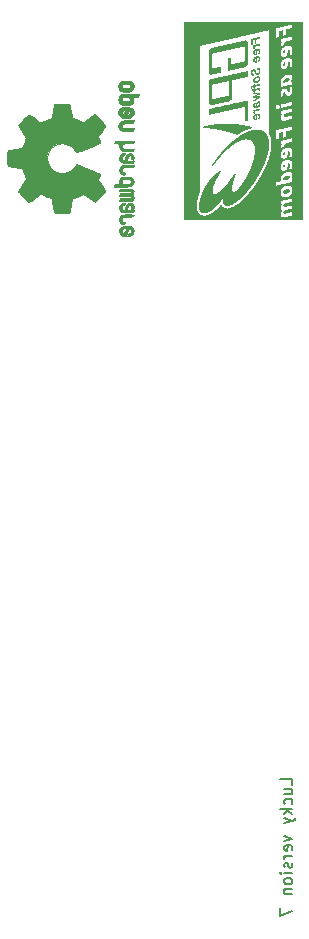
<source format=gbo>
G04 #@! TF.GenerationSoftware,KiCad,Pcbnew,7.0.11+1*
G04 #@! TF.CreationDate,2024-05-07T09:39:49-04:00*
G04 #@! TF.ProjectId,mystat,6d797374-6174-42e6-9b69-6361645f7063,rev?*
G04 #@! TF.SameCoordinates,Original*
G04 #@! TF.FileFunction,Legend,Bot*
G04 #@! TF.FilePolarity,Positive*
%FSLAX46Y46*%
G04 Gerber Fmt 4.6, Leading zero omitted, Abs format (unit mm)*
G04 Created by KiCad (PCBNEW 7.0.11+1) date 2024-05-07 09:39:49*
%MOMM*%
%LPD*%
G01*
G04 APERTURE LIST*
%ADD10C,0.150000*%
%ADD11C,0.010000*%
G04 APERTURE END LIST*
D10*
X108354819Y-116238094D02*
X108354819Y-115761904D01*
X108354819Y-115761904D02*
X107354819Y-115761904D01*
X107688152Y-116999999D02*
X108354819Y-116999999D01*
X107688152Y-116571428D02*
X108211961Y-116571428D01*
X108211961Y-116571428D02*
X108307200Y-116619047D01*
X108307200Y-116619047D02*
X108354819Y-116714285D01*
X108354819Y-116714285D02*
X108354819Y-116857142D01*
X108354819Y-116857142D02*
X108307200Y-116952380D01*
X108307200Y-116952380D02*
X108259580Y-116999999D01*
X108307200Y-117904761D02*
X108354819Y-117809523D01*
X108354819Y-117809523D02*
X108354819Y-117619047D01*
X108354819Y-117619047D02*
X108307200Y-117523809D01*
X108307200Y-117523809D02*
X108259580Y-117476190D01*
X108259580Y-117476190D02*
X108164342Y-117428571D01*
X108164342Y-117428571D02*
X107878628Y-117428571D01*
X107878628Y-117428571D02*
X107783390Y-117476190D01*
X107783390Y-117476190D02*
X107735771Y-117523809D01*
X107735771Y-117523809D02*
X107688152Y-117619047D01*
X107688152Y-117619047D02*
X107688152Y-117809523D01*
X107688152Y-117809523D02*
X107735771Y-117904761D01*
X108354819Y-118333333D02*
X107354819Y-118333333D01*
X107973866Y-118428571D02*
X108354819Y-118714285D01*
X107688152Y-118714285D02*
X108069104Y-118333333D01*
X107688152Y-119047619D02*
X108354819Y-119285714D01*
X107688152Y-119523809D02*
X108354819Y-119285714D01*
X108354819Y-119285714D02*
X108592914Y-119190476D01*
X108592914Y-119190476D02*
X108640533Y-119142857D01*
X108640533Y-119142857D02*
X108688152Y-119047619D01*
X107688152Y-120571429D02*
X108354819Y-120809524D01*
X108354819Y-120809524D02*
X107688152Y-121047619D01*
X108307200Y-121809524D02*
X108354819Y-121714286D01*
X108354819Y-121714286D02*
X108354819Y-121523810D01*
X108354819Y-121523810D02*
X108307200Y-121428572D01*
X108307200Y-121428572D02*
X108211961Y-121380953D01*
X108211961Y-121380953D02*
X107831009Y-121380953D01*
X107831009Y-121380953D02*
X107735771Y-121428572D01*
X107735771Y-121428572D02*
X107688152Y-121523810D01*
X107688152Y-121523810D02*
X107688152Y-121714286D01*
X107688152Y-121714286D02*
X107735771Y-121809524D01*
X107735771Y-121809524D02*
X107831009Y-121857143D01*
X107831009Y-121857143D02*
X107926247Y-121857143D01*
X107926247Y-121857143D02*
X108021485Y-121380953D01*
X108354819Y-122285715D02*
X107688152Y-122285715D01*
X107878628Y-122285715D02*
X107783390Y-122333334D01*
X107783390Y-122333334D02*
X107735771Y-122380953D01*
X107735771Y-122380953D02*
X107688152Y-122476191D01*
X107688152Y-122476191D02*
X107688152Y-122571429D01*
X108307200Y-122857144D02*
X108354819Y-122952382D01*
X108354819Y-122952382D02*
X108354819Y-123142858D01*
X108354819Y-123142858D02*
X108307200Y-123238096D01*
X108307200Y-123238096D02*
X108211961Y-123285715D01*
X108211961Y-123285715D02*
X108164342Y-123285715D01*
X108164342Y-123285715D02*
X108069104Y-123238096D01*
X108069104Y-123238096D02*
X108021485Y-123142858D01*
X108021485Y-123142858D02*
X108021485Y-123000001D01*
X108021485Y-123000001D02*
X107973866Y-122904763D01*
X107973866Y-122904763D02*
X107878628Y-122857144D01*
X107878628Y-122857144D02*
X107831009Y-122857144D01*
X107831009Y-122857144D02*
X107735771Y-122904763D01*
X107735771Y-122904763D02*
X107688152Y-123000001D01*
X107688152Y-123000001D02*
X107688152Y-123142858D01*
X107688152Y-123142858D02*
X107735771Y-123238096D01*
X108354819Y-123714287D02*
X107688152Y-123714287D01*
X107354819Y-123714287D02*
X107402438Y-123666668D01*
X107402438Y-123666668D02*
X107450057Y-123714287D01*
X107450057Y-123714287D02*
X107402438Y-123761906D01*
X107402438Y-123761906D02*
X107354819Y-123714287D01*
X107354819Y-123714287D02*
X107450057Y-123714287D01*
X108354819Y-124333334D02*
X108307200Y-124238096D01*
X108307200Y-124238096D02*
X108259580Y-124190477D01*
X108259580Y-124190477D02*
X108164342Y-124142858D01*
X108164342Y-124142858D02*
X107878628Y-124142858D01*
X107878628Y-124142858D02*
X107783390Y-124190477D01*
X107783390Y-124190477D02*
X107735771Y-124238096D01*
X107735771Y-124238096D02*
X107688152Y-124333334D01*
X107688152Y-124333334D02*
X107688152Y-124476191D01*
X107688152Y-124476191D02*
X107735771Y-124571429D01*
X107735771Y-124571429D02*
X107783390Y-124619048D01*
X107783390Y-124619048D02*
X107878628Y-124666667D01*
X107878628Y-124666667D02*
X108164342Y-124666667D01*
X108164342Y-124666667D02*
X108259580Y-124619048D01*
X108259580Y-124619048D02*
X108307200Y-124571429D01*
X108307200Y-124571429D02*
X108354819Y-124476191D01*
X108354819Y-124476191D02*
X108354819Y-124333334D01*
X107688152Y-125095239D02*
X108354819Y-125095239D01*
X107783390Y-125095239D02*
X107735771Y-125142858D01*
X107735771Y-125142858D02*
X107688152Y-125238096D01*
X107688152Y-125238096D02*
X107688152Y-125380953D01*
X107688152Y-125380953D02*
X107735771Y-125476191D01*
X107735771Y-125476191D02*
X107831009Y-125523810D01*
X107831009Y-125523810D02*
X108354819Y-125523810D01*
X107354819Y-126666668D02*
X107354819Y-127333334D01*
X107354819Y-127333334D02*
X108354819Y-126904763D01*
D11*
X105179614Y-54037348D02*
X105174616Y-54042346D01*
X105169618Y-54037348D01*
X105174616Y-54032350D01*
X105179614Y-54037348D01*
G36*
X105179614Y-54037348D02*
G01*
X105174616Y-54042346D01*
X105169618Y-54037348D01*
X105174616Y-54032350D01*
X105179614Y-54037348D01*
G37*
X105179614Y-56376427D02*
X105174616Y-56381425D01*
X105169618Y-56376427D01*
X105174616Y-56371429D01*
X105179614Y-56376427D01*
G36*
X105179614Y-56376427D02*
G01*
X105174616Y-56381425D01*
X105169618Y-56376427D01*
X105174616Y-56371429D01*
X105179614Y-56376427D01*
G37*
X105509484Y-56626329D02*
X105504486Y-56631327D01*
X105499488Y-56626329D01*
X105504486Y-56621331D01*
X105509484Y-56626329D01*
G36*
X105509484Y-56626329D02*
G01*
X105504486Y-56631327D01*
X105499488Y-56626329D01*
X105504486Y-56621331D01*
X105509484Y-56626329D01*
G37*
X105339551Y-57835852D02*
X105334553Y-57840851D01*
X105329555Y-57835852D01*
X105334553Y-57830854D01*
X105339551Y-57835852D01*
G36*
X105339551Y-57835852D02*
G01*
X105334553Y-57840851D01*
X105329555Y-57835852D01*
X105334553Y-57830854D01*
X105339551Y-57835852D01*
G37*
X105379535Y-58455608D02*
X105374537Y-58460607D01*
X105369539Y-58455608D01*
X105374537Y-58450610D01*
X105379535Y-58455608D01*
G36*
X105379535Y-58455608D02*
G01*
X105374537Y-58460607D01*
X105369539Y-58455608D01*
X105374537Y-58450610D01*
X105379535Y-58455608D01*
G37*
X105489492Y-59795081D02*
X105484494Y-59800079D01*
X105479496Y-59795081D01*
X105484494Y-59790083D01*
X105489492Y-59795081D01*
G36*
X105489492Y-59795081D02*
G01*
X105484494Y-59800079D01*
X105479496Y-59795081D01*
X105484494Y-59790083D01*
X105489492Y-59795081D01*
G37*
X101730972Y-63563597D02*
X101725974Y-63568595D01*
X101720976Y-63563597D01*
X101725974Y-63558599D01*
X101730972Y-63563597D01*
G36*
X101730972Y-63563597D02*
G01*
X101725974Y-63568595D01*
X101720976Y-63563597D01*
X101725974Y-63558599D01*
X101730972Y-63563597D01*
G37*
X101700984Y-63623574D02*
X101695986Y-63628572D01*
X101690988Y-63623574D01*
X101695986Y-63618576D01*
X101700984Y-63623574D01*
G36*
X101700984Y-63623574D02*
G01*
X101695986Y-63628572D01*
X101690988Y-63623574D01*
X101695986Y-63618576D01*
X101700984Y-63623574D01*
G37*
X101680992Y-63643566D02*
X101675993Y-63648564D01*
X101670995Y-63643566D01*
X101675993Y-63638568D01*
X101680992Y-63643566D01*
G36*
X101680992Y-63643566D02*
G01*
X101675993Y-63648564D01*
X101670995Y-63643566D01*
X101675993Y-63638568D01*
X101680992Y-63643566D01*
G37*
X101660999Y-63683550D02*
X101656001Y-63688548D01*
X101651003Y-63683550D01*
X101656001Y-63678552D01*
X101660999Y-63683550D01*
G36*
X101660999Y-63683550D02*
G01*
X101656001Y-63688548D01*
X101651003Y-63683550D01*
X101656001Y-63678552D01*
X101660999Y-63683550D01*
G37*
X102210783Y-64303306D02*
X102205785Y-64308304D01*
X102200787Y-64303306D01*
X102205785Y-64298308D01*
X102210783Y-64303306D01*
G36*
X102210783Y-64303306D02*
G01*
X102205785Y-64308304D01*
X102200787Y-64303306D01*
X102205785Y-64298308D01*
X102210783Y-64303306D01*
G37*
X105524772Y-54882737D02*
X105526144Y-54888679D01*
X105524679Y-54889876D01*
X105512816Y-54888679D01*
X105511252Y-54885673D01*
X105519480Y-54882015D01*
X105524772Y-54882737D01*
G36*
X105524772Y-54882737D02*
G01*
X105526144Y-54888679D01*
X105524679Y-54889876D01*
X105512816Y-54888679D01*
X105511252Y-54885673D01*
X105519480Y-54882015D01*
X105524772Y-54882737D01*
G37*
X105299567Y-57850847D02*
X105298845Y-57856138D01*
X105292903Y-57857511D01*
X105291706Y-57856046D01*
X105292903Y-57844183D01*
X105295909Y-57842619D01*
X105299567Y-57850847D01*
G36*
X105299567Y-57850847D02*
G01*
X105298845Y-57856138D01*
X105292903Y-57857511D01*
X105291706Y-57856046D01*
X105292903Y-57844183D01*
X105295909Y-57842619D01*
X105299567Y-57850847D01*
G37*
X105524772Y-59750820D02*
X105526144Y-59756763D01*
X105524679Y-59757959D01*
X105512816Y-59756763D01*
X105511252Y-59753756D01*
X105519480Y-59750099D01*
X105524772Y-59750820D01*
G36*
X105524772Y-59750820D02*
G01*
X105526144Y-59756763D01*
X105524679Y-59757959D01*
X105512816Y-59756763D01*
X105511252Y-59753756D01*
X105519480Y-59750099D01*
X105524772Y-59750820D01*
G37*
X105504780Y-59770812D02*
X105506152Y-59776755D01*
X105504687Y-59777951D01*
X105492824Y-59776755D01*
X105491260Y-59773748D01*
X105499488Y-59770091D01*
X105504780Y-59770812D01*
G36*
X105504780Y-59770812D02*
G01*
X105506152Y-59776755D01*
X105504687Y-59777951D01*
X105492824Y-59776755D01*
X105491260Y-59773748D01*
X105499488Y-59770091D01*
X105504780Y-59770812D01*
G37*
X101641007Y-63698544D02*
X101640286Y-63703836D01*
X101634343Y-63705208D01*
X101633147Y-63703743D01*
X101634343Y-63691880D01*
X101637350Y-63690316D01*
X101641007Y-63698544D01*
G36*
X101641007Y-63698544D02*
G01*
X101640286Y-63703836D01*
X101634343Y-63705208D01*
X101633147Y-63703743D01*
X101634343Y-63691880D01*
X101637350Y-63690316D01*
X101641007Y-63698544D01*
G37*
X101621015Y-63718536D02*
X101620294Y-63723828D01*
X101614351Y-63725201D01*
X101613155Y-63723735D01*
X101614351Y-63711872D01*
X101617358Y-63710309D01*
X101621015Y-63718536D01*
G36*
X101621015Y-63718536D02*
G01*
X101620294Y-63723828D01*
X101614351Y-63725201D01*
X101613155Y-63723735D01*
X101614351Y-63711872D01*
X101617358Y-63710309D01*
X101621015Y-63718536D01*
G37*
X101586323Y-63769238D02*
X101587695Y-63775181D01*
X101586230Y-63776377D01*
X101574367Y-63775181D01*
X101572803Y-63772174D01*
X101581031Y-63768517D01*
X101586323Y-63769238D01*
G36*
X101586323Y-63769238D02*
G01*
X101587695Y-63775181D01*
X101586230Y-63776377D01*
X101574367Y-63775181D01*
X101572803Y-63772174D01*
X101581031Y-63768517D01*
X101586323Y-63769238D01*
G37*
X105544071Y-54203975D02*
X105549468Y-54217277D01*
X105548341Y-54224175D01*
X105539472Y-54232271D01*
X105534874Y-54230580D01*
X105529476Y-54217277D01*
X105530604Y-54210379D01*
X105539472Y-54202283D01*
X105544071Y-54203975D01*
G36*
X105544071Y-54203975D02*
G01*
X105549468Y-54217277D01*
X105548341Y-54224175D01*
X105539472Y-54232271D01*
X105534874Y-54230580D01*
X105529476Y-54217277D01*
X105530604Y-54210379D01*
X105539472Y-54202283D01*
X105544071Y-54203975D01*
G37*
X105541844Y-54842300D02*
X105549468Y-54851437D01*
X105549087Y-54854242D01*
X105539472Y-54867021D01*
X105534322Y-54867962D01*
X105529476Y-54857615D01*
X105530700Y-54850168D01*
X105539472Y-54842031D01*
X105541844Y-54842300D01*
G36*
X105541844Y-54842300D02*
G01*
X105549468Y-54851437D01*
X105549087Y-54854242D01*
X105539472Y-54867021D01*
X105534322Y-54867962D01*
X105529476Y-54857615D01*
X105530700Y-54850168D01*
X105539472Y-54842031D01*
X105541844Y-54842300D01*
G37*
X105544071Y-56543054D02*
X105549468Y-56556356D01*
X105548341Y-56563254D01*
X105539472Y-56571350D01*
X105534874Y-56569659D01*
X105529476Y-56556356D01*
X105530604Y-56549459D01*
X105539472Y-56541362D01*
X105544071Y-56543054D01*
G36*
X105544071Y-56543054D02*
G01*
X105549468Y-56556356D01*
X105548341Y-56563254D01*
X105539472Y-56571350D01*
X105534874Y-56569659D01*
X105529476Y-56556356D01*
X105530604Y-56549459D01*
X105539472Y-56541362D01*
X105544071Y-56543054D01*
G37*
X105524079Y-56583038D02*
X105529476Y-56596340D01*
X105528349Y-56603238D01*
X105519480Y-56611335D01*
X105514882Y-56609643D01*
X105509484Y-56596340D01*
X105510612Y-56589443D01*
X105519480Y-56581346D01*
X105524079Y-56583038D01*
G36*
X105524079Y-56583038D02*
G01*
X105529476Y-56596340D01*
X105528349Y-56603238D01*
X105519480Y-56611335D01*
X105514882Y-56609643D01*
X105509484Y-56596340D01*
X105510612Y-56589443D01*
X105519480Y-56581346D01*
X105524079Y-56583038D01*
G37*
X105372361Y-58121026D02*
X105379535Y-58130736D01*
X105377628Y-58135514D01*
X105363951Y-58140732D01*
X105356811Y-58139294D01*
X105354545Y-58130736D01*
X105356591Y-58128006D01*
X105370129Y-58120740D01*
X105372361Y-58121026D01*
G36*
X105372361Y-58121026D02*
G01*
X105379535Y-58130736D01*
X105377628Y-58135514D01*
X105363951Y-58140732D01*
X105356811Y-58139294D01*
X105354545Y-58130736D01*
X105356591Y-58128006D01*
X105370129Y-58120740D01*
X105372361Y-58121026D01*
G37*
X105332377Y-58141019D02*
X105339551Y-58150729D01*
X105337644Y-58155506D01*
X105323967Y-58160725D01*
X105316827Y-58159286D01*
X105314561Y-58150729D01*
X105316607Y-58147999D01*
X105330145Y-58140732D01*
X105332377Y-58141019D01*
G36*
X105332377Y-58141019D02*
G01*
X105339551Y-58150729D01*
X105337644Y-58155506D01*
X105323967Y-58160725D01*
X105316827Y-58159286D01*
X105314561Y-58150729D01*
X105316607Y-58147999D01*
X105330145Y-58140732D01*
X105332377Y-58141019D01*
G37*
X105291470Y-58161852D02*
X105299567Y-58170721D01*
X105297875Y-58175319D01*
X105284573Y-58180717D01*
X105277675Y-58179589D01*
X105269579Y-58170721D01*
X105271270Y-58166122D01*
X105284573Y-58160725D01*
X105291470Y-58161852D01*
G36*
X105291470Y-58161852D02*
G01*
X105299567Y-58170721D01*
X105297875Y-58175319D01*
X105284573Y-58180717D01*
X105277675Y-58179589D01*
X105269579Y-58170721D01*
X105271270Y-58166122D01*
X105284573Y-58160725D01*
X105291470Y-58161852D01*
G37*
X105544071Y-59711806D02*
X105549468Y-59725109D01*
X105548341Y-59732006D01*
X105539472Y-59740103D01*
X105534874Y-59738411D01*
X105529476Y-59725109D01*
X105530604Y-59718211D01*
X105539472Y-59710115D01*
X105544071Y-59711806D01*
G36*
X105544071Y-59711806D02*
G01*
X105549468Y-59725109D01*
X105548341Y-59732006D01*
X105539472Y-59740103D01*
X105534874Y-59738411D01*
X105529476Y-59725109D01*
X105530604Y-59718211D01*
X105539472Y-59710115D01*
X105544071Y-59711806D01*
G37*
X101768047Y-63515219D02*
X101756280Y-63534198D01*
X101745871Y-63544754D01*
X101741286Y-63540392D01*
X101743748Y-63530285D01*
X101755962Y-63512189D01*
X101762693Y-63506268D01*
X101770167Y-63504671D01*
X101768047Y-63515219D01*
G36*
X101768047Y-63515219D02*
G01*
X101756280Y-63534198D01*
X101745871Y-63544754D01*
X101741286Y-63540392D01*
X101743748Y-63530285D01*
X101755962Y-63512189D01*
X101762693Y-63506268D01*
X101770167Y-63504671D01*
X101768047Y-63515219D01*
G37*
X101715578Y-63580283D02*
X101720976Y-63593586D01*
X101719848Y-63600483D01*
X101710980Y-63608580D01*
X101706381Y-63606888D01*
X101700984Y-63593586D01*
X101702111Y-63586688D01*
X101710980Y-63578592D01*
X101715578Y-63580283D01*
G36*
X101715578Y-63580283D02*
G01*
X101720976Y-63593586D01*
X101719848Y-63600483D01*
X101710980Y-63608580D01*
X101706381Y-63606888D01*
X101700984Y-63593586D01*
X101702111Y-63586688D01*
X101710980Y-63578592D01*
X101715578Y-63580283D01*
G37*
X103510271Y-64502638D02*
X103509048Y-64510085D01*
X103500275Y-64518222D01*
X103497904Y-64517952D01*
X103490279Y-64508816D01*
X103490660Y-64506011D01*
X103500275Y-64493231D01*
X103505425Y-64492291D01*
X103510271Y-64502638D01*
G36*
X103510271Y-64502638D02*
G01*
X103509048Y-64510085D01*
X103500275Y-64518222D01*
X103497904Y-64517952D01*
X103490279Y-64508816D01*
X103490660Y-64506011D01*
X103500275Y-64493231D01*
X103505425Y-64492291D01*
X103510271Y-64502638D01*
G37*
X105509355Y-54906846D02*
X105506586Y-54921190D01*
X105495204Y-54937708D01*
X105488488Y-54943975D01*
X105474279Y-54951376D01*
X105469500Y-54941278D01*
X105469550Y-54940357D01*
X105476845Y-54925182D01*
X105490927Y-54909334D01*
X105503772Y-54902008D01*
X105509355Y-54906846D01*
G36*
X105509355Y-54906846D02*
G01*
X105506586Y-54921190D01*
X105495204Y-54937708D01*
X105488488Y-54943975D01*
X105474279Y-54951376D01*
X105469500Y-54941278D01*
X105469550Y-54940357D01*
X105476845Y-54925182D01*
X105490927Y-54909334D01*
X105503772Y-54902008D01*
X105509355Y-54906846D01*
G37*
X101823591Y-63428686D02*
X101830866Y-63435592D01*
X101824563Y-63452042D01*
X101805942Y-63474542D01*
X101792536Y-63487118D01*
X101783280Y-63491460D01*
X101780952Y-63482371D01*
X101781896Y-63475781D01*
X101791821Y-63455095D01*
X101807476Y-63436636D01*
X101822486Y-63428651D01*
X101823591Y-63428686D01*
G36*
X101823591Y-63428686D02*
G01*
X101830866Y-63435592D01*
X101824563Y-63452042D01*
X101805942Y-63474542D01*
X101792536Y-63487118D01*
X101783280Y-63491460D01*
X101780952Y-63482371D01*
X101781896Y-63475781D01*
X101791821Y-63455095D01*
X101807476Y-63436636D01*
X101822486Y-63428651D01*
X101823591Y-63428686D01*
G37*
X105523985Y-54243054D02*
X105529476Y-54252718D01*
X105527140Y-54259799D01*
X105515316Y-54276248D01*
X105498510Y-54293646D01*
X105482415Y-54306370D01*
X105472722Y-54308797D01*
X105472881Y-54303167D01*
X105481485Y-54286942D01*
X105495776Y-54267136D01*
X105510894Y-54250259D01*
X105521979Y-54242820D01*
X105523985Y-54243054D01*
G36*
X105523985Y-54243054D02*
G01*
X105529476Y-54252718D01*
X105527140Y-54259799D01*
X105515316Y-54276248D01*
X105498510Y-54293646D01*
X105482415Y-54306370D01*
X105472722Y-54308797D01*
X105472881Y-54303167D01*
X105481485Y-54286942D01*
X105495776Y-54267136D01*
X105510894Y-54250259D01*
X105521979Y-54242820D01*
X105523985Y-54243054D01*
G37*
X107672502Y-63732853D02*
X107677190Y-63749002D01*
X107678630Y-63782678D01*
X107677703Y-63806079D01*
X107674073Y-63829444D01*
X107668634Y-63838489D01*
X107663821Y-63840443D01*
X107658638Y-63854197D01*
X107657062Y-63863307D01*
X107645859Y-63882685D01*
X107633854Y-63890389D01*
X107620868Y-63882393D01*
X107613309Y-63867585D01*
X107609096Y-63839695D01*
X107611226Y-63811002D01*
X107619812Y-63791350D01*
X107629043Y-63779751D01*
X107642303Y-63757653D01*
X107652322Y-63742443D01*
X107666135Y-63730988D01*
X107672502Y-63732853D01*
G36*
X107672502Y-63732853D02*
G01*
X107677190Y-63749002D01*
X107678630Y-63782678D01*
X107677703Y-63806079D01*
X107674073Y-63829444D01*
X107668634Y-63838489D01*
X107663821Y-63840443D01*
X107658638Y-63854197D01*
X107657062Y-63863307D01*
X107645859Y-63882685D01*
X107633854Y-63890389D01*
X107620868Y-63882393D01*
X107613309Y-63867585D01*
X107609096Y-63839695D01*
X107611226Y-63811002D01*
X107619812Y-63791350D01*
X107629043Y-63779751D01*
X107642303Y-63757653D01*
X107652322Y-63742443D01*
X107666135Y-63730988D01*
X107672502Y-63732853D01*
G37*
X107674112Y-54076850D02*
X107677452Y-54095577D01*
X107678475Y-54122701D01*
X107677281Y-54151505D01*
X107673968Y-54175273D01*
X107668634Y-54187289D01*
X107664458Y-54191261D01*
X107658638Y-54208585D01*
X107657046Y-54217462D01*
X107645859Y-54236483D01*
X107633854Y-54244187D01*
X107620868Y-54236191D01*
X107618307Y-54232799D01*
X107611422Y-54213742D01*
X107608868Y-54190401D01*
X107610951Y-54170634D01*
X107617980Y-54162299D01*
X107625236Y-54157285D01*
X107633603Y-54139808D01*
X107635382Y-54133763D01*
X107646965Y-54103424D01*
X107659643Y-54081054D01*
X107670323Y-54072334D01*
X107674112Y-54076850D01*
G36*
X107674112Y-54076850D02*
G01*
X107677452Y-54095577D01*
X107678475Y-54122701D01*
X107677281Y-54151505D01*
X107673968Y-54175273D01*
X107668634Y-54187289D01*
X107664458Y-54191261D01*
X107658638Y-54208585D01*
X107657046Y-54217462D01*
X107645859Y-54236483D01*
X107633854Y-54244187D01*
X107620868Y-54236191D01*
X107618307Y-54232799D01*
X107611422Y-54213742D01*
X107608868Y-54190401D01*
X107610951Y-54170634D01*
X107617980Y-54162299D01*
X107625236Y-54157285D01*
X107633603Y-54139808D01*
X107635382Y-54133763D01*
X107646965Y-54103424D01*
X107659643Y-54081054D01*
X107670323Y-54072334D01*
X107674112Y-54076850D01*
G37*
X107672692Y-55096643D02*
X107676970Y-55116398D01*
X107678630Y-55146321D01*
X107677824Y-55168163D01*
X107674195Y-55194197D01*
X107668634Y-55206888D01*
X107662223Y-55216733D01*
X107658638Y-55238180D01*
X107657706Y-55250319D01*
X107649493Y-55272298D01*
X107635936Y-55282058D01*
X107620868Y-55275781D01*
X107614407Y-55261598D01*
X107610059Y-55237596D01*
X107608659Y-55211480D01*
X107610570Y-55190483D01*
X107616155Y-55181834D01*
X107618651Y-55180957D01*
X107629985Y-55168506D01*
X107643166Y-55147002D01*
X107654085Y-55123766D01*
X107658638Y-55106117D01*
X107659632Y-55099970D01*
X107668634Y-55091933D01*
X107672692Y-55096643D01*
G36*
X107672692Y-55096643D02*
G01*
X107676970Y-55116398D01*
X107678630Y-55146321D01*
X107677824Y-55168163D01*
X107674195Y-55194197D01*
X107668634Y-55206888D01*
X107662223Y-55216733D01*
X107658638Y-55238180D01*
X107657706Y-55250319D01*
X107649493Y-55272298D01*
X107635936Y-55282058D01*
X107620868Y-55275781D01*
X107614407Y-55261598D01*
X107610059Y-55237596D01*
X107608659Y-55211480D01*
X107610570Y-55190483D01*
X107616155Y-55181834D01*
X107618651Y-55180957D01*
X107629985Y-55168506D01*
X107643166Y-55147002D01*
X107654085Y-55123766D01*
X107658638Y-55106117D01*
X107659632Y-55099970D01*
X107668634Y-55091933D01*
X107672692Y-55096643D01*
G37*
X107674070Y-62679001D02*
X107676375Y-62689435D01*
X107678009Y-62714427D01*
X107678630Y-62748918D01*
X107678630Y-62748986D01*
X107677305Y-62784865D01*
X107673762Y-62809645D01*
X107668634Y-62818891D01*
X107663821Y-62820844D01*
X107658638Y-62834599D01*
X107657062Y-62843708D01*
X107645859Y-62863086D01*
X107633854Y-62870791D01*
X107620868Y-62862794D01*
X107614168Y-62848752D01*
X107609845Y-62824623D01*
X107608985Y-62798473D01*
X107611775Y-62777501D01*
X107618404Y-62768910D01*
X107623004Y-62766160D01*
X107635002Y-62749913D01*
X107648642Y-62723928D01*
X107656082Y-62708252D01*
X107667391Y-62687197D01*
X107673882Y-62678946D01*
X107674070Y-62679001D01*
G36*
X107674070Y-62679001D02*
G01*
X107676375Y-62689435D01*
X107678009Y-62714427D01*
X107678630Y-62748918D01*
X107678630Y-62748986D01*
X107677305Y-62784865D01*
X107673762Y-62809645D01*
X107668634Y-62818891D01*
X107663821Y-62820844D01*
X107658638Y-62834599D01*
X107657062Y-62843708D01*
X107645859Y-62863086D01*
X107633854Y-62870791D01*
X107620868Y-62862794D01*
X107614168Y-62848752D01*
X107609845Y-62824623D01*
X107608985Y-62798473D01*
X107611775Y-62777501D01*
X107618404Y-62768910D01*
X107623004Y-62766160D01*
X107635002Y-62749913D01*
X107648642Y-62723928D01*
X107656082Y-62708252D01*
X107667391Y-62687197D01*
X107673882Y-62678946D01*
X107674070Y-62679001D01*
G37*
X105491252Y-58373197D02*
X105516000Y-58388623D01*
X105541335Y-58413161D01*
X105561850Y-58441167D01*
X105572139Y-58467000D01*
X105574072Y-58489611D01*
X105572909Y-58508905D01*
X105572762Y-58509504D01*
X105570425Y-58529018D01*
X105569461Y-58556387D01*
X105569396Y-58560276D01*
X105566134Y-58581783D01*
X105559465Y-58590555D01*
X105554901Y-58583990D01*
X105550970Y-58562103D01*
X105549468Y-58529865D01*
X105549055Y-58511756D01*
X105544570Y-58475500D01*
X105535672Y-58455379D01*
X105524585Y-58449305D01*
X105495325Y-58442441D01*
X105454805Y-58438599D01*
X105387734Y-58435616D01*
X105407298Y-58413125D01*
X105425196Y-58397694D01*
X105443183Y-58390634D01*
X105451321Y-58389294D01*
X105459504Y-58380638D01*
X105463406Y-58374766D01*
X105479829Y-58370642D01*
X105491252Y-58373197D01*
G36*
X105491252Y-58373197D02*
G01*
X105516000Y-58388623D01*
X105541335Y-58413161D01*
X105561850Y-58441167D01*
X105572139Y-58467000D01*
X105574072Y-58489611D01*
X105572909Y-58508905D01*
X105572762Y-58509504D01*
X105570425Y-58529018D01*
X105569461Y-58556387D01*
X105569396Y-58560276D01*
X105566134Y-58581783D01*
X105559465Y-58590555D01*
X105554901Y-58583990D01*
X105550970Y-58562103D01*
X105549468Y-58529865D01*
X105549055Y-58511756D01*
X105544570Y-58475500D01*
X105535672Y-58455379D01*
X105524585Y-58449305D01*
X105495325Y-58442441D01*
X105454805Y-58438599D01*
X105387734Y-58435616D01*
X105407298Y-58413125D01*
X105425196Y-58397694D01*
X105443183Y-58390634D01*
X105451321Y-58389294D01*
X105459504Y-58380638D01*
X105463406Y-58374766D01*
X105479829Y-58370642D01*
X105491252Y-58373197D01*
G37*
X105252170Y-58181319D02*
X105254512Y-58185155D01*
X105246621Y-58195031D01*
X105226595Y-58212958D01*
X105192531Y-58240941D01*
X105186729Y-58244673D01*
X105165042Y-58250689D01*
X105157751Y-58251885D01*
X105149626Y-58260685D01*
X105145877Y-58266495D01*
X105129634Y-58270681D01*
X105118014Y-58272556D01*
X105109642Y-58280677D01*
X105107950Y-58285276D01*
X105094648Y-58290673D01*
X105087750Y-58289546D01*
X105079653Y-58280677D01*
X105081459Y-58275982D01*
X105094961Y-58270681D01*
X105102664Y-58268985D01*
X105116023Y-58255687D01*
X105124967Y-58246276D01*
X105145697Y-58240693D01*
X105161097Y-58238331D01*
X105169618Y-58230697D01*
X105172399Y-58225347D01*
X105187403Y-58220701D01*
X105201635Y-58216322D01*
X105219598Y-58200709D01*
X105232050Y-58188231D01*
X105249294Y-58181033D01*
X105252170Y-58181319D01*
G36*
X105252170Y-58181319D02*
G01*
X105254512Y-58185155D01*
X105246621Y-58195031D01*
X105226595Y-58212958D01*
X105192531Y-58240941D01*
X105186729Y-58244673D01*
X105165042Y-58250689D01*
X105157751Y-58251885D01*
X105149626Y-58260685D01*
X105145877Y-58266495D01*
X105129634Y-58270681D01*
X105118014Y-58272556D01*
X105109642Y-58280677D01*
X105107950Y-58285276D01*
X105094648Y-58290673D01*
X105087750Y-58289546D01*
X105079653Y-58280677D01*
X105081459Y-58275982D01*
X105094961Y-58270681D01*
X105102664Y-58268985D01*
X105116023Y-58255687D01*
X105124967Y-58246276D01*
X105145697Y-58240693D01*
X105161097Y-58238331D01*
X105169618Y-58230697D01*
X105172399Y-58225347D01*
X105187403Y-58220701D01*
X105201635Y-58216322D01*
X105219598Y-58200709D01*
X105232050Y-58188231D01*
X105249294Y-58181033D01*
X105252170Y-58181319D01*
G37*
X105157258Y-57631824D02*
X105180572Y-57635455D01*
X105189610Y-57640929D01*
X105189610Y-57640938D01*
X105199322Y-57645107D01*
X105227131Y-57648250D01*
X105271166Y-57650234D01*
X105329555Y-57650925D01*
X105329684Y-57650925D01*
X105388046Y-57651619D01*
X105432051Y-57653605D01*
X105459826Y-57656751D01*
X105469500Y-57660921D01*
X105472873Y-57664522D01*
X105490969Y-57669119D01*
X105519480Y-57670917D01*
X105569461Y-57670917D01*
X105569461Y-57705904D01*
X105567884Y-57729047D01*
X105559620Y-57738940D01*
X105539472Y-57740890D01*
X105539099Y-57740891D01*
X105518170Y-57743867D01*
X105509484Y-57750886D01*
X105505735Y-57756696D01*
X105489492Y-57760882D01*
X105477882Y-57762535D01*
X105469500Y-57769713D01*
X105463279Y-57776716D01*
X105444510Y-57783321D01*
X105433736Y-57784930D01*
X105424063Y-57781993D01*
X105420212Y-57768407D01*
X105419520Y-57739504D01*
X105419520Y-57690910D01*
X105079653Y-57690910D01*
X105079653Y-57660921D01*
X105079654Y-57660463D01*
X105080633Y-57643517D01*
X105086842Y-57634737D01*
X105103202Y-57631437D01*
X105134632Y-57630933D01*
X105157258Y-57631824D01*
G36*
X105157258Y-57631824D02*
G01*
X105180572Y-57635455D01*
X105189610Y-57640929D01*
X105189610Y-57640938D01*
X105199322Y-57645107D01*
X105227131Y-57648250D01*
X105271166Y-57650234D01*
X105329555Y-57650925D01*
X105329684Y-57650925D01*
X105388046Y-57651619D01*
X105432051Y-57653605D01*
X105459826Y-57656751D01*
X105469500Y-57660921D01*
X105472873Y-57664522D01*
X105490969Y-57669119D01*
X105519480Y-57670917D01*
X105569461Y-57670917D01*
X105569461Y-57705904D01*
X105567884Y-57729047D01*
X105559620Y-57738940D01*
X105539472Y-57740890D01*
X105539099Y-57740891D01*
X105518170Y-57743867D01*
X105509484Y-57750886D01*
X105505735Y-57756696D01*
X105489492Y-57760882D01*
X105477882Y-57762535D01*
X105469500Y-57769713D01*
X105463279Y-57776716D01*
X105444510Y-57783321D01*
X105433736Y-57784930D01*
X105424063Y-57781993D01*
X105420212Y-57768407D01*
X105419520Y-57739504D01*
X105419520Y-57690910D01*
X105079653Y-57690910D01*
X105079653Y-57660921D01*
X105079654Y-57660463D01*
X105080633Y-57643517D01*
X105086842Y-57634737D01*
X105103202Y-57631437D01*
X105134632Y-57630933D01*
X105157258Y-57631824D01*
G37*
X105257699Y-57872680D02*
X105246372Y-57885764D01*
X105233837Y-57902173D01*
X105231394Y-57932428D01*
X105234592Y-57965801D01*
X105402027Y-57968542D01*
X105569461Y-57971283D01*
X105569461Y-57999164D01*
X105568330Y-58012153D01*
X105558616Y-58028176D01*
X105534473Y-58040772D01*
X105532010Y-58041778D01*
X105503465Y-58058111D01*
X105482120Y-58077624D01*
X105466126Y-58093344D01*
X105449134Y-58100748D01*
X105441919Y-58101690D01*
X105422394Y-58111869D01*
X105416175Y-58116382D01*
X105399063Y-58118920D01*
X105393357Y-58112476D01*
X105403187Y-58098517D01*
X105404202Y-58097434D01*
X105415065Y-58075435D01*
X105419520Y-58046484D01*
X105419520Y-58010784D01*
X105079653Y-58010784D01*
X105079653Y-57980921D01*
X105081867Y-57963370D01*
X105093579Y-57945131D01*
X105119439Y-57925942D01*
X105130729Y-57919371D01*
X105160652Y-57906104D01*
X105184413Y-57900827D01*
X105201042Y-57898323D01*
X105209602Y-57890831D01*
X105213351Y-57885021D01*
X105229594Y-57880835D01*
X105241231Y-57878641D01*
X105249587Y-57869173D01*
X105250211Y-57865145D01*
X105257068Y-57864992D01*
X105257699Y-57872680D01*
G36*
X105257699Y-57872680D02*
G01*
X105246372Y-57885764D01*
X105233837Y-57902173D01*
X105231394Y-57932428D01*
X105234592Y-57965801D01*
X105402027Y-57968542D01*
X105569461Y-57971283D01*
X105569461Y-57999164D01*
X105568330Y-58012153D01*
X105558616Y-58028176D01*
X105534473Y-58040772D01*
X105532010Y-58041778D01*
X105503465Y-58058111D01*
X105482120Y-58077624D01*
X105466126Y-58093344D01*
X105449134Y-58100748D01*
X105441919Y-58101690D01*
X105422394Y-58111869D01*
X105416175Y-58116382D01*
X105399063Y-58118920D01*
X105393357Y-58112476D01*
X105403187Y-58098517D01*
X105404202Y-58097434D01*
X105415065Y-58075435D01*
X105419520Y-58046484D01*
X105419520Y-58010784D01*
X105079653Y-58010784D01*
X105079653Y-57980921D01*
X105081867Y-57963370D01*
X105093579Y-57945131D01*
X105119439Y-57925942D01*
X105130729Y-57919371D01*
X105160652Y-57906104D01*
X105184413Y-57900827D01*
X105201042Y-57898323D01*
X105209602Y-57890831D01*
X105213351Y-57885021D01*
X105229594Y-57880835D01*
X105241231Y-57878641D01*
X105249587Y-57869173D01*
X105250211Y-57865145D01*
X105257068Y-57864992D01*
X105257699Y-57872680D01*
G37*
X105419196Y-56271539D02*
X105440731Y-56274812D01*
X105449508Y-56281464D01*
X105451284Y-56286135D01*
X105464735Y-56291461D01*
X105476142Y-56295928D01*
X105498209Y-56311337D01*
X105523987Y-56333944D01*
X105539270Y-56348876D01*
X105555847Y-56367822D01*
X105564490Y-56386124D01*
X105567889Y-56410660D01*
X105568736Y-56448309D01*
X105568759Y-56451647D01*
X105567598Y-56487243D01*
X105564280Y-56514007D01*
X105559465Y-56526368D01*
X105554305Y-56521808D01*
X105550720Y-56499259D01*
X105549468Y-56460032D01*
X105549467Y-56457344D01*
X105548579Y-56419099D01*
X105544921Y-56394212D01*
X105536821Y-56376424D01*
X105522608Y-56359481D01*
X105515568Y-56352304D01*
X105503442Y-56342345D01*
X105489010Y-56336199D01*
X105467850Y-56332945D01*
X105435541Y-56331667D01*
X105387661Y-56331445D01*
X105357683Y-56331749D01*
X105316030Y-56333595D01*
X105289124Y-56336906D01*
X105279575Y-56341441D01*
X105271761Y-56348352D01*
X105251586Y-56351437D01*
X105230048Y-56354426D01*
X105211768Y-56363266D01*
X105204862Y-56368393D01*
X105193585Y-56368740D01*
X105192200Y-56362512D01*
X105200738Y-56349213D01*
X105216771Y-56336877D01*
X105233878Y-56331445D01*
X105241442Y-56330202D01*
X105249587Y-56321449D01*
X105253335Y-56315639D01*
X105269579Y-56311453D01*
X105281199Y-56309578D01*
X105289571Y-56301457D01*
X105290487Y-56299315D01*
X105304146Y-56293709D01*
X105328965Y-56291461D01*
X105336570Y-56291278D01*
X105361431Y-56287854D01*
X105374537Y-56281464D01*
X105375216Y-56280583D01*
X105390213Y-56274117D01*
X105415112Y-56271468D01*
X105419196Y-56271539D01*
G36*
X105419196Y-56271539D02*
G01*
X105440731Y-56274812D01*
X105449508Y-56281464D01*
X105451284Y-56286135D01*
X105464735Y-56291461D01*
X105476142Y-56295928D01*
X105498209Y-56311337D01*
X105523987Y-56333944D01*
X105539270Y-56348876D01*
X105555847Y-56367822D01*
X105564490Y-56386124D01*
X105567889Y-56410660D01*
X105568736Y-56448309D01*
X105568759Y-56451647D01*
X105567598Y-56487243D01*
X105564280Y-56514007D01*
X105559465Y-56526368D01*
X105554305Y-56521808D01*
X105550720Y-56499259D01*
X105549468Y-56460032D01*
X105549467Y-56457344D01*
X105548579Y-56419099D01*
X105544921Y-56394212D01*
X105536821Y-56376424D01*
X105522608Y-56359481D01*
X105515568Y-56352304D01*
X105503442Y-56342345D01*
X105489010Y-56336199D01*
X105467850Y-56332945D01*
X105435541Y-56331667D01*
X105387661Y-56331445D01*
X105357683Y-56331749D01*
X105316030Y-56333595D01*
X105289124Y-56336906D01*
X105279575Y-56341441D01*
X105271761Y-56348352D01*
X105251586Y-56351437D01*
X105230048Y-56354426D01*
X105211768Y-56363266D01*
X105204862Y-56368393D01*
X105193585Y-56368740D01*
X105192200Y-56362512D01*
X105200738Y-56349213D01*
X105216771Y-56336877D01*
X105233878Y-56331445D01*
X105241442Y-56330202D01*
X105249587Y-56321449D01*
X105253335Y-56315639D01*
X105269579Y-56311453D01*
X105281199Y-56309578D01*
X105289571Y-56301457D01*
X105290487Y-56299315D01*
X105304146Y-56293709D01*
X105328965Y-56291461D01*
X105336570Y-56291278D01*
X105361431Y-56287854D01*
X105374537Y-56281464D01*
X105375216Y-56280583D01*
X105390213Y-56274117D01*
X105415112Y-56271468D01*
X105419196Y-56271539D01*
G37*
X107992782Y-56413384D02*
X108014675Y-56421490D01*
X108033654Y-56438902D01*
X108036590Y-56442325D01*
X108051801Y-56463489D01*
X108058165Y-56478583D01*
X108054301Y-56495744D01*
X108040376Y-56523594D01*
X108019966Y-56554239D01*
X107996944Y-56582518D01*
X107975184Y-56603270D01*
X107958556Y-56611335D01*
X107945202Y-56616824D01*
X107926229Y-56631327D01*
X107905119Y-56644484D01*
X107876667Y-56651319D01*
X107857204Y-56654121D01*
X107848563Y-56661315D01*
X107848561Y-56661439D01*
X107839631Y-56668416D01*
X107818575Y-56671311D01*
X107818202Y-56671312D01*
X107797273Y-56674288D01*
X107788587Y-56681307D01*
X107787671Y-56683449D01*
X107774012Y-56689055D01*
X107749193Y-56691303D01*
X107741587Y-56691486D01*
X107716727Y-56694910D01*
X107703620Y-56701299D01*
X107703048Y-56702065D01*
X107688265Y-56708609D01*
X107663543Y-56711295D01*
X107638713Y-56714780D01*
X107619455Y-56728788D01*
X107613727Y-56736368D01*
X107610085Y-56731420D01*
X107608962Y-56708796D01*
X107609029Y-56702053D01*
X107611405Y-56680124D01*
X107616155Y-56671248D01*
X107618403Y-56670374D01*
X107629362Y-56658238D01*
X107642674Y-56637574D01*
X107653909Y-56615783D01*
X107658638Y-56600265D01*
X107663253Y-56590671D01*
X107679212Y-56571186D01*
X107701898Y-56547766D01*
X107726393Y-56525160D01*
X107747776Y-56508115D01*
X107761127Y-56501378D01*
X107772597Y-56496877D01*
X107788587Y-56481386D01*
X107801353Y-56468917D01*
X107820192Y-56461394D01*
X107829308Y-56460132D01*
X107843565Y-56451398D01*
X107853168Y-56445042D01*
X107874457Y-56441401D01*
X107891584Y-56437919D01*
X107904925Y-56426407D01*
X107907789Y-56421866D01*
X107925535Y-56413907D01*
X107960069Y-56411413D01*
X107992782Y-56413384D01*
G36*
X107992782Y-56413384D02*
G01*
X108014675Y-56421490D01*
X108033654Y-56438902D01*
X108036590Y-56442325D01*
X108051801Y-56463489D01*
X108058165Y-56478583D01*
X108054301Y-56495744D01*
X108040376Y-56523594D01*
X108019966Y-56554239D01*
X107996944Y-56582518D01*
X107975184Y-56603270D01*
X107958556Y-56611335D01*
X107945202Y-56616824D01*
X107926229Y-56631327D01*
X107905119Y-56644484D01*
X107876667Y-56651319D01*
X107857204Y-56654121D01*
X107848563Y-56661315D01*
X107848561Y-56661439D01*
X107839631Y-56668416D01*
X107818575Y-56671311D01*
X107818202Y-56671312D01*
X107797273Y-56674288D01*
X107788587Y-56681307D01*
X107787671Y-56683449D01*
X107774012Y-56689055D01*
X107749193Y-56691303D01*
X107741587Y-56691486D01*
X107716727Y-56694910D01*
X107703620Y-56701299D01*
X107703048Y-56702065D01*
X107688265Y-56708609D01*
X107663543Y-56711295D01*
X107638713Y-56714780D01*
X107619455Y-56728788D01*
X107613727Y-56736368D01*
X107610085Y-56731420D01*
X107608962Y-56708796D01*
X107609029Y-56702053D01*
X107611405Y-56680124D01*
X107616155Y-56671248D01*
X107618403Y-56670374D01*
X107629362Y-56658238D01*
X107642674Y-56637574D01*
X107653909Y-56615783D01*
X107658638Y-56600265D01*
X107663253Y-56590671D01*
X107679212Y-56571186D01*
X107701898Y-56547766D01*
X107726393Y-56525160D01*
X107747776Y-56508115D01*
X107761127Y-56501378D01*
X107772597Y-56496877D01*
X107788587Y-56481386D01*
X107801353Y-56468917D01*
X107820192Y-56461394D01*
X107829308Y-56460132D01*
X107843565Y-56451398D01*
X107853168Y-56445042D01*
X107874457Y-56441401D01*
X107891584Y-56437919D01*
X107904925Y-56426407D01*
X107907789Y-56421866D01*
X107925535Y-56413907D01*
X107960069Y-56411413D01*
X107992782Y-56413384D01*
G37*
X107966152Y-65818601D02*
X107989466Y-65822232D01*
X107998504Y-65827706D01*
X108002253Y-65833516D01*
X108018496Y-65837702D01*
X108031420Y-65840988D01*
X108038489Y-65857694D01*
X108040363Y-65869314D01*
X108048485Y-65877686D01*
X108049796Y-65877989D01*
X108055970Y-65889548D01*
X108058481Y-65912673D01*
X108058394Y-65917264D01*
X108055092Y-65938872D01*
X108048485Y-65947659D01*
X108043805Y-65949446D01*
X108038489Y-65962916D01*
X108036529Y-65969784D01*
X108023111Y-65989989D01*
X108000986Y-66015113D01*
X107974908Y-66040374D01*
X107949629Y-66060989D01*
X107929904Y-66072174D01*
X107916829Y-66078287D01*
X107908540Y-66088277D01*
X107904795Y-66093693D01*
X107888548Y-66097600D01*
X107876928Y-66099474D01*
X107868555Y-66107596D01*
X107868553Y-66107720D01*
X107859623Y-66114697D01*
X107838567Y-66117592D01*
X107838194Y-66117593D01*
X107817265Y-66120569D01*
X107808579Y-66127588D01*
X107802300Y-66132079D01*
X107780749Y-66136059D01*
X107748941Y-66137584D01*
X107720874Y-66136995D01*
X107694951Y-66132763D01*
X107673856Y-66121666D01*
X107648980Y-66100510D01*
X107637194Y-66089111D01*
X107615394Y-66060902D01*
X107608658Y-66035536D01*
X107611251Y-66016274D01*
X107617980Y-66007635D01*
X107625145Y-66003087D01*
X107634116Y-65986168D01*
X107641013Y-65972115D01*
X107659468Y-65947647D01*
X107682957Y-65923486D01*
X107706041Y-65905030D01*
X107723279Y-65897679D01*
X107730487Y-65896497D01*
X107738607Y-65887682D01*
X107742355Y-65881873D01*
X107758599Y-65877686D01*
X107770219Y-65875812D01*
X107778591Y-65867690D01*
X107782073Y-65861994D01*
X107797993Y-65857694D01*
X107809474Y-65856096D01*
X107823573Y-65847698D01*
X107836064Y-65840783D01*
X107859149Y-65837702D01*
X107879875Y-65834778D01*
X107888548Y-65827706D01*
X107893448Y-65823592D01*
X107913418Y-65819353D01*
X107943526Y-65817710D01*
X107966152Y-65818601D01*
G36*
X107966152Y-65818601D02*
G01*
X107989466Y-65822232D01*
X107998504Y-65827706D01*
X108002253Y-65833516D01*
X108018496Y-65837702D01*
X108031420Y-65840988D01*
X108038489Y-65857694D01*
X108040363Y-65869314D01*
X108048485Y-65877686D01*
X108049796Y-65877989D01*
X108055970Y-65889548D01*
X108058481Y-65912673D01*
X108058394Y-65917264D01*
X108055092Y-65938872D01*
X108048485Y-65947659D01*
X108043805Y-65949446D01*
X108038489Y-65962916D01*
X108036529Y-65969784D01*
X108023111Y-65989989D01*
X108000986Y-66015113D01*
X107974908Y-66040374D01*
X107949629Y-66060989D01*
X107929904Y-66072174D01*
X107916829Y-66078287D01*
X107908540Y-66088277D01*
X107904795Y-66093693D01*
X107888548Y-66097600D01*
X107876928Y-66099474D01*
X107868555Y-66107596D01*
X107868553Y-66107720D01*
X107859623Y-66114697D01*
X107838567Y-66117592D01*
X107838194Y-66117593D01*
X107817265Y-66120569D01*
X107808579Y-66127588D01*
X107802300Y-66132079D01*
X107780749Y-66136059D01*
X107748941Y-66137584D01*
X107720874Y-66136995D01*
X107694951Y-66132763D01*
X107673856Y-66121666D01*
X107648980Y-66100510D01*
X107637194Y-66089111D01*
X107615394Y-66060902D01*
X107608658Y-66035536D01*
X107611251Y-66016274D01*
X107617980Y-66007635D01*
X107625145Y-66003087D01*
X107634116Y-65986168D01*
X107641013Y-65972115D01*
X107659468Y-65947647D01*
X107682957Y-65923486D01*
X107706041Y-65905030D01*
X107723279Y-65897679D01*
X107730487Y-65896497D01*
X107738607Y-65887682D01*
X107742355Y-65881873D01*
X107758599Y-65877686D01*
X107770219Y-65875812D01*
X107778591Y-65867690D01*
X107782073Y-65861994D01*
X107797993Y-65857694D01*
X107809474Y-65856096D01*
X107823573Y-65847698D01*
X107836064Y-65840783D01*
X107859149Y-65837702D01*
X107879875Y-65834778D01*
X107888548Y-65827706D01*
X107893448Y-65823592D01*
X107913418Y-65819353D01*
X107943526Y-65817710D01*
X107966152Y-65818601D01*
G37*
X107966965Y-64668621D02*
X107989570Y-64672197D01*
X107998504Y-64678159D01*
X108002253Y-64683969D01*
X108018496Y-64688155D01*
X108031420Y-64691440D01*
X108038489Y-64708147D01*
X108040363Y-64719767D01*
X108048485Y-64728139D01*
X108055059Y-64734343D01*
X108058481Y-64753129D01*
X108055999Y-64769565D01*
X108048485Y-64778119D01*
X108043805Y-64779906D01*
X108038489Y-64793376D01*
X108036529Y-64800244D01*
X108023111Y-64820449D01*
X108000986Y-64845574D01*
X107974908Y-64870835D01*
X107949629Y-64891449D01*
X107929904Y-64902635D01*
X107916829Y-64908747D01*
X107908540Y-64918738D01*
X107908538Y-64918851D01*
X107899610Y-64925359D01*
X107878552Y-64928060D01*
X107878178Y-64928061D01*
X107857250Y-64931038D01*
X107848563Y-64938056D01*
X107847544Y-64940297D01*
X107833617Y-64945835D01*
X107808579Y-64948052D01*
X107799616Y-64948307D01*
X107777463Y-64951789D01*
X107768595Y-64958048D01*
X107766531Y-64961036D01*
X107750439Y-64966059D01*
X107723613Y-64968045D01*
X107710170Y-64968503D01*
X107687565Y-64972079D01*
X107678630Y-64978041D01*
X107678328Y-64979352D01*
X107666769Y-64985526D01*
X107643644Y-64988037D01*
X107628075Y-64987759D01*
X107614466Y-64983781D01*
X107609405Y-64970693D01*
X107608658Y-64943054D01*
X107609035Y-64929622D01*
X107611976Y-64907010D01*
X107616882Y-64898072D01*
X107620699Y-64895788D01*
X107632477Y-64880503D01*
X107646733Y-64855589D01*
X107653224Y-64843516D01*
X107675888Y-64808248D01*
X107700440Y-64777722D01*
X107723131Y-64756247D01*
X107740215Y-64748131D01*
X107752227Y-64743654D01*
X107768595Y-64728139D01*
X107781361Y-64715670D01*
X107800200Y-64708147D01*
X107809316Y-64706885D01*
X107823573Y-64698151D01*
X107825468Y-64696250D01*
X107842529Y-64690478D01*
X107869145Y-64688155D01*
X107877586Y-64687922D01*
X107899680Y-64684456D01*
X107908540Y-64678159D01*
X107910604Y-64675171D01*
X107926696Y-64670148D01*
X107953522Y-64668163D01*
X107966965Y-64668621D01*
G36*
X107966965Y-64668621D02*
G01*
X107989570Y-64672197D01*
X107998504Y-64678159D01*
X108002253Y-64683969D01*
X108018496Y-64688155D01*
X108031420Y-64691440D01*
X108038489Y-64708147D01*
X108040363Y-64719767D01*
X108048485Y-64728139D01*
X108055059Y-64734343D01*
X108058481Y-64753129D01*
X108055999Y-64769565D01*
X108048485Y-64778119D01*
X108043805Y-64779906D01*
X108038489Y-64793376D01*
X108036529Y-64800244D01*
X108023111Y-64820449D01*
X108000986Y-64845574D01*
X107974908Y-64870835D01*
X107949629Y-64891449D01*
X107929904Y-64902635D01*
X107916829Y-64908747D01*
X107908540Y-64918738D01*
X107908538Y-64918851D01*
X107899610Y-64925359D01*
X107878552Y-64928060D01*
X107878178Y-64928061D01*
X107857250Y-64931038D01*
X107848563Y-64938056D01*
X107847544Y-64940297D01*
X107833617Y-64945835D01*
X107808579Y-64948052D01*
X107799616Y-64948307D01*
X107777463Y-64951789D01*
X107768595Y-64958048D01*
X107766531Y-64961036D01*
X107750439Y-64966059D01*
X107723613Y-64968045D01*
X107710170Y-64968503D01*
X107687565Y-64972079D01*
X107678630Y-64978041D01*
X107678328Y-64979352D01*
X107666769Y-64985526D01*
X107643644Y-64988037D01*
X107628075Y-64987759D01*
X107614466Y-64983781D01*
X107609405Y-64970693D01*
X107608658Y-64943054D01*
X107609035Y-64929622D01*
X107611976Y-64907010D01*
X107616882Y-64898072D01*
X107620699Y-64895788D01*
X107632477Y-64880503D01*
X107646733Y-64855589D01*
X107653224Y-64843516D01*
X107675888Y-64808248D01*
X107700440Y-64777722D01*
X107723131Y-64756247D01*
X107740215Y-64748131D01*
X107752227Y-64743654D01*
X107768595Y-64728139D01*
X107781361Y-64715670D01*
X107800200Y-64708147D01*
X107809316Y-64706885D01*
X107823573Y-64698151D01*
X107825468Y-64696250D01*
X107842529Y-64690478D01*
X107869145Y-64688155D01*
X107877586Y-64687922D01*
X107899680Y-64684456D01*
X107908540Y-64678159D01*
X107910604Y-64675171D01*
X107926696Y-64670148D01*
X107953522Y-64668163D01*
X107966965Y-64668621D01*
G37*
X105532467Y-53522555D02*
X105556787Y-53524219D01*
X105567234Y-53531353D01*
X105569461Y-53547541D01*
X105568987Y-53557570D01*
X105563941Y-53567586D01*
X105549143Y-53571721D01*
X105519480Y-53572531D01*
X105501477Y-53573206D01*
X105478490Y-53576825D01*
X105469500Y-53582527D01*
X105467436Y-53585514D01*
X105451344Y-53590538D01*
X105424518Y-53592523D01*
X105411075Y-53592982D01*
X105388470Y-53596558D01*
X105379535Y-53602519D01*
X105376162Y-53606120D01*
X105358066Y-53610717D01*
X105329555Y-53612515D01*
X105311551Y-53613190D01*
X105288565Y-53616809D01*
X105279575Y-53622511D01*
X105279273Y-53623823D01*
X105267713Y-53629997D01*
X105244589Y-53632507D01*
X105239997Y-53632594D01*
X105218390Y-53635896D01*
X105209602Y-53642503D01*
X105207411Y-53647490D01*
X105193272Y-53652499D01*
X105191359Y-53652662D01*
X105173338Y-53661596D01*
X105153300Y-53679989D01*
X105141456Y-53696449D01*
X105132195Y-53722973D01*
X105129646Y-53760671D01*
X105129603Y-53765389D01*
X105124364Y-53806967D01*
X105110992Y-53833256D01*
X105090364Y-53842425D01*
X105084536Y-53836374D01*
X105080597Y-53817307D01*
X105080094Y-53792651D01*
X105083089Y-53770128D01*
X105089650Y-53757458D01*
X105091551Y-53755564D01*
X105097322Y-53738503D01*
X105099646Y-53711886D01*
X105099413Y-53703445D01*
X105095947Y-53681351D01*
X105089650Y-53672492D01*
X105087035Y-53672148D01*
X105080157Y-53662322D01*
X105082697Y-53644634D01*
X105093934Y-53626795D01*
X105097789Y-53623828D01*
X105121117Y-53615685D01*
X105153320Y-53612515D01*
X105166273Y-53612109D01*
X105191677Y-53608551D01*
X105204604Y-53602519D01*
X105205351Y-53601566D01*
X105220483Y-53595149D01*
X105245492Y-53592523D01*
X105271562Y-53588863D01*
X105285956Y-53577529D01*
X105290820Y-53571197D01*
X105309996Y-53564567D01*
X105345619Y-53562535D01*
X105367251Y-53561690D01*
X105390499Y-53558059D01*
X105399528Y-53552539D01*
X105400444Y-53550397D01*
X105414102Y-53544791D01*
X105438922Y-53542543D01*
X105446527Y-53542360D01*
X105471388Y-53538936D01*
X105484494Y-53532547D01*
X105486389Y-53530646D01*
X105503449Y-53524874D01*
X105530066Y-53522551D01*
X105532467Y-53522555D01*
G36*
X105532467Y-53522555D02*
G01*
X105556787Y-53524219D01*
X105567234Y-53531353D01*
X105569461Y-53547541D01*
X105568987Y-53557570D01*
X105563941Y-53567586D01*
X105549143Y-53571721D01*
X105519480Y-53572531D01*
X105501477Y-53573206D01*
X105478490Y-53576825D01*
X105469500Y-53582527D01*
X105467436Y-53585514D01*
X105451344Y-53590538D01*
X105424518Y-53592523D01*
X105411075Y-53592982D01*
X105388470Y-53596558D01*
X105379535Y-53602519D01*
X105376162Y-53606120D01*
X105358066Y-53610717D01*
X105329555Y-53612515D01*
X105311551Y-53613190D01*
X105288565Y-53616809D01*
X105279575Y-53622511D01*
X105279273Y-53623823D01*
X105267713Y-53629997D01*
X105244589Y-53632507D01*
X105239997Y-53632594D01*
X105218390Y-53635896D01*
X105209602Y-53642503D01*
X105207411Y-53647490D01*
X105193272Y-53652499D01*
X105191359Y-53652662D01*
X105173338Y-53661596D01*
X105153300Y-53679989D01*
X105141456Y-53696449D01*
X105132195Y-53722973D01*
X105129646Y-53760671D01*
X105129603Y-53765389D01*
X105124364Y-53806967D01*
X105110992Y-53833256D01*
X105090364Y-53842425D01*
X105084536Y-53836374D01*
X105080597Y-53817307D01*
X105080094Y-53792651D01*
X105083089Y-53770128D01*
X105089650Y-53757458D01*
X105091551Y-53755564D01*
X105097322Y-53738503D01*
X105099646Y-53711886D01*
X105099413Y-53703445D01*
X105095947Y-53681351D01*
X105089650Y-53672492D01*
X105087035Y-53672148D01*
X105080157Y-53662322D01*
X105082697Y-53644634D01*
X105093934Y-53626795D01*
X105097789Y-53623828D01*
X105121117Y-53615685D01*
X105153320Y-53612515D01*
X105166273Y-53612109D01*
X105191677Y-53608551D01*
X105204604Y-53602519D01*
X105205351Y-53601566D01*
X105220483Y-53595149D01*
X105245492Y-53592523D01*
X105271562Y-53588863D01*
X105285956Y-53577529D01*
X105290820Y-53571197D01*
X105309996Y-53564567D01*
X105345619Y-53562535D01*
X105367251Y-53561690D01*
X105390499Y-53558059D01*
X105399528Y-53552539D01*
X105400444Y-53550397D01*
X105414102Y-53544791D01*
X105438922Y-53542543D01*
X105446527Y-53542360D01*
X105471388Y-53538936D01*
X105484494Y-53532547D01*
X105486389Y-53530646D01*
X105503449Y-53524874D01*
X105530066Y-53522551D01*
X105532467Y-53522555D01*
G37*
X105162682Y-56391424D02*
X105163306Y-56397008D01*
X105151155Y-56410087D01*
X105136673Y-56426703D01*
X105129634Y-56444240D01*
X105128293Y-56451645D01*
X105117139Y-56463893D01*
X105116344Y-56464232D01*
X105109701Y-56476392D01*
X105105872Y-56505356D01*
X105104644Y-56552646D01*
X105104792Y-56580252D01*
X105106246Y-56612832D01*
X105110341Y-56634099D01*
X105118383Y-56649446D01*
X105131678Y-56664268D01*
X105138743Y-56671140D01*
X105151075Y-56680692D01*
X105165906Y-56686625D01*
X105187609Y-56689797D01*
X105220557Y-56691070D01*
X105269124Y-56691303D01*
X105301114Y-56690971D01*
X105342987Y-56689110D01*
X105369975Y-56685812D01*
X105379535Y-56681307D01*
X105387235Y-56674417D01*
X105407317Y-56671311D01*
X105427298Y-56667458D01*
X105449508Y-56651319D01*
X105461480Y-56638709D01*
X105476705Y-56631327D01*
X105481499Y-56631727D01*
X105489492Y-56636779D01*
X105489173Y-56638641D01*
X105479301Y-56652746D01*
X105460752Y-56670195D01*
X105440511Y-56685033D01*
X105425562Y-56691303D01*
X105418956Y-56692179D01*
X105404526Y-56701299D01*
X105394923Y-56707654D01*
X105373634Y-56711295D01*
X105356507Y-56714777D01*
X105343166Y-56726289D01*
X105330052Y-56737108D01*
X105300497Y-56741283D01*
X105296339Y-56741360D01*
X105268707Y-56745426D01*
X105250336Y-56753778D01*
X105239185Y-56761261D01*
X105232510Y-56753778D01*
X105221138Y-56745115D01*
X105198773Y-56741283D01*
X105178286Y-56738438D01*
X105169618Y-56731478D01*
X105163350Y-56723427D01*
X105144628Y-56715400D01*
X105128354Y-56707462D01*
X105119638Y-56692426D01*
X105115232Y-56678821D01*
X105099646Y-56661315D01*
X105087265Y-56647037D01*
X105079653Y-56619124D01*
X105076883Y-56599975D01*
X105069657Y-56591342D01*
X105063083Y-56585138D01*
X105059661Y-56566352D01*
X105062143Y-56549917D01*
X105069657Y-56541362D01*
X105069782Y-56541360D01*
X105076758Y-56532430D01*
X105079653Y-56511374D01*
X105079654Y-56511001D01*
X105082631Y-56490072D01*
X105089650Y-56481386D01*
X105095187Y-56478245D01*
X105099646Y-56462757D01*
X105099961Y-56459672D01*
X105109127Y-56439952D01*
X105126580Y-56417497D01*
X105146362Y-56399067D01*
X105162515Y-56391421D01*
X105162682Y-56391424D01*
G36*
X105162682Y-56391424D02*
G01*
X105163306Y-56397008D01*
X105151155Y-56410087D01*
X105136673Y-56426703D01*
X105129634Y-56444240D01*
X105128293Y-56451645D01*
X105117139Y-56463893D01*
X105116344Y-56464232D01*
X105109701Y-56476392D01*
X105105872Y-56505356D01*
X105104644Y-56552646D01*
X105104792Y-56580252D01*
X105106246Y-56612832D01*
X105110341Y-56634099D01*
X105118383Y-56649446D01*
X105131678Y-56664268D01*
X105138743Y-56671140D01*
X105151075Y-56680692D01*
X105165906Y-56686625D01*
X105187609Y-56689797D01*
X105220557Y-56691070D01*
X105269124Y-56691303D01*
X105301114Y-56690971D01*
X105342987Y-56689110D01*
X105369975Y-56685812D01*
X105379535Y-56681307D01*
X105387235Y-56674417D01*
X105407317Y-56671311D01*
X105427298Y-56667458D01*
X105449508Y-56651319D01*
X105461480Y-56638709D01*
X105476705Y-56631327D01*
X105481499Y-56631727D01*
X105489492Y-56636779D01*
X105489173Y-56638641D01*
X105479301Y-56652746D01*
X105460752Y-56670195D01*
X105440511Y-56685033D01*
X105425562Y-56691303D01*
X105418956Y-56692179D01*
X105404526Y-56701299D01*
X105394923Y-56707654D01*
X105373634Y-56711295D01*
X105356507Y-56714777D01*
X105343166Y-56726289D01*
X105330052Y-56737108D01*
X105300497Y-56741283D01*
X105296339Y-56741360D01*
X105268707Y-56745426D01*
X105250336Y-56753778D01*
X105239185Y-56761261D01*
X105232510Y-56753778D01*
X105221138Y-56745115D01*
X105198773Y-56741283D01*
X105178286Y-56738438D01*
X105169618Y-56731478D01*
X105163350Y-56723427D01*
X105144628Y-56715400D01*
X105128354Y-56707462D01*
X105119638Y-56692426D01*
X105115232Y-56678821D01*
X105099646Y-56661315D01*
X105087265Y-56647037D01*
X105079653Y-56619124D01*
X105076883Y-56599975D01*
X105069657Y-56591342D01*
X105063083Y-56585138D01*
X105059661Y-56566352D01*
X105062143Y-56549917D01*
X105069657Y-56541362D01*
X105069782Y-56541360D01*
X105076758Y-56532430D01*
X105079653Y-56511374D01*
X105079654Y-56511001D01*
X105082631Y-56490072D01*
X105089650Y-56481386D01*
X105095187Y-56478245D01*
X105099646Y-56462757D01*
X105099961Y-56459672D01*
X105109127Y-56439952D01*
X105126580Y-56417497D01*
X105146362Y-56399067D01*
X105162515Y-56391421D01*
X105162682Y-56391424D01*
G37*
X105520535Y-57275359D02*
X105546325Y-57292809D01*
X105559250Y-57309938D01*
X105568837Y-57336436D01*
X105570668Y-57362774D01*
X105564510Y-57382967D01*
X105550132Y-57391028D01*
X105535125Y-57385174D01*
X105527641Y-57363538D01*
X105525560Y-57350806D01*
X105520047Y-57342172D01*
X105507065Y-57337338D01*
X105482443Y-57334822D01*
X105442011Y-57333146D01*
X105440944Y-57333109D01*
X105396882Y-57332821D01*
X105369168Y-57335385D01*
X105359543Y-57340643D01*
X105358523Y-57342975D01*
X105344596Y-57348737D01*
X105319559Y-57351043D01*
X105310596Y-57351298D01*
X105288443Y-57354780D01*
X105279575Y-57361039D01*
X105276368Y-57364573D01*
X105258501Y-57369217D01*
X105230184Y-57371035D01*
X105213098Y-57371555D01*
X105187727Y-57374697D01*
X105175414Y-57379740D01*
X105163664Y-57387356D01*
X105141137Y-57394225D01*
X105136864Y-57395214D01*
X105115331Y-57407634D01*
X105103519Y-57432676D01*
X105099782Y-57473495D01*
X105096948Y-57492356D01*
X105089650Y-57500984D01*
X105087409Y-57499965D01*
X105081870Y-57486038D01*
X105079653Y-57461000D01*
X105079653Y-57421016D01*
X105029673Y-57421016D01*
X105011669Y-57421690D01*
X104988683Y-57425310D01*
X104979693Y-57431012D01*
X104973488Y-57437586D01*
X104954703Y-57441008D01*
X104938262Y-57438347D01*
X104929712Y-57430298D01*
X104936289Y-57413882D01*
X104955375Y-57397826D01*
X104978979Y-57391028D01*
X104991282Y-57389058D01*
X104999685Y-57381032D01*
X105000705Y-57378791D01*
X105014631Y-57373252D01*
X105039669Y-57371035D01*
X105079653Y-57371035D01*
X105079653Y-57331051D01*
X105081928Y-57308090D01*
X105089050Y-57292920D01*
X105098273Y-57293209D01*
X105106745Y-57311059D01*
X105109090Y-57317605D01*
X105116251Y-57324783D01*
X105131210Y-57328841D01*
X105158030Y-57330643D01*
X105200772Y-57331051D01*
X105214726Y-57330951D01*
X105254084Y-57329287D01*
X105280143Y-57325863D01*
X105289571Y-57321055D01*
X105290487Y-57318913D01*
X105304146Y-57313307D01*
X105328965Y-57311059D01*
X105336570Y-57310876D01*
X105361431Y-57307452D01*
X105374537Y-57301063D01*
X105379330Y-57297761D01*
X105399885Y-57292956D01*
X105429516Y-57291067D01*
X105445983Y-57290503D01*
X105471669Y-57286901D01*
X105484494Y-57281071D01*
X105497858Y-57271935D01*
X105520535Y-57275359D01*
G36*
X105520535Y-57275359D02*
G01*
X105546325Y-57292809D01*
X105559250Y-57309938D01*
X105568837Y-57336436D01*
X105570668Y-57362774D01*
X105564510Y-57382967D01*
X105550132Y-57391028D01*
X105535125Y-57385174D01*
X105527641Y-57363538D01*
X105525560Y-57350806D01*
X105520047Y-57342172D01*
X105507065Y-57337338D01*
X105482443Y-57334822D01*
X105442011Y-57333146D01*
X105440944Y-57333109D01*
X105396882Y-57332821D01*
X105369168Y-57335385D01*
X105359543Y-57340643D01*
X105358523Y-57342975D01*
X105344596Y-57348737D01*
X105319559Y-57351043D01*
X105310596Y-57351298D01*
X105288443Y-57354780D01*
X105279575Y-57361039D01*
X105276368Y-57364573D01*
X105258501Y-57369217D01*
X105230184Y-57371035D01*
X105213098Y-57371555D01*
X105187727Y-57374697D01*
X105175414Y-57379740D01*
X105163664Y-57387356D01*
X105141137Y-57394225D01*
X105136864Y-57395214D01*
X105115331Y-57407634D01*
X105103519Y-57432676D01*
X105099782Y-57473495D01*
X105096948Y-57492356D01*
X105089650Y-57500984D01*
X105087409Y-57499965D01*
X105081870Y-57486038D01*
X105079653Y-57461000D01*
X105079653Y-57421016D01*
X105029673Y-57421016D01*
X105011669Y-57421690D01*
X104988683Y-57425310D01*
X104979693Y-57431012D01*
X104973488Y-57437586D01*
X104954703Y-57441008D01*
X104938262Y-57438347D01*
X104929712Y-57430298D01*
X104936289Y-57413882D01*
X104955375Y-57397826D01*
X104978979Y-57391028D01*
X104991282Y-57389058D01*
X104999685Y-57381032D01*
X105000705Y-57378791D01*
X105014631Y-57373252D01*
X105039669Y-57371035D01*
X105079653Y-57371035D01*
X105079653Y-57331051D01*
X105081928Y-57308090D01*
X105089050Y-57292920D01*
X105098273Y-57293209D01*
X105106745Y-57311059D01*
X105109090Y-57317605D01*
X105116251Y-57324783D01*
X105131210Y-57328841D01*
X105158030Y-57330643D01*
X105200772Y-57331051D01*
X105214726Y-57330951D01*
X105254084Y-57329287D01*
X105280143Y-57325863D01*
X105289571Y-57321055D01*
X105290487Y-57318913D01*
X105304146Y-57313307D01*
X105328965Y-57311059D01*
X105336570Y-57310876D01*
X105361431Y-57307452D01*
X105374537Y-57301063D01*
X105379330Y-57297761D01*
X105399885Y-57292956D01*
X105429516Y-57291067D01*
X105445983Y-57290503D01*
X105471669Y-57286901D01*
X105484494Y-57281071D01*
X105497858Y-57271935D01*
X105520535Y-57275359D01*
G37*
X105565275Y-59014139D02*
X105569461Y-59030382D01*
X105563910Y-59045812D01*
X105544157Y-59050374D01*
X105526412Y-59053957D01*
X105513099Y-59065368D01*
X105499621Y-59076286D01*
X105469020Y-59080363D01*
X105462401Y-59080509D01*
X105437661Y-59083895D01*
X105424518Y-59090359D01*
X105422623Y-59092260D01*
X105405562Y-59098031D01*
X105378945Y-59100355D01*
X105370505Y-59100587D01*
X105348410Y-59104053D01*
X105339551Y-59110351D01*
X105338635Y-59112492D01*
X105324976Y-59118099D01*
X105300157Y-59120347D01*
X105292552Y-59120529D01*
X105267691Y-59123953D01*
X105254585Y-59130343D01*
X105242093Y-59137258D01*
X105219008Y-59140339D01*
X105198283Y-59143263D01*
X105189610Y-59150335D01*
X105185861Y-59156145D01*
X105169618Y-59160331D01*
X105156694Y-59163617D01*
X105149626Y-59180323D01*
X105147751Y-59191943D01*
X105139630Y-59200315D01*
X105134861Y-59207754D01*
X105131069Y-59230633D01*
X105129634Y-59264124D01*
X105129631Y-59268682D01*
X105128916Y-59301599D01*
X105125706Y-59319967D01*
X105118213Y-59328699D01*
X105104644Y-59332711D01*
X105101205Y-59333341D01*
X105086768Y-59333482D01*
X105080816Y-59323666D01*
X105079653Y-59298890D01*
X105079857Y-59291152D01*
X105083299Y-59269139D01*
X105089650Y-59260292D01*
X105093250Y-59256919D01*
X105097848Y-59238822D01*
X105099646Y-59210311D01*
X105098971Y-59192308D01*
X105095352Y-59169321D01*
X105089650Y-59160331D01*
X105083840Y-59156582D01*
X105079653Y-59140339D01*
X105081774Y-59129047D01*
X105093125Y-59122077D01*
X105119048Y-59120347D01*
X105126653Y-59120164D01*
X105151514Y-59116740D01*
X105164620Y-59110351D01*
X105176665Y-59103510D01*
X105199482Y-59100355D01*
X105222319Y-59096553D01*
X105243161Y-59085361D01*
X105245596Y-59083259D01*
X105270281Y-59073770D01*
X105308849Y-59070366D01*
X105327510Y-59069661D01*
X105350546Y-59066038D01*
X105359543Y-59060370D01*
X105360563Y-59058130D01*
X105374489Y-59052591D01*
X105399528Y-59050374D01*
X105408490Y-59050119D01*
X105430644Y-59046638D01*
X105439512Y-59040378D01*
X105444413Y-59036264D01*
X105464382Y-59032025D01*
X105494490Y-59030382D01*
X105517116Y-59029491D01*
X105540430Y-59025860D01*
X105549468Y-59020386D01*
X105549759Y-59017997D01*
X105559465Y-59010390D01*
X105565275Y-59014139D01*
G36*
X105565275Y-59014139D02*
G01*
X105569461Y-59030382D01*
X105563910Y-59045812D01*
X105544157Y-59050374D01*
X105526412Y-59053957D01*
X105513099Y-59065368D01*
X105499621Y-59076286D01*
X105469020Y-59080363D01*
X105462401Y-59080509D01*
X105437661Y-59083895D01*
X105424518Y-59090359D01*
X105422623Y-59092260D01*
X105405562Y-59098031D01*
X105378945Y-59100355D01*
X105370505Y-59100587D01*
X105348410Y-59104053D01*
X105339551Y-59110351D01*
X105338635Y-59112492D01*
X105324976Y-59118099D01*
X105300157Y-59120347D01*
X105292552Y-59120529D01*
X105267691Y-59123953D01*
X105254585Y-59130343D01*
X105242093Y-59137258D01*
X105219008Y-59140339D01*
X105198283Y-59143263D01*
X105189610Y-59150335D01*
X105185861Y-59156145D01*
X105169618Y-59160331D01*
X105156694Y-59163617D01*
X105149626Y-59180323D01*
X105147751Y-59191943D01*
X105139630Y-59200315D01*
X105134861Y-59207754D01*
X105131069Y-59230633D01*
X105129634Y-59264124D01*
X105129631Y-59268682D01*
X105128916Y-59301599D01*
X105125706Y-59319967D01*
X105118213Y-59328699D01*
X105104644Y-59332711D01*
X105101205Y-59333341D01*
X105086768Y-59333482D01*
X105080816Y-59323666D01*
X105079653Y-59298890D01*
X105079857Y-59291152D01*
X105083299Y-59269139D01*
X105089650Y-59260292D01*
X105093250Y-59256919D01*
X105097848Y-59238822D01*
X105099646Y-59210311D01*
X105098971Y-59192308D01*
X105095352Y-59169321D01*
X105089650Y-59160331D01*
X105083840Y-59156582D01*
X105079653Y-59140339D01*
X105081774Y-59129047D01*
X105093125Y-59122077D01*
X105119048Y-59120347D01*
X105126653Y-59120164D01*
X105151514Y-59116740D01*
X105164620Y-59110351D01*
X105176665Y-59103510D01*
X105199482Y-59100355D01*
X105222319Y-59096553D01*
X105243161Y-59085361D01*
X105245596Y-59083259D01*
X105270281Y-59073770D01*
X105308849Y-59070366D01*
X105327510Y-59069661D01*
X105350546Y-59066038D01*
X105359543Y-59060370D01*
X105360563Y-59058130D01*
X105374489Y-59052591D01*
X105399528Y-59050374D01*
X105408490Y-59050119D01*
X105430644Y-59046638D01*
X105439512Y-59040378D01*
X105444413Y-59036264D01*
X105464382Y-59032025D01*
X105494490Y-59030382D01*
X105517116Y-59029491D01*
X105540430Y-59025860D01*
X105549468Y-59020386D01*
X105549759Y-59017997D01*
X105559465Y-59010390D01*
X105565275Y-59014139D01*
G37*
X105357793Y-58489249D02*
X105357605Y-58506078D01*
X105350394Y-58523735D01*
X105347067Y-58529386D01*
X105341678Y-58551975D01*
X105339551Y-58582559D01*
X105338963Y-58598730D01*
X105335357Y-58621571D01*
X105329555Y-58630540D01*
X105325041Y-58636910D01*
X105321077Y-58658569D01*
X105319559Y-58690516D01*
X105319559Y-58750492D01*
X105384419Y-58750492D01*
X105422790Y-58749203D01*
X105451087Y-58743035D01*
X105475695Y-58728724D01*
X105504888Y-58703011D01*
X105516043Y-58693836D01*
X105526458Y-58693226D01*
X105529476Y-58710508D01*
X105532762Y-58723432D01*
X105549468Y-58730500D01*
X105558494Y-58731644D01*
X105567224Y-58741373D01*
X105569461Y-58765486D01*
X105569461Y-58800473D01*
X105474498Y-58800473D01*
X105455571Y-58800632D01*
X105415376Y-58802367D01*
X105389007Y-58805754D01*
X105379535Y-58810469D01*
X105376397Y-58813975D01*
X105358625Y-58818638D01*
X105330388Y-58820465D01*
X105313373Y-58821059D01*
X105288947Y-58824594D01*
X105277909Y-58830257D01*
X105277650Y-58830753D01*
X105265136Y-58835677D01*
X105238448Y-58839525D01*
X105202899Y-58841501D01*
X105199306Y-58841571D01*
X105161913Y-58841454D01*
X105137881Y-58838366D01*
X105121095Y-58830780D01*
X105105438Y-58817170D01*
X105103490Y-58815149D01*
X105086583Y-58790202D01*
X105079653Y-58765941D01*
X105077122Y-58749064D01*
X105069657Y-58740496D01*
X105068346Y-58740194D01*
X105062172Y-58728635D01*
X105059661Y-58705510D01*
X105059748Y-58700919D01*
X105063050Y-58679311D01*
X105069657Y-58670524D01*
X105072645Y-58668460D01*
X105077668Y-58652368D01*
X105079653Y-58625542D01*
X105080112Y-58612099D01*
X105083688Y-58589494D01*
X105089650Y-58580559D01*
X105094480Y-58578583D01*
X105099646Y-58564790D01*
X105099657Y-58564417D01*
X105106236Y-58550728D01*
X105121937Y-58531367D01*
X105142355Y-58510521D01*
X105163084Y-58492377D01*
X105179718Y-58481125D01*
X105187849Y-58480952D01*
X105188027Y-58481697D01*
X105182804Y-58495245D01*
X105167857Y-58514045D01*
X105145493Y-58537690D01*
X105123409Y-58564749D01*
X105110727Y-58589246D01*
X105104386Y-58617752D01*
X105101323Y-58656841D01*
X105100530Y-58695810D01*
X105104463Y-58733817D01*
X105114746Y-58764299D01*
X105131912Y-58800473D01*
X105200745Y-58800473D01*
X105215964Y-58800441D01*
X105246000Y-58799545D01*
X105262023Y-58796252D01*
X105268421Y-58789022D01*
X105269579Y-58776316D01*
X105272221Y-58760077D01*
X105281086Y-58748323D01*
X105286412Y-58741278D01*
X105292914Y-58718927D01*
X105297333Y-58687329D01*
X105300145Y-58662768D01*
X105305299Y-58636940D01*
X105310816Y-58624767D01*
X105313008Y-58622040D01*
X105317692Y-58604053D01*
X105319559Y-58576507D01*
X105319731Y-58570146D01*
X105325515Y-58532638D01*
X105336955Y-58499628D01*
X105340237Y-58493246D01*
X105350012Y-58476265D01*
X105354852Y-58475437D01*
X105357793Y-58489249D01*
G36*
X105357793Y-58489249D02*
G01*
X105357605Y-58506078D01*
X105350394Y-58523735D01*
X105347067Y-58529386D01*
X105341678Y-58551975D01*
X105339551Y-58582559D01*
X105338963Y-58598730D01*
X105335357Y-58621571D01*
X105329555Y-58630540D01*
X105325041Y-58636910D01*
X105321077Y-58658569D01*
X105319559Y-58690516D01*
X105319559Y-58750492D01*
X105384419Y-58750492D01*
X105422790Y-58749203D01*
X105451087Y-58743035D01*
X105475695Y-58728724D01*
X105504888Y-58703011D01*
X105516043Y-58693836D01*
X105526458Y-58693226D01*
X105529476Y-58710508D01*
X105532762Y-58723432D01*
X105549468Y-58730500D01*
X105558494Y-58731644D01*
X105567224Y-58741373D01*
X105569461Y-58765486D01*
X105569461Y-58800473D01*
X105474498Y-58800473D01*
X105455571Y-58800632D01*
X105415376Y-58802367D01*
X105389007Y-58805754D01*
X105379535Y-58810469D01*
X105376397Y-58813975D01*
X105358625Y-58818638D01*
X105330388Y-58820465D01*
X105313373Y-58821059D01*
X105288947Y-58824594D01*
X105277909Y-58830257D01*
X105277650Y-58830753D01*
X105265136Y-58835677D01*
X105238448Y-58839525D01*
X105202899Y-58841501D01*
X105199306Y-58841571D01*
X105161913Y-58841454D01*
X105137881Y-58838366D01*
X105121095Y-58830780D01*
X105105438Y-58817170D01*
X105103490Y-58815149D01*
X105086583Y-58790202D01*
X105079653Y-58765941D01*
X105077122Y-58749064D01*
X105069657Y-58740496D01*
X105068346Y-58740194D01*
X105062172Y-58728635D01*
X105059661Y-58705510D01*
X105059748Y-58700919D01*
X105063050Y-58679311D01*
X105069657Y-58670524D01*
X105072645Y-58668460D01*
X105077668Y-58652368D01*
X105079653Y-58625542D01*
X105080112Y-58612099D01*
X105083688Y-58589494D01*
X105089650Y-58580559D01*
X105094480Y-58578583D01*
X105099646Y-58564790D01*
X105099657Y-58564417D01*
X105106236Y-58550728D01*
X105121937Y-58531367D01*
X105142355Y-58510521D01*
X105163084Y-58492377D01*
X105179718Y-58481125D01*
X105187849Y-58480952D01*
X105188027Y-58481697D01*
X105182804Y-58495245D01*
X105167857Y-58514045D01*
X105145493Y-58537690D01*
X105123409Y-58564749D01*
X105110727Y-58589246D01*
X105104386Y-58617752D01*
X105101323Y-58656841D01*
X105100530Y-58695810D01*
X105104463Y-58733817D01*
X105114746Y-58764299D01*
X105131912Y-58800473D01*
X105200745Y-58800473D01*
X105215964Y-58800441D01*
X105246000Y-58799545D01*
X105262023Y-58796252D01*
X105268421Y-58789022D01*
X105269579Y-58776316D01*
X105272221Y-58760077D01*
X105281086Y-58748323D01*
X105286412Y-58741278D01*
X105292914Y-58718927D01*
X105297333Y-58687329D01*
X105300145Y-58662768D01*
X105305299Y-58636940D01*
X105310816Y-58624767D01*
X105313008Y-58622040D01*
X105317692Y-58604053D01*
X105319559Y-58576507D01*
X105319731Y-58570146D01*
X105325515Y-58532638D01*
X105336955Y-58499628D01*
X105340237Y-58493246D01*
X105350012Y-58476265D01*
X105354852Y-58475437D01*
X105357793Y-58489249D01*
G37*
X105538479Y-56931341D02*
X105560592Y-56933320D01*
X105569461Y-56936921D01*
X105569258Y-56939214D01*
X105558054Y-56954612D01*
X105534481Y-56966455D01*
X105505200Y-56971193D01*
X105499992Y-56971300D01*
X105478300Y-56974635D01*
X105469500Y-56981189D01*
X105464599Y-56985303D01*
X105444630Y-56989542D01*
X105414522Y-56991185D01*
X105391896Y-56992076D01*
X105368581Y-56995707D01*
X105359543Y-57001181D01*
X105358524Y-57003422D01*
X105344597Y-57008960D01*
X105319559Y-57011177D01*
X105310596Y-57011432D01*
X105288443Y-57014914D01*
X105279575Y-57021173D01*
X105278658Y-57023315D01*
X105265000Y-57028921D01*
X105240180Y-57031169D01*
X105232575Y-57031352D01*
X105207715Y-57034776D01*
X105194608Y-57041165D01*
X105193876Y-57042104D01*
X105178772Y-57048531D01*
X105153787Y-57051161D01*
X105140116Y-57051737D01*
X105120616Y-57058612D01*
X105109394Y-57076802D01*
X105103156Y-57100046D01*
X105099646Y-57131781D01*
X105096727Y-57152447D01*
X105089650Y-57161118D01*
X105087409Y-57160099D01*
X105081870Y-57146172D01*
X105079653Y-57121134D01*
X105079653Y-57081150D01*
X105029673Y-57081150D01*
X105011669Y-57081824D01*
X104988683Y-57085443D01*
X104979693Y-57091146D01*
X104978042Y-57095708D01*
X104964813Y-57101142D01*
X104959034Y-57101514D01*
X104933466Y-57113920D01*
X104916114Y-57141057D01*
X104909720Y-57179048D01*
X104909535Y-57186099D01*
X104903643Y-57218520D01*
X104891405Y-57242022D01*
X104875448Y-57251083D01*
X104873744Y-57249026D01*
X104870871Y-57232936D01*
X104869736Y-57206100D01*
X104870195Y-57192657D01*
X104873771Y-57170052D01*
X104879732Y-57161118D01*
X104885042Y-57158466D01*
X104889960Y-57143625D01*
X104891959Y-57135687D01*
X104904244Y-57113784D01*
X104923964Y-57088647D01*
X104937696Y-57074439D01*
X104962981Y-57056391D01*
X104988707Y-57051161D01*
X104989894Y-57051154D01*
X105010969Y-57048097D01*
X105019677Y-57041165D01*
X105019679Y-57041041D01*
X105028610Y-57034065D01*
X105049665Y-57031169D01*
X105056105Y-57031106D01*
X105072052Y-57028221D01*
X105078469Y-57016823D01*
X105079653Y-56991185D01*
X105081734Y-56965940D01*
X105088060Y-56952676D01*
X105096444Y-56957459D01*
X105104644Y-56981189D01*
X105107773Y-56993462D01*
X105115234Y-57005431D01*
X105130803Y-57010273D01*
X105160416Y-57011177D01*
X105177691Y-57010537D01*
X105200620Y-57006922D01*
X105209602Y-57001181D01*
X105210622Y-56998940D01*
X105224548Y-56993402D01*
X105249587Y-56991185D01*
X105258549Y-56990930D01*
X105280703Y-56987449D01*
X105289571Y-56981189D01*
X105294472Y-56977075D01*
X105314441Y-56972836D01*
X105344549Y-56971193D01*
X105367175Y-56970302D01*
X105390490Y-56966671D01*
X105399528Y-56961197D01*
X105400444Y-56959055D01*
X105414102Y-56953449D01*
X105438922Y-56951201D01*
X105446527Y-56951018D01*
X105471388Y-56947594D01*
X105484494Y-56941205D01*
X105486389Y-56939304D01*
X105503449Y-56933532D01*
X105530066Y-56931209D01*
X105538479Y-56931341D01*
G36*
X105538479Y-56931341D02*
G01*
X105560592Y-56933320D01*
X105569461Y-56936921D01*
X105569258Y-56939214D01*
X105558054Y-56954612D01*
X105534481Y-56966455D01*
X105505200Y-56971193D01*
X105499992Y-56971300D01*
X105478300Y-56974635D01*
X105469500Y-56981189D01*
X105464599Y-56985303D01*
X105444630Y-56989542D01*
X105414522Y-56991185D01*
X105391896Y-56992076D01*
X105368581Y-56995707D01*
X105359543Y-57001181D01*
X105358524Y-57003422D01*
X105344597Y-57008960D01*
X105319559Y-57011177D01*
X105310596Y-57011432D01*
X105288443Y-57014914D01*
X105279575Y-57021173D01*
X105278658Y-57023315D01*
X105265000Y-57028921D01*
X105240180Y-57031169D01*
X105232575Y-57031352D01*
X105207715Y-57034776D01*
X105194608Y-57041165D01*
X105193876Y-57042104D01*
X105178772Y-57048531D01*
X105153787Y-57051161D01*
X105140116Y-57051737D01*
X105120616Y-57058612D01*
X105109394Y-57076802D01*
X105103156Y-57100046D01*
X105099646Y-57131781D01*
X105096727Y-57152447D01*
X105089650Y-57161118D01*
X105087409Y-57160099D01*
X105081870Y-57146172D01*
X105079653Y-57121134D01*
X105079653Y-57081150D01*
X105029673Y-57081150D01*
X105011669Y-57081824D01*
X104988683Y-57085443D01*
X104979693Y-57091146D01*
X104978042Y-57095708D01*
X104964813Y-57101142D01*
X104959034Y-57101514D01*
X104933466Y-57113920D01*
X104916114Y-57141057D01*
X104909720Y-57179048D01*
X104909535Y-57186099D01*
X104903643Y-57218520D01*
X104891405Y-57242022D01*
X104875448Y-57251083D01*
X104873744Y-57249026D01*
X104870871Y-57232936D01*
X104869736Y-57206100D01*
X104870195Y-57192657D01*
X104873771Y-57170052D01*
X104879732Y-57161118D01*
X104885042Y-57158466D01*
X104889960Y-57143625D01*
X104891959Y-57135687D01*
X104904244Y-57113784D01*
X104923964Y-57088647D01*
X104937696Y-57074439D01*
X104962981Y-57056391D01*
X104988707Y-57051161D01*
X104989894Y-57051154D01*
X105010969Y-57048097D01*
X105019677Y-57041165D01*
X105019679Y-57041041D01*
X105028610Y-57034065D01*
X105049665Y-57031169D01*
X105056105Y-57031106D01*
X105072052Y-57028221D01*
X105078469Y-57016823D01*
X105079653Y-56991185D01*
X105081734Y-56965940D01*
X105088060Y-56952676D01*
X105096444Y-56957459D01*
X105104644Y-56981189D01*
X105107773Y-56993462D01*
X105115234Y-57005431D01*
X105130803Y-57010273D01*
X105160416Y-57011177D01*
X105177691Y-57010537D01*
X105200620Y-57006922D01*
X105209602Y-57001181D01*
X105210622Y-56998940D01*
X105224548Y-56993402D01*
X105249587Y-56991185D01*
X105258549Y-56990930D01*
X105280703Y-56987449D01*
X105289571Y-56981189D01*
X105294472Y-56977075D01*
X105314441Y-56972836D01*
X105344549Y-56971193D01*
X105367175Y-56970302D01*
X105390490Y-56966671D01*
X105399528Y-56961197D01*
X105400444Y-56959055D01*
X105414102Y-56953449D01*
X105438922Y-56951201D01*
X105446527Y-56951018D01*
X105471388Y-56947594D01*
X105484494Y-56941205D01*
X105486389Y-56939304D01*
X105503449Y-56933532D01*
X105530066Y-56931209D01*
X105538479Y-56931341D01*
G37*
X105428242Y-59424074D02*
X105442683Y-59433776D01*
X105464504Y-59440221D01*
X105477581Y-59445157D01*
X105500535Y-59461523D01*
X105526192Y-59485379D01*
X105528059Y-59487335D01*
X105553268Y-59516805D01*
X105565964Y-59540769D01*
X105569461Y-59565347D01*
X105569488Y-59567937D01*
X105573098Y-59591183D01*
X105581456Y-59600158D01*
X105588410Y-59602248D01*
X105581456Y-59612153D01*
X105581379Y-59612231D01*
X105572959Y-59630236D01*
X105569461Y-59656546D01*
X105569453Y-59657837D01*
X105566392Y-59681745D01*
X105559465Y-59695120D01*
X105554490Y-59691344D01*
X105550770Y-59669910D01*
X105549468Y-59631879D01*
X105549380Y-59621811D01*
X105543920Y-59565355D01*
X105528569Y-59525021D01*
X105501347Y-59498754D01*
X105460278Y-59484500D01*
X105403383Y-59480205D01*
X105339551Y-59480205D01*
X105339551Y-59878197D01*
X105282074Y-59881774D01*
X105251330Y-59883283D01*
X105212072Y-59882273D01*
X105182420Y-59875203D01*
X105156024Y-59860176D01*
X105126532Y-59835293D01*
X105108643Y-59817859D01*
X105086598Y-59789546D01*
X105079653Y-59766177D01*
X105077056Y-59748689D01*
X105069657Y-59740103D01*
X105063083Y-59733898D01*
X105059661Y-59715113D01*
X105061728Y-59701427D01*
X105104644Y-59701427D01*
X105104792Y-59729025D01*
X105106246Y-59761605D01*
X105110341Y-59782871D01*
X105118383Y-59798216D01*
X105131678Y-59813035D01*
X105144193Y-59824438D01*
X105162015Y-59834481D01*
X105185976Y-59839008D01*
X105222976Y-59840063D01*
X105256405Y-59839487D01*
X105277416Y-59836605D01*
X105288050Y-59829829D01*
X105293266Y-59817572D01*
X105294601Y-59809334D01*
X105296462Y-59781572D01*
X105297580Y-59741787D01*
X105297969Y-59695128D01*
X105297642Y-59646741D01*
X105296614Y-59601772D01*
X105294900Y-59565370D01*
X105292512Y-59542681D01*
X105288508Y-59530792D01*
X105276063Y-59522296D01*
X105250034Y-59520189D01*
X105235245Y-59521030D01*
X105196629Y-59530391D01*
X105162782Y-59547665D01*
X105138764Y-59569768D01*
X105129634Y-59593613D01*
X105128421Y-59600393D01*
X105117139Y-59612667D01*
X105116354Y-59613003D01*
X105109706Y-59625161D01*
X105105873Y-59654129D01*
X105104644Y-59701427D01*
X105061728Y-59701427D01*
X105062143Y-59698677D01*
X105069657Y-59690122D01*
X105069782Y-59690120D01*
X105076758Y-59681190D01*
X105079653Y-59660134D01*
X105079654Y-59659761D01*
X105082631Y-59638832D01*
X105089650Y-59630146D01*
X105095694Y-59625778D01*
X105099646Y-59608827D01*
X105105646Y-59589200D01*
X105122137Y-59568134D01*
X105122385Y-59567920D01*
X105146251Y-59547160D01*
X105172031Y-59524478D01*
X105175410Y-59521566D01*
X105196764Y-59506384D01*
X105212307Y-59500197D01*
X105223673Y-59495692D01*
X105239590Y-59480205D01*
X105250034Y-59471177D01*
X105253926Y-59467813D01*
X105281192Y-59460213D01*
X105300937Y-59457642D01*
X105314561Y-59450217D01*
X105326606Y-59443376D01*
X105349423Y-59440221D01*
X105372437Y-59436166D01*
X105394254Y-59424074D01*
X105401533Y-59417256D01*
X105413297Y-59413321D01*
X105428242Y-59424074D01*
G36*
X105428242Y-59424074D02*
G01*
X105442683Y-59433776D01*
X105464504Y-59440221D01*
X105477581Y-59445157D01*
X105500535Y-59461523D01*
X105526192Y-59485379D01*
X105528059Y-59487335D01*
X105553268Y-59516805D01*
X105565964Y-59540769D01*
X105569461Y-59565347D01*
X105569488Y-59567937D01*
X105573098Y-59591183D01*
X105581456Y-59600158D01*
X105588410Y-59602248D01*
X105581456Y-59612153D01*
X105581379Y-59612231D01*
X105572959Y-59630236D01*
X105569461Y-59656546D01*
X105569453Y-59657837D01*
X105566392Y-59681745D01*
X105559465Y-59695120D01*
X105554490Y-59691344D01*
X105550770Y-59669910D01*
X105549468Y-59631879D01*
X105549380Y-59621811D01*
X105543920Y-59565355D01*
X105528569Y-59525021D01*
X105501347Y-59498754D01*
X105460278Y-59484500D01*
X105403383Y-59480205D01*
X105339551Y-59480205D01*
X105339551Y-59878197D01*
X105282074Y-59881774D01*
X105251330Y-59883283D01*
X105212072Y-59882273D01*
X105182420Y-59875203D01*
X105156024Y-59860176D01*
X105126532Y-59835293D01*
X105108643Y-59817859D01*
X105086598Y-59789546D01*
X105079653Y-59766177D01*
X105077056Y-59748689D01*
X105069657Y-59740103D01*
X105063083Y-59733898D01*
X105059661Y-59715113D01*
X105061728Y-59701427D01*
X105104644Y-59701427D01*
X105104792Y-59729025D01*
X105106246Y-59761605D01*
X105110341Y-59782871D01*
X105118383Y-59798216D01*
X105131678Y-59813035D01*
X105144193Y-59824438D01*
X105162015Y-59834481D01*
X105185976Y-59839008D01*
X105222976Y-59840063D01*
X105256405Y-59839487D01*
X105277416Y-59836605D01*
X105288050Y-59829829D01*
X105293266Y-59817572D01*
X105294601Y-59809334D01*
X105296462Y-59781572D01*
X105297580Y-59741787D01*
X105297969Y-59695128D01*
X105297642Y-59646741D01*
X105296614Y-59601772D01*
X105294900Y-59565370D01*
X105292512Y-59542681D01*
X105288508Y-59530792D01*
X105276063Y-59522296D01*
X105250034Y-59520189D01*
X105235245Y-59521030D01*
X105196629Y-59530391D01*
X105162782Y-59547665D01*
X105138764Y-59569768D01*
X105129634Y-59593613D01*
X105128421Y-59600393D01*
X105117139Y-59612667D01*
X105116354Y-59613003D01*
X105109706Y-59625161D01*
X105105873Y-59654129D01*
X105104644Y-59701427D01*
X105061728Y-59701427D01*
X105062143Y-59698677D01*
X105069657Y-59690122D01*
X105069782Y-59690120D01*
X105076758Y-59681190D01*
X105079653Y-59660134D01*
X105079654Y-59659761D01*
X105082631Y-59638832D01*
X105089650Y-59630146D01*
X105095694Y-59625778D01*
X105099646Y-59608827D01*
X105105646Y-59589200D01*
X105122137Y-59568134D01*
X105122385Y-59567920D01*
X105146251Y-59547160D01*
X105172031Y-59524478D01*
X105175410Y-59521566D01*
X105196764Y-59506384D01*
X105212307Y-59500197D01*
X105223673Y-59495692D01*
X105239590Y-59480205D01*
X105250034Y-59471177D01*
X105253926Y-59467813D01*
X105281192Y-59460213D01*
X105300937Y-59457642D01*
X105314561Y-59450217D01*
X105326606Y-59443376D01*
X105349423Y-59440221D01*
X105372437Y-59436166D01*
X105394254Y-59424074D01*
X105401533Y-59417256D01*
X105413297Y-59413321D01*
X105428242Y-59424074D01*
G37*
X105546794Y-52952937D02*
X105564632Y-52958020D01*
X105569461Y-52972767D01*
X105569151Y-52977928D01*
X105561423Y-52989617D01*
X105539472Y-52992759D01*
X105539099Y-52992760D01*
X105518170Y-52995737D01*
X105509484Y-53002755D01*
X105506278Y-53006289D01*
X105488411Y-53010933D01*
X105460094Y-53012751D01*
X105443062Y-53013341D01*
X105417336Y-53016948D01*
X105404526Y-53022747D01*
X105403778Y-53023701D01*
X105388647Y-53030118D01*
X105363638Y-53032743D01*
X105337568Y-53036403D01*
X105323174Y-53047738D01*
X105322542Y-53049139D01*
X105306876Y-53059393D01*
X105273507Y-53062732D01*
X105229594Y-53062732D01*
X105229594Y-53247837D01*
X105229482Y-53310485D01*
X105228957Y-53356049D01*
X105227720Y-53387241D01*
X105225467Y-53406778D01*
X105221897Y-53417372D01*
X105216710Y-53421738D01*
X105209602Y-53422590D01*
X105204601Y-53422286D01*
X105198522Y-53419289D01*
X105194355Y-53410684D01*
X105191740Y-53393595D01*
X105190317Y-53365145D01*
X105189727Y-53322456D01*
X105189610Y-53262653D01*
X105189610Y-53102716D01*
X105104644Y-53102716D01*
X105093693Y-53102784D01*
X105054919Y-53104397D01*
X105029074Y-53107844D01*
X105019677Y-53112712D01*
X105018841Y-53114771D01*
X105005403Y-53120434D01*
X104980762Y-53122708D01*
X104950486Y-53126430D01*
X104935780Y-53138520D01*
X104933981Y-53151463D01*
X104932274Y-53181518D01*
X104930922Y-53224838D01*
X104930033Y-53277923D01*
X104929712Y-53337275D01*
X104929654Y-53381070D01*
X104929215Y-53434830D01*
X104928129Y-53473109D01*
X104926140Y-53498655D01*
X104922995Y-53514217D01*
X104918440Y-53522546D01*
X104912219Y-53526389D01*
X104902504Y-53529984D01*
X104882231Y-53538384D01*
X104881462Y-53538639D01*
X104877410Y-53535001D01*
X104874347Y-53521054D01*
X104872161Y-53494862D01*
X104870739Y-53454490D01*
X104869968Y-53398002D01*
X104869736Y-53323462D01*
X104869786Y-53257444D01*
X104870094Y-53201676D01*
X104870882Y-53161217D01*
X104872374Y-53133615D01*
X104874795Y-53116417D01*
X104878368Y-53107170D01*
X104883316Y-53103421D01*
X104889864Y-53102716D01*
X104902173Y-53101459D01*
X104927349Y-53093266D01*
X104929385Y-53092238D01*
X104952563Y-53084291D01*
X104982192Y-53077819D01*
X104989046Y-53076561D01*
X105010877Y-53069813D01*
X105019677Y-53062279D01*
X105023049Y-53058842D01*
X105041145Y-53054452D01*
X105069657Y-53052736D01*
X105087661Y-53052061D01*
X105110648Y-53048442D01*
X105119638Y-53042740D01*
X105121702Y-53039752D01*
X105137794Y-53034729D01*
X105164620Y-53032743D01*
X105178063Y-53032285D01*
X105200668Y-53028709D01*
X105209602Y-53022747D01*
X105212809Y-53019213D01*
X105230676Y-53014570D01*
X105258993Y-53012751D01*
X105276025Y-53012162D01*
X105301751Y-53008555D01*
X105314561Y-53002755D01*
X105316456Y-53000854D01*
X105333516Y-52995083D01*
X105360133Y-52992759D01*
X105368574Y-52992527D01*
X105390668Y-52989061D01*
X105399528Y-52982763D01*
X105402734Y-52979229D01*
X105420601Y-52974585D01*
X105448918Y-52972767D01*
X105465950Y-52972178D01*
X105491676Y-52968571D01*
X105504486Y-52962771D01*
X105516978Y-52955856D01*
X105540062Y-52952775D01*
X105546794Y-52952937D01*
G36*
X105546794Y-52952937D02*
G01*
X105564632Y-52958020D01*
X105569461Y-52972767D01*
X105569151Y-52977928D01*
X105561423Y-52989617D01*
X105539472Y-52992759D01*
X105539099Y-52992760D01*
X105518170Y-52995737D01*
X105509484Y-53002755D01*
X105506278Y-53006289D01*
X105488411Y-53010933D01*
X105460094Y-53012751D01*
X105443062Y-53013341D01*
X105417336Y-53016948D01*
X105404526Y-53022747D01*
X105403778Y-53023701D01*
X105388647Y-53030118D01*
X105363638Y-53032743D01*
X105337568Y-53036403D01*
X105323174Y-53047738D01*
X105322542Y-53049139D01*
X105306876Y-53059393D01*
X105273507Y-53062732D01*
X105229594Y-53062732D01*
X105229594Y-53247837D01*
X105229482Y-53310485D01*
X105228957Y-53356049D01*
X105227720Y-53387241D01*
X105225467Y-53406778D01*
X105221897Y-53417372D01*
X105216710Y-53421738D01*
X105209602Y-53422590D01*
X105204601Y-53422286D01*
X105198522Y-53419289D01*
X105194355Y-53410684D01*
X105191740Y-53393595D01*
X105190317Y-53365145D01*
X105189727Y-53322456D01*
X105189610Y-53262653D01*
X105189610Y-53102716D01*
X105104644Y-53102716D01*
X105093693Y-53102784D01*
X105054919Y-53104397D01*
X105029074Y-53107844D01*
X105019677Y-53112712D01*
X105018841Y-53114771D01*
X105005403Y-53120434D01*
X104980762Y-53122708D01*
X104950486Y-53126430D01*
X104935780Y-53138520D01*
X104933981Y-53151463D01*
X104932274Y-53181518D01*
X104930922Y-53224838D01*
X104930033Y-53277923D01*
X104929712Y-53337275D01*
X104929654Y-53381070D01*
X104929215Y-53434830D01*
X104928129Y-53473109D01*
X104926140Y-53498655D01*
X104922995Y-53514217D01*
X104918440Y-53522546D01*
X104912219Y-53526389D01*
X104902504Y-53529984D01*
X104882231Y-53538384D01*
X104881462Y-53538639D01*
X104877410Y-53535001D01*
X104874347Y-53521054D01*
X104872161Y-53494862D01*
X104870739Y-53454490D01*
X104869968Y-53398002D01*
X104869736Y-53323462D01*
X104869786Y-53257444D01*
X104870094Y-53201676D01*
X104870882Y-53161217D01*
X104872374Y-53133615D01*
X104874795Y-53116417D01*
X104878368Y-53107170D01*
X104883316Y-53103421D01*
X104889864Y-53102716D01*
X104902173Y-53101459D01*
X104927349Y-53093266D01*
X104929385Y-53092238D01*
X104952563Y-53084291D01*
X104982192Y-53077819D01*
X104989046Y-53076561D01*
X105010877Y-53069813D01*
X105019677Y-53062279D01*
X105023049Y-53058842D01*
X105041145Y-53054452D01*
X105069657Y-53052736D01*
X105087661Y-53052061D01*
X105110648Y-53048442D01*
X105119638Y-53042740D01*
X105121702Y-53039752D01*
X105137794Y-53034729D01*
X105164620Y-53032743D01*
X105178063Y-53032285D01*
X105200668Y-53028709D01*
X105209602Y-53022747D01*
X105212809Y-53019213D01*
X105230676Y-53014570D01*
X105258993Y-53012751D01*
X105276025Y-53012162D01*
X105301751Y-53008555D01*
X105314561Y-53002755D01*
X105316456Y-53000854D01*
X105333516Y-52995083D01*
X105360133Y-52992759D01*
X105368574Y-52992527D01*
X105390668Y-52989061D01*
X105399528Y-52982763D01*
X105402734Y-52979229D01*
X105420601Y-52974585D01*
X105448918Y-52972767D01*
X105465950Y-52972178D01*
X105491676Y-52968571D01*
X105504486Y-52962771D01*
X105516978Y-52955856D01*
X105540062Y-52952775D01*
X105546794Y-52952937D01*
G37*
X105437437Y-54562366D02*
X105464673Y-54564301D01*
X105482831Y-54569873D01*
X105497740Y-54581006D01*
X105515233Y-54599627D01*
X105526451Y-54613060D01*
X105542735Y-54637346D01*
X105549237Y-54654605D01*
X105550874Y-54663836D01*
X105559465Y-54672098D01*
X105559589Y-54672100D01*
X105566565Y-54681031D01*
X105569461Y-54702086D01*
X105573003Y-54723490D01*
X105581956Y-54732864D01*
X105589322Y-54734178D01*
X105581956Y-54738695D01*
X105579862Y-54740064D01*
X105572431Y-54755980D01*
X105569461Y-54782298D01*
X105569307Y-54789135D01*
X105565912Y-54813902D01*
X105559465Y-54827037D01*
X105554167Y-54821822D01*
X105550682Y-54798404D01*
X105549468Y-54758244D01*
X105549437Y-54752263D01*
X105547834Y-54716281D01*
X105544290Y-54689414D01*
X105539472Y-54677096D01*
X105534066Y-54670652D01*
X105529476Y-54651516D01*
X105526441Y-54639543D01*
X105510074Y-54632114D01*
X105498593Y-54630515D01*
X105484494Y-54622118D01*
X105484378Y-54621947D01*
X105471438Y-54616991D01*
X105444391Y-54613465D01*
X105408934Y-54612122D01*
X105339551Y-54612122D01*
X105339551Y-55011964D01*
X105301566Y-55011964D01*
X105296179Y-55012080D01*
X105268931Y-55016064D01*
X105251586Y-55023960D01*
X105241198Y-55030808D01*
X105227595Y-55023960D01*
X105216530Y-55017033D01*
X105193199Y-55011964D01*
X105178520Y-55009953D01*
X105164620Y-55001968D01*
X105160648Y-54997792D01*
X105143324Y-54991972D01*
X105127278Y-54987378D01*
X105107956Y-54970044D01*
X105099646Y-54947704D01*
X105098402Y-54940140D01*
X105089650Y-54931996D01*
X105082738Y-54924182D01*
X105079653Y-54904007D01*
X105076536Y-54882256D01*
X105067158Y-54862773D01*
X105059676Y-54851622D01*
X105067158Y-54844947D01*
X105069005Y-54843872D01*
X105076600Y-54828728D01*
X105079653Y-54803099D01*
X105083331Y-54775212D01*
X105099646Y-54744373D01*
X105113259Y-54725898D01*
X105119638Y-54708572D01*
X105121343Y-54701295D01*
X105134632Y-54688475D01*
X105145926Y-54688070D01*
X105149484Y-54698421D01*
X105143307Y-54715317D01*
X105128172Y-54733342D01*
X105118378Y-54744688D01*
X105104489Y-54778628D01*
X105099182Y-54821600D01*
X105102312Y-54867581D01*
X105113733Y-54910552D01*
X105133298Y-54944491D01*
X105146487Y-54958072D01*
X105162474Y-54967130D01*
X105185527Y-54971100D01*
X105222095Y-54971980D01*
X105224743Y-54971981D01*
X105252873Y-54971622D01*
X105272856Y-54968572D01*
X105286085Y-54959948D01*
X105293952Y-54942866D01*
X105297847Y-54914444D01*
X105299164Y-54871797D01*
X105299294Y-54812043D01*
X105299150Y-54760526D01*
X105297987Y-54715377D01*
X105294704Y-54684907D01*
X105288204Y-54666229D01*
X105277390Y-54656460D01*
X105261162Y-54652714D01*
X105238425Y-54652106D01*
X105221491Y-54652730D01*
X105198588Y-54656342D01*
X105189610Y-54662102D01*
X105187335Y-54667145D01*
X105173067Y-54672098D01*
X105165118Y-54671591D01*
X105162949Y-54666528D01*
X105174616Y-54652106D01*
X105190794Y-54639133D01*
X105211152Y-54632114D01*
X105221276Y-54630770D01*
X105229594Y-54623983D01*
X105230168Y-54622303D01*
X105242242Y-54612809D01*
X105265062Y-54601937D01*
X105269668Y-54600058D01*
X105295204Y-54587164D01*
X105311268Y-54575081D01*
X105320803Y-54569481D01*
X105351533Y-54563979D01*
X105401734Y-54562141D01*
X105437437Y-54562366D01*
G36*
X105437437Y-54562366D02*
G01*
X105464673Y-54564301D01*
X105482831Y-54569873D01*
X105497740Y-54581006D01*
X105515233Y-54599627D01*
X105526451Y-54613060D01*
X105542735Y-54637346D01*
X105549237Y-54654605D01*
X105550874Y-54663836D01*
X105559465Y-54672098D01*
X105559589Y-54672100D01*
X105566565Y-54681031D01*
X105569461Y-54702086D01*
X105573003Y-54723490D01*
X105581956Y-54732864D01*
X105589322Y-54734178D01*
X105581956Y-54738695D01*
X105579862Y-54740064D01*
X105572431Y-54755980D01*
X105569461Y-54782298D01*
X105569307Y-54789135D01*
X105565912Y-54813902D01*
X105559465Y-54827037D01*
X105554167Y-54821822D01*
X105550682Y-54798404D01*
X105549468Y-54758244D01*
X105549437Y-54752263D01*
X105547834Y-54716281D01*
X105544290Y-54689414D01*
X105539472Y-54677096D01*
X105534066Y-54670652D01*
X105529476Y-54651516D01*
X105526441Y-54639543D01*
X105510074Y-54632114D01*
X105498593Y-54630515D01*
X105484494Y-54622118D01*
X105484378Y-54621947D01*
X105471438Y-54616991D01*
X105444391Y-54613465D01*
X105408934Y-54612122D01*
X105339551Y-54612122D01*
X105339551Y-55011964D01*
X105301566Y-55011964D01*
X105296179Y-55012080D01*
X105268931Y-55016064D01*
X105251586Y-55023960D01*
X105241198Y-55030808D01*
X105227595Y-55023960D01*
X105216530Y-55017033D01*
X105193199Y-55011964D01*
X105178520Y-55009953D01*
X105164620Y-55001968D01*
X105160648Y-54997792D01*
X105143324Y-54991972D01*
X105127278Y-54987378D01*
X105107956Y-54970044D01*
X105099646Y-54947704D01*
X105098402Y-54940140D01*
X105089650Y-54931996D01*
X105082738Y-54924182D01*
X105079653Y-54904007D01*
X105076536Y-54882256D01*
X105067158Y-54862773D01*
X105059676Y-54851622D01*
X105067158Y-54844947D01*
X105069005Y-54843872D01*
X105076600Y-54828728D01*
X105079653Y-54803099D01*
X105083331Y-54775212D01*
X105099646Y-54744373D01*
X105113259Y-54725898D01*
X105119638Y-54708572D01*
X105121343Y-54701295D01*
X105134632Y-54688475D01*
X105145926Y-54688070D01*
X105149484Y-54698421D01*
X105143307Y-54715317D01*
X105128172Y-54733342D01*
X105118378Y-54744688D01*
X105104489Y-54778628D01*
X105099182Y-54821600D01*
X105102312Y-54867581D01*
X105113733Y-54910552D01*
X105133298Y-54944491D01*
X105146487Y-54958072D01*
X105162474Y-54967130D01*
X105185527Y-54971100D01*
X105222095Y-54971980D01*
X105224743Y-54971981D01*
X105252873Y-54971622D01*
X105272856Y-54968572D01*
X105286085Y-54959948D01*
X105293952Y-54942866D01*
X105297847Y-54914444D01*
X105299164Y-54871797D01*
X105299294Y-54812043D01*
X105299150Y-54760526D01*
X105297987Y-54715377D01*
X105294704Y-54684907D01*
X105288204Y-54666229D01*
X105277390Y-54656460D01*
X105261162Y-54652714D01*
X105238425Y-54652106D01*
X105221491Y-54652730D01*
X105198588Y-54656342D01*
X105189610Y-54662102D01*
X105187335Y-54667145D01*
X105173067Y-54672098D01*
X105165118Y-54671591D01*
X105162949Y-54666528D01*
X105174616Y-54652106D01*
X105190794Y-54639133D01*
X105211152Y-54632114D01*
X105221276Y-54630770D01*
X105229594Y-54623983D01*
X105230168Y-54622303D01*
X105242242Y-54612809D01*
X105265062Y-54601937D01*
X105269668Y-54600058D01*
X105295204Y-54587164D01*
X105311268Y-54575081D01*
X105320803Y-54569481D01*
X105351533Y-54563979D01*
X105401734Y-54562141D01*
X105437437Y-54562366D01*
G37*
X105437189Y-53933255D02*
X105460467Y-53936886D01*
X105469500Y-53942385D01*
X105471357Y-53947122D01*
X105484948Y-53952381D01*
X105501957Y-53958704D01*
X105523717Y-53976161D01*
X105541872Y-53997878D01*
X105549468Y-54016901D01*
X105550598Y-54024214D01*
X105558890Y-54032350D01*
X105561487Y-54033849D01*
X105567667Y-54048877D01*
X105571735Y-54074833D01*
X105572536Y-54087059D01*
X105572270Y-54130816D01*
X105567249Y-54165897D01*
X105558143Y-54186789D01*
X105557360Y-54187377D01*
X105553281Y-54180096D01*
X105550498Y-54156879D01*
X105549468Y-54121186D01*
X105549432Y-54107982D01*
X105548292Y-54073238D01*
X105544333Y-54050820D01*
X105535924Y-54034795D01*
X105521432Y-54019226D01*
X105517039Y-54015100D01*
X105501103Y-54002877D01*
X105482984Y-53996026D01*
X105456751Y-53993028D01*
X105416474Y-53992366D01*
X105339551Y-53992366D01*
X105339551Y-54182291D01*
X105339520Y-54213511D01*
X105339139Y-54272507D01*
X105338164Y-54315124D01*
X105336389Y-54343883D01*
X105333613Y-54361304D01*
X105329632Y-54369908D01*
X105324243Y-54372216D01*
X105316541Y-54373913D01*
X105303182Y-54387210D01*
X105298318Y-54393542D01*
X105279142Y-54400172D01*
X105243519Y-54402204D01*
X105221890Y-54401416D01*
X105198639Y-54398031D01*
X105189610Y-54392882D01*
X105185062Y-54385717D01*
X105168143Y-54376746D01*
X105160003Y-54373463D01*
X105132873Y-54355124D01*
X105106873Y-54329036D01*
X105087350Y-54301192D01*
X105079653Y-54277587D01*
X105077135Y-54260828D01*
X105069657Y-54252263D01*
X105063083Y-54246059D01*
X105059661Y-54227273D01*
X105062143Y-54210837D01*
X105069657Y-54202283D01*
X105069782Y-54202281D01*
X105076758Y-54193351D01*
X105079653Y-54172295D01*
X105079654Y-54171922D01*
X105082631Y-54150993D01*
X105089650Y-54142307D01*
X105095187Y-54139166D01*
X105099646Y-54123678D01*
X105099961Y-54120593D01*
X105109127Y-54100872D01*
X105126580Y-54078417D01*
X105146362Y-54059988D01*
X105162515Y-54052342D01*
X105162682Y-54052345D01*
X105163306Y-54057929D01*
X105151155Y-54071008D01*
X105136673Y-54087624D01*
X105129634Y-54105161D01*
X105128293Y-54112566D01*
X105117139Y-54124814D01*
X105116285Y-54125185D01*
X105109674Y-54137437D01*
X105105865Y-54166473D01*
X105104644Y-54213826D01*
X105105316Y-54247034D01*
X105110033Y-54288460D01*
X105120446Y-54314623D01*
X105137942Y-54328291D01*
X105163906Y-54332232D01*
X105181034Y-54334791D01*
X105189610Y-54342228D01*
X105192657Y-54345696D01*
X105210298Y-54350386D01*
X105238425Y-54352224D01*
X105247040Y-54352171D01*
X105273340Y-54350148D01*
X105286829Y-54343456D01*
X105293266Y-54329733D01*
X105294734Y-54321560D01*
X105297085Y-54292605D01*
X105298586Y-54251418D01*
X105299237Y-54203186D01*
X105299037Y-54153099D01*
X105297984Y-54106346D01*
X105296079Y-54068115D01*
X105293319Y-54043595D01*
X105289194Y-54027852D01*
X105278263Y-54015190D01*
X105255334Y-54012358D01*
X105229603Y-54015790D01*
X105211768Y-54024186D01*
X105204882Y-54029331D01*
X105193715Y-54029790D01*
X105193040Y-54021791D01*
X105203915Y-54006799D01*
X105223000Y-53990620D01*
X105244876Y-53977671D01*
X105264126Y-53972374D01*
X105281003Y-53969843D01*
X105289571Y-53962377D01*
X105298170Y-53955330D01*
X105318969Y-53952381D01*
X105341032Y-53949587D01*
X105354545Y-53942385D01*
X105361357Y-53938463D01*
X105383806Y-53934090D01*
X105415112Y-53932389D01*
X105437189Y-53933255D01*
G36*
X105437189Y-53933255D02*
G01*
X105460467Y-53936886D01*
X105469500Y-53942385D01*
X105471357Y-53947122D01*
X105484948Y-53952381D01*
X105501957Y-53958704D01*
X105523717Y-53976161D01*
X105541872Y-53997878D01*
X105549468Y-54016901D01*
X105550598Y-54024214D01*
X105558890Y-54032350D01*
X105561487Y-54033849D01*
X105567667Y-54048877D01*
X105571735Y-54074833D01*
X105572536Y-54087059D01*
X105572270Y-54130816D01*
X105567249Y-54165897D01*
X105558143Y-54186789D01*
X105557360Y-54187377D01*
X105553281Y-54180096D01*
X105550498Y-54156879D01*
X105549468Y-54121186D01*
X105549432Y-54107982D01*
X105548292Y-54073238D01*
X105544333Y-54050820D01*
X105535924Y-54034795D01*
X105521432Y-54019226D01*
X105517039Y-54015100D01*
X105501103Y-54002877D01*
X105482984Y-53996026D01*
X105456751Y-53993028D01*
X105416474Y-53992366D01*
X105339551Y-53992366D01*
X105339551Y-54182291D01*
X105339520Y-54213511D01*
X105339139Y-54272507D01*
X105338164Y-54315124D01*
X105336389Y-54343883D01*
X105333613Y-54361304D01*
X105329632Y-54369908D01*
X105324243Y-54372216D01*
X105316541Y-54373913D01*
X105303182Y-54387210D01*
X105298318Y-54393542D01*
X105279142Y-54400172D01*
X105243519Y-54402204D01*
X105221890Y-54401416D01*
X105198639Y-54398031D01*
X105189610Y-54392882D01*
X105185062Y-54385717D01*
X105168143Y-54376746D01*
X105160003Y-54373463D01*
X105132873Y-54355124D01*
X105106873Y-54329036D01*
X105087350Y-54301192D01*
X105079653Y-54277587D01*
X105077135Y-54260828D01*
X105069657Y-54252263D01*
X105063083Y-54246059D01*
X105059661Y-54227273D01*
X105062143Y-54210837D01*
X105069657Y-54202283D01*
X105069782Y-54202281D01*
X105076758Y-54193351D01*
X105079653Y-54172295D01*
X105079654Y-54171922D01*
X105082631Y-54150993D01*
X105089650Y-54142307D01*
X105095187Y-54139166D01*
X105099646Y-54123678D01*
X105099961Y-54120593D01*
X105109127Y-54100872D01*
X105126580Y-54078417D01*
X105146362Y-54059988D01*
X105162515Y-54052342D01*
X105162682Y-54052345D01*
X105163306Y-54057929D01*
X105151155Y-54071008D01*
X105136673Y-54087624D01*
X105129634Y-54105161D01*
X105128293Y-54112566D01*
X105117139Y-54124814D01*
X105116285Y-54125185D01*
X105109674Y-54137437D01*
X105105865Y-54166473D01*
X105104644Y-54213826D01*
X105105316Y-54247034D01*
X105110033Y-54288460D01*
X105120446Y-54314623D01*
X105137942Y-54328291D01*
X105163906Y-54332232D01*
X105181034Y-54334791D01*
X105189610Y-54342228D01*
X105192657Y-54345696D01*
X105210298Y-54350386D01*
X105238425Y-54352224D01*
X105247040Y-54352171D01*
X105273340Y-54350148D01*
X105286829Y-54343456D01*
X105293266Y-54329733D01*
X105294734Y-54321560D01*
X105297085Y-54292605D01*
X105298586Y-54251418D01*
X105299237Y-54203186D01*
X105299037Y-54153099D01*
X105297984Y-54106346D01*
X105296079Y-54068115D01*
X105293319Y-54043595D01*
X105289194Y-54027852D01*
X105278263Y-54015190D01*
X105255334Y-54012358D01*
X105229603Y-54015790D01*
X105211768Y-54024186D01*
X105204882Y-54029331D01*
X105193715Y-54029790D01*
X105193040Y-54021791D01*
X105203915Y-54006799D01*
X105223000Y-53990620D01*
X105244876Y-53977671D01*
X105264126Y-53972374D01*
X105281003Y-53969843D01*
X105289571Y-53962377D01*
X105298170Y-53955330D01*
X105318969Y-53952381D01*
X105341032Y-53949587D01*
X105354545Y-53942385D01*
X105361357Y-53938463D01*
X105383806Y-53934090D01*
X105415112Y-53932389D01*
X105437189Y-53933255D01*
G37*
X105419113Y-55541842D02*
X105440721Y-55545145D01*
X105449508Y-55551752D01*
X105451715Y-55556749D01*
X105465878Y-55561748D01*
X105471118Y-55562921D01*
X105490392Y-55575844D01*
X105513963Y-55599238D01*
X105537372Y-55628329D01*
X105556157Y-55658343D01*
X105565385Y-55685651D01*
X105569461Y-55717829D01*
X105569518Y-55721441D01*
X105572762Y-55742907D01*
X105579457Y-55751673D01*
X105583864Y-55753158D01*
X105589453Y-55766077D01*
X105588654Y-55772196D01*
X105579457Y-55786659D01*
X105576083Y-55791656D01*
X105571328Y-55812416D01*
X105569461Y-55842228D01*
X105568812Y-55859689D01*
X105565196Y-55882634D01*
X105559465Y-55891618D01*
X105553655Y-55895367D01*
X105549468Y-55911610D01*
X105547594Y-55923230D01*
X105539472Y-55931602D01*
X105534772Y-55933415D01*
X105529476Y-55946929D01*
X105523080Y-55961859D01*
X105506443Y-55983745D01*
X105484989Y-56006484D01*
X105464152Y-56024337D01*
X105449364Y-56031563D01*
X105448502Y-56031631D01*
X105434089Y-56039528D01*
X105415397Y-56056553D01*
X105400129Y-56070106D01*
X105377355Y-56079165D01*
X105343276Y-56081543D01*
X105341171Y-56081539D01*
X105309914Y-56079490D01*
X105290272Y-56071617D01*
X105274450Y-56054903D01*
X105256837Y-56032484D01*
X105242089Y-56015633D01*
X105236216Y-56007840D01*
X105229594Y-55987295D01*
X105228351Y-55979731D01*
X105219598Y-55971586D01*
X105219474Y-55971584D01*
X105212498Y-55962654D01*
X105209602Y-55941598D01*
X105209602Y-55941225D01*
X105206625Y-55920296D01*
X105199606Y-55911610D01*
X105192559Y-55903011D01*
X105189610Y-55882212D01*
X105186816Y-55860149D01*
X105179614Y-55846636D01*
X105177713Y-55844741D01*
X105171942Y-55827680D01*
X105169618Y-55801063D01*
X105169385Y-55792623D01*
X105165920Y-55770528D01*
X105159622Y-55761669D01*
X105155941Y-55760798D01*
X105149293Y-55749174D01*
X105143998Y-55734579D01*
X105130198Y-55714188D01*
X105126037Y-55709515D01*
X105110591Y-55698379D01*
X105088127Y-55693058D01*
X105052214Y-55691697D01*
X105030611Y-55692008D01*
X105003508Y-55695075D01*
X104985285Y-55703354D01*
X104968850Y-55719186D01*
X104968024Y-55720127D01*
X104941537Y-55752157D01*
X104924525Y-55779560D01*
X104914926Y-55808480D01*
X104910678Y-55845062D01*
X104909720Y-55895454D01*
X104909759Y-55903513D01*
X104913656Y-55967397D01*
X104923813Y-56013705D01*
X104940053Y-56041912D01*
X104962200Y-56051492D01*
X104971439Y-56053043D01*
X104979693Y-56061551D01*
X104979695Y-56061675D01*
X104988625Y-56068652D01*
X105009681Y-56071547D01*
X105029518Y-56073386D01*
X105037997Y-56083027D01*
X105039669Y-56106533D01*
X105039583Y-56111125D01*
X105036280Y-56132732D01*
X105029673Y-56141520D01*
X105027284Y-56141229D01*
X105019677Y-56131523D01*
X105019670Y-56131310D01*
X105010555Y-56124394D01*
X104989356Y-56121527D01*
X104973318Y-56118242D01*
X104945646Y-56103694D01*
X104918535Y-56082049D01*
X104897919Y-56058311D01*
X104889728Y-56037484D01*
X104888873Y-56031008D01*
X104879732Y-56016569D01*
X104878051Y-56014328D01*
X104873804Y-55996357D01*
X104870846Y-55965231D01*
X104869736Y-55926014D01*
X104869800Y-55915519D01*
X104871404Y-55876840D01*
X104874855Y-55851030D01*
X104879732Y-55841638D01*
X104886655Y-55833761D01*
X104889728Y-55813534D01*
X104894699Y-55789703D01*
X104909720Y-55763972D01*
X104923438Y-55746196D01*
X104929712Y-55731385D01*
X104935725Y-55715968D01*
X104952789Y-55699170D01*
X104972096Y-55691697D01*
X104987617Y-55686090D01*
X105007769Y-55671340D01*
X105009311Y-55669993D01*
X105031112Y-55658790D01*
X105060449Y-55651625D01*
X105090707Y-55649102D01*
X105115273Y-55651825D01*
X105127531Y-55660399D01*
X105132753Y-55666596D01*
X105150459Y-55671705D01*
X105162463Y-55674891D01*
X105169618Y-55691697D01*
X105171492Y-55703317D01*
X105179614Y-55711689D01*
X105185424Y-55715438D01*
X105189610Y-55731681D01*
X105191485Y-55743301D01*
X105199606Y-55751673D01*
X105206653Y-55760272D01*
X105209602Y-55781071D01*
X105212397Y-55803134D01*
X105219598Y-55816647D01*
X105226513Y-55829139D01*
X105229594Y-55852224D01*
X105232518Y-55872949D01*
X105239590Y-55881622D01*
X105246073Y-55887457D01*
X105249587Y-55905898D01*
X105252615Y-55923513D01*
X105264581Y-55945168D01*
X105273931Y-55960166D01*
X105279575Y-55985867D01*
X105279575Y-55986057D01*
X105284049Y-56005899D01*
X105299567Y-56011571D01*
X105311187Y-56013445D01*
X105319559Y-56021567D01*
X105322932Y-56025168D01*
X105341028Y-56029765D01*
X105369539Y-56031563D01*
X105387543Y-56030888D01*
X105410529Y-56027269D01*
X105419520Y-56021567D01*
X105421242Y-56016941D01*
X105434600Y-56011571D01*
X105438823Y-56011063D01*
X105459993Y-56000517D01*
X105483157Y-55981007D01*
X105501820Y-55958745D01*
X105509484Y-55939946D01*
X105511128Y-55929901D01*
X105519480Y-55921606D01*
X105520707Y-55921087D01*
X105525103Y-55907932D01*
X105528020Y-55880439D01*
X105529503Y-55843156D01*
X105529597Y-55800631D01*
X105528347Y-55757412D01*
X105525797Y-55718047D01*
X105521994Y-55687084D01*
X105516981Y-55669070D01*
X105502588Y-55645141D01*
X105483650Y-55623802D01*
X105460931Y-55614053D01*
X105427966Y-55611728D01*
X105379535Y-55611728D01*
X105379535Y-55576742D01*
X105379540Y-55574079D01*
X105381456Y-55552033D01*
X105391073Y-55543303D01*
X105414522Y-55541756D01*
X105419113Y-55541842D01*
G36*
X105419113Y-55541842D02*
G01*
X105440721Y-55545145D01*
X105449508Y-55551752D01*
X105451715Y-55556749D01*
X105465878Y-55561748D01*
X105471118Y-55562921D01*
X105490392Y-55575844D01*
X105513963Y-55599238D01*
X105537372Y-55628329D01*
X105556157Y-55658343D01*
X105565385Y-55685651D01*
X105569461Y-55717829D01*
X105569518Y-55721441D01*
X105572762Y-55742907D01*
X105579457Y-55751673D01*
X105583864Y-55753158D01*
X105589453Y-55766077D01*
X105588654Y-55772196D01*
X105579457Y-55786659D01*
X105576083Y-55791656D01*
X105571328Y-55812416D01*
X105569461Y-55842228D01*
X105568812Y-55859689D01*
X105565196Y-55882634D01*
X105559465Y-55891618D01*
X105553655Y-55895367D01*
X105549468Y-55911610D01*
X105547594Y-55923230D01*
X105539472Y-55931602D01*
X105534772Y-55933415D01*
X105529476Y-55946929D01*
X105523080Y-55961859D01*
X105506443Y-55983745D01*
X105484989Y-56006484D01*
X105464152Y-56024337D01*
X105449364Y-56031563D01*
X105448502Y-56031631D01*
X105434089Y-56039528D01*
X105415397Y-56056553D01*
X105400129Y-56070106D01*
X105377355Y-56079165D01*
X105343276Y-56081543D01*
X105341171Y-56081539D01*
X105309914Y-56079490D01*
X105290272Y-56071617D01*
X105274450Y-56054903D01*
X105256837Y-56032484D01*
X105242089Y-56015633D01*
X105236216Y-56007840D01*
X105229594Y-55987295D01*
X105228351Y-55979731D01*
X105219598Y-55971586D01*
X105219474Y-55971584D01*
X105212498Y-55962654D01*
X105209602Y-55941598D01*
X105209602Y-55941225D01*
X105206625Y-55920296D01*
X105199606Y-55911610D01*
X105192559Y-55903011D01*
X105189610Y-55882212D01*
X105186816Y-55860149D01*
X105179614Y-55846636D01*
X105177713Y-55844741D01*
X105171942Y-55827680D01*
X105169618Y-55801063D01*
X105169385Y-55792623D01*
X105165920Y-55770528D01*
X105159622Y-55761669D01*
X105155941Y-55760798D01*
X105149293Y-55749174D01*
X105143998Y-55734579D01*
X105130198Y-55714188D01*
X105126037Y-55709515D01*
X105110591Y-55698379D01*
X105088127Y-55693058D01*
X105052214Y-55691697D01*
X105030611Y-55692008D01*
X105003508Y-55695075D01*
X104985285Y-55703354D01*
X104968850Y-55719186D01*
X104968024Y-55720127D01*
X104941537Y-55752157D01*
X104924525Y-55779560D01*
X104914926Y-55808480D01*
X104910678Y-55845062D01*
X104909720Y-55895454D01*
X104909759Y-55903513D01*
X104913656Y-55967397D01*
X104923813Y-56013705D01*
X104940053Y-56041912D01*
X104962200Y-56051492D01*
X104971439Y-56053043D01*
X104979693Y-56061551D01*
X104979695Y-56061675D01*
X104988625Y-56068652D01*
X105009681Y-56071547D01*
X105029518Y-56073386D01*
X105037997Y-56083027D01*
X105039669Y-56106533D01*
X105039583Y-56111125D01*
X105036280Y-56132732D01*
X105029673Y-56141520D01*
X105027284Y-56141229D01*
X105019677Y-56131523D01*
X105019670Y-56131310D01*
X105010555Y-56124394D01*
X104989356Y-56121527D01*
X104973318Y-56118242D01*
X104945646Y-56103694D01*
X104918535Y-56082049D01*
X104897919Y-56058311D01*
X104889728Y-56037484D01*
X104888873Y-56031008D01*
X104879732Y-56016569D01*
X104878051Y-56014328D01*
X104873804Y-55996357D01*
X104870846Y-55965231D01*
X104869736Y-55926014D01*
X104869800Y-55915519D01*
X104871404Y-55876840D01*
X104874855Y-55851030D01*
X104879732Y-55841638D01*
X104886655Y-55833761D01*
X104889728Y-55813534D01*
X104894699Y-55789703D01*
X104909720Y-55763972D01*
X104923438Y-55746196D01*
X104929712Y-55731385D01*
X104935725Y-55715968D01*
X104952789Y-55699170D01*
X104972096Y-55691697D01*
X104987617Y-55686090D01*
X105007769Y-55671340D01*
X105009311Y-55669993D01*
X105031112Y-55658790D01*
X105060449Y-55651625D01*
X105090707Y-55649102D01*
X105115273Y-55651825D01*
X105127531Y-55660399D01*
X105132753Y-55666596D01*
X105150459Y-55671705D01*
X105162463Y-55674891D01*
X105169618Y-55691697D01*
X105171492Y-55703317D01*
X105179614Y-55711689D01*
X105185424Y-55715438D01*
X105189610Y-55731681D01*
X105191485Y-55743301D01*
X105199606Y-55751673D01*
X105206653Y-55760272D01*
X105209602Y-55781071D01*
X105212397Y-55803134D01*
X105219598Y-55816647D01*
X105226513Y-55829139D01*
X105229594Y-55852224D01*
X105232518Y-55872949D01*
X105239590Y-55881622D01*
X105246073Y-55887457D01*
X105249587Y-55905898D01*
X105252615Y-55923513D01*
X105264581Y-55945168D01*
X105273931Y-55960166D01*
X105279575Y-55985867D01*
X105279575Y-55986057D01*
X105284049Y-56005899D01*
X105299567Y-56011571D01*
X105311187Y-56013445D01*
X105319559Y-56021567D01*
X105322932Y-56025168D01*
X105341028Y-56029765D01*
X105369539Y-56031563D01*
X105387543Y-56030888D01*
X105410529Y-56027269D01*
X105419520Y-56021567D01*
X105421242Y-56016941D01*
X105434600Y-56011571D01*
X105438823Y-56011063D01*
X105459993Y-56000517D01*
X105483157Y-55981007D01*
X105501820Y-55958745D01*
X105509484Y-55939946D01*
X105511128Y-55929901D01*
X105519480Y-55921606D01*
X105520707Y-55921087D01*
X105525103Y-55907932D01*
X105528020Y-55880439D01*
X105529503Y-55843156D01*
X105529597Y-55800631D01*
X105528347Y-55757412D01*
X105525797Y-55718047D01*
X105521994Y-55687084D01*
X105516981Y-55669070D01*
X105502588Y-55645141D01*
X105483650Y-55623802D01*
X105460931Y-55614053D01*
X105427966Y-55611728D01*
X105379535Y-55611728D01*
X105379535Y-55576742D01*
X105379540Y-55574079D01*
X105381456Y-55552033D01*
X105391073Y-55543303D01*
X105414522Y-55541756D01*
X105419113Y-55541842D01*
G37*
X104540331Y-58311148D02*
X104542312Y-58325492D01*
X104544067Y-58359641D01*
X104545593Y-58413440D01*
X104546890Y-58486737D01*
X104547955Y-58579380D01*
X104548786Y-58691214D01*
X104549383Y-58822088D01*
X104549742Y-58971847D01*
X104549862Y-59140339D01*
X104549862Y-59970012D01*
X104494884Y-59970012D01*
X104472258Y-59969121D01*
X104448943Y-59965490D01*
X104439905Y-59960016D01*
X104438886Y-59957775D01*
X104424959Y-59952237D01*
X104399921Y-59950020D01*
X104359937Y-59950020D01*
X104359937Y-58760488D01*
X104319953Y-58760488D01*
X104310990Y-58760743D01*
X104288836Y-58764225D01*
X104279968Y-58770485D01*
X104275067Y-58774598D01*
X104255098Y-58778837D01*
X104224990Y-58780481D01*
X104202364Y-58781372D01*
X104179050Y-58785002D01*
X104170012Y-58790477D01*
X104169095Y-58792618D01*
X104155437Y-58798225D01*
X104130617Y-58800473D01*
X104123012Y-58800655D01*
X104098151Y-58804079D01*
X104085045Y-58810469D01*
X104080049Y-58813842D01*
X104059288Y-58818598D01*
X104029477Y-58820465D01*
X104012015Y-58821114D01*
X103989070Y-58824730D01*
X103980086Y-58830461D01*
X103979170Y-58832603D01*
X103965511Y-58838209D01*
X103940692Y-58840457D01*
X103933087Y-58840640D01*
X103908226Y-58844064D01*
X103895120Y-58850453D01*
X103890123Y-58853826D01*
X103869363Y-58858582D01*
X103839552Y-58860449D01*
X103822090Y-58861098D01*
X103799145Y-58864714D01*
X103790161Y-58870445D01*
X103789085Y-58872737D01*
X103775017Y-58878240D01*
X103749863Y-58880441D01*
X103718771Y-58884072D01*
X103703811Y-58895435D01*
X103701407Y-58899462D01*
X103684028Y-58907800D01*
X103649737Y-58910429D01*
X103633727Y-58910972D01*
X103608076Y-58914570D01*
X103595238Y-58920425D01*
X103593343Y-58922327D01*
X103576282Y-58928098D01*
X103549666Y-58930422D01*
X103541225Y-58930654D01*
X103519131Y-58934120D01*
X103510271Y-58940418D01*
X103507065Y-58943952D01*
X103489198Y-58948595D01*
X103460881Y-58950414D01*
X103443849Y-58951003D01*
X103418123Y-58954610D01*
X103405313Y-58960410D01*
X103403418Y-58962311D01*
X103386357Y-58968082D01*
X103359740Y-58970406D01*
X103351300Y-58970638D01*
X103329205Y-58974104D01*
X103320346Y-58980402D01*
X103317140Y-58983936D01*
X103299273Y-58988580D01*
X103270956Y-58990398D01*
X103253924Y-58990987D01*
X103228198Y-58994594D01*
X103215387Y-59000394D01*
X103213493Y-59002295D01*
X103196432Y-59008066D01*
X103169815Y-59010390D01*
X103161375Y-59010623D01*
X103139280Y-59014088D01*
X103130421Y-59020386D01*
X103127215Y-59023920D01*
X103109347Y-59028564D01*
X103081030Y-59030382D01*
X103063999Y-59030971D01*
X103038272Y-59034578D01*
X103025462Y-59040378D01*
X103022335Y-59042985D01*
X103003628Y-59048271D01*
X102975606Y-59050374D01*
X102969244Y-59050503D01*
X102937431Y-59055277D01*
X102916933Y-59065368D01*
X102915706Y-59066495D01*
X102894582Y-59076326D01*
X102866239Y-59080363D01*
X102861031Y-59080469D01*
X102839339Y-59083805D01*
X102830539Y-59090359D01*
X102825638Y-59094472D01*
X102805669Y-59098711D01*
X102775561Y-59100355D01*
X102752935Y-59101246D01*
X102729620Y-59104877D01*
X102720582Y-59110351D01*
X102719563Y-59112591D01*
X102705636Y-59118130D01*
X102680598Y-59120347D01*
X102671635Y-59120602D01*
X102649482Y-59124083D01*
X102640614Y-59130343D01*
X102635713Y-59134457D01*
X102615743Y-59138696D01*
X102585635Y-59140339D01*
X102563009Y-59141230D01*
X102539695Y-59144861D01*
X102530657Y-59150335D01*
X102529637Y-59152576D01*
X102515711Y-59158114D01*
X102490673Y-59160331D01*
X102481710Y-59160586D01*
X102459556Y-59164068D01*
X102450688Y-59170327D01*
X102445788Y-59174441D01*
X102425818Y-59178680D01*
X102395710Y-59180323D01*
X102373084Y-59181214D01*
X102349770Y-59184845D01*
X102340732Y-59190319D01*
X102339712Y-59192560D01*
X102325786Y-59198098D01*
X102300748Y-59200315D01*
X102291785Y-59200570D01*
X102269631Y-59204052D01*
X102260763Y-59210311D01*
X102257300Y-59213947D01*
X102239083Y-59218520D01*
X102210469Y-59220307D01*
X102193723Y-59220713D01*
X102166303Y-59225216D01*
X102154421Y-59235302D01*
X102153790Y-59236703D01*
X102138124Y-59246957D01*
X102104755Y-59250296D01*
X102092278Y-59250709D01*
X102069763Y-59254270D01*
X102060842Y-59260292D01*
X102057469Y-59263892D01*
X102039373Y-59268490D01*
X102010862Y-59270288D01*
X101992858Y-59270962D01*
X101969871Y-59274582D01*
X101960881Y-59280284D01*
X101958817Y-59283271D01*
X101942725Y-59288294D01*
X101915899Y-59290280D01*
X101902456Y-59290739D01*
X101879851Y-59294315D01*
X101870917Y-59300276D01*
X101867544Y-59303877D01*
X101849447Y-59308474D01*
X101820936Y-59310272D01*
X101802933Y-59310947D01*
X101779946Y-59314566D01*
X101770956Y-59320268D01*
X101768892Y-59323255D01*
X101752800Y-59328279D01*
X101725974Y-59330264D01*
X101712531Y-59330723D01*
X101689926Y-59334299D01*
X101680992Y-59340260D01*
X101677785Y-59343794D01*
X101659918Y-59348438D01*
X101631601Y-59350256D01*
X101614569Y-59350846D01*
X101588843Y-59354452D01*
X101576033Y-59360252D01*
X101575480Y-59360996D01*
X101560738Y-59367555D01*
X101536049Y-59370248D01*
X101533515Y-59370276D01*
X101509381Y-59373436D01*
X101496064Y-59380244D01*
X101492937Y-59382851D01*
X101474231Y-59388138D01*
X101446208Y-59390241D01*
X101439847Y-59390369D01*
X101408033Y-59395143D01*
X101387536Y-59405235D01*
X101386308Y-59406361D01*
X101365184Y-59416192D01*
X101336841Y-59420229D01*
X101301141Y-59420229D01*
X101301141Y-59030382D01*
X101331129Y-59030382D01*
X101331502Y-59030381D01*
X101352431Y-59027405D01*
X101361117Y-59020386D01*
X101362137Y-59018145D01*
X101376063Y-59012607D01*
X101401102Y-59010390D01*
X101410065Y-59010135D01*
X101432218Y-59006654D01*
X101441086Y-59000394D01*
X101445987Y-58996280D01*
X101465956Y-58992041D01*
X101496064Y-58990398D01*
X101518690Y-58989507D01*
X101542005Y-58985876D01*
X101551043Y-58980402D01*
X101552062Y-58978161D01*
X101565989Y-58972623D01*
X101591027Y-58970406D01*
X101599990Y-58970151D01*
X101622143Y-58966669D01*
X101631011Y-58960410D01*
X101634217Y-58956876D01*
X101652085Y-58952232D01*
X101680402Y-58950414D01*
X101697482Y-58949887D01*
X101722891Y-58946695D01*
X101735257Y-58941571D01*
X101738724Y-58938751D01*
X101757597Y-58931821D01*
X101785827Y-58925964D01*
X101799495Y-58923472D01*
X101822031Y-58916732D01*
X101830932Y-58909817D01*
X101834304Y-58906437D01*
X101852400Y-58902121D01*
X101880913Y-58900433D01*
X101898916Y-58899759D01*
X101921903Y-58896139D01*
X101930893Y-58890437D01*
X101932957Y-58887450D01*
X101949049Y-58882427D01*
X101975875Y-58880441D01*
X101989318Y-58879983D01*
X102011923Y-58876407D01*
X102020858Y-58870445D01*
X102024231Y-58866844D01*
X102042327Y-58862247D01*
X102070838Y-58860449D01*
X102088842Y-58859775D01*
X102111828Y-58856155D01*
X102120818Y-58850453D01*
X102122882Y-58847466D01*
X102138974Y-58842442D01*
X102165801Y-58840457D01*
X102179244Y-58839998D01*
X102201849Y-58836422D01*
X102210783Y-58830461D01*
X102213989Y-58826927D01*
X102231856Y-58822283D01*
X102260173Y-58820465D01*
X102277205Y-58819876D01*
X102302931Y-58816269D01*
X102315742Y-58810469D01*
X102316295Y-58809725D01*
X102331036Y-58803166D01*
X102355726Y-58800473D01*
X102358259Y-58800445D01*
X102382394Y-58797285D01*
X102395710Y-58790477D01*
X102400816Y-58787066D01*
X102421685Y-58782336D01*
X102451592Y-58780481D01*
X102467261Y-58780118D01*
X102495010Y-58775642D01*
X102507050Y-58765486D01*
X102520682Y-58754528D01*
X102551719Y-58750492D01*
X102559736Y-58750278D01*
X102581781Y-58746826D01*
X102590633Y-58740496D01*
X102595534Y-58736383D01*
X102615504Y-58732144D01*
X102645612Y-58730500D01*
X102668238Y-58729609D01*
X102691552Y-58725978D01*
X102700590Y-58720504D01*
X102701610Y-58718263D01*
X102715536Y-58712725D01*
X102740574Y-58710508D01*
X102749537Y-58710253D01*
X102771691Y-58706772D01*
X102780559Y-58700512D01*
X102785459Y-58696398D01*
X102805429Y-58692159D01*
X102835537Y-58690516D01*
X102858163Y-58689625D01*
X102881477Y-58685994D01*
X102890515Y-58680520D01*
X102891432Y-58678378D01*
X102905090Y-58672772D01*
X102929910Y-58670524D01*
X102937515Y-58670341D01*
X102962376Y-58666917D01*
X102975482Y-58660528D01*
X102980478Y-58657154D01*
X103001239Y-58652399D01*
X103031050Y-58650532D01*
X103048512Y-58649883D01*
X103071456Y-58646267D01*
X103080441Y-58640536D01*
X103081357Y-58638394D01*
X103095015Y-58632788D01*
X103119835Y-58630540D01*
X103127440Y-58630357D01*
X103152301Y-58626933D01*
X103165407Y-58620544D01*
X103168852Y-58617786D01*
X103187940Y-58612604D01*
X103216291Y-58610547D01*
X103222106Y-58610486D01*
X103253083Y-58606387D01*
X103266751Y-58595553D01*
X103267382Y-58594152D01*
X103283049Y-58583898D01*
X103316418Y-58580559D01*
X103328894Y-58580146D01*
X103351409Y-58576585D01*
X103360330Y-58570563D01*
X103363703Y-58566962D01*
X103381800Y-58562365D01*
X103410311Y-58560567D01*
X103428314Y-58559893D01*
X103451301Y-58556273D01*
X103460291Y-58550571D01*
X103462355Y-58547584D01*
X103478447Y-58542560D01*
X103505273Y-58540575D01*
X103518716Y-58540116D01*
X103541321Y-58536540D01*
X103550256Y-58530579D01*
X103553462Y-58527045D01*
X103571329Y-58522401D01*
X103599646Y-58520583D01*
X103616678Y-58519994D01*
X103642404Y-58516387D01*
X103655214Y-58510587D01*
X103657109Y-58508686D01*
X103674170Y-58502914D01*
X103700786Y-58500591D01*
X103709227Y-58500358D01*
X103731321Y-58496892D01*
X103740181Y-58490595D01*
X103743387Y-58487061D01*
X103761254Y-58482417D01*
X103789571Y-58480599D01*
X103806603Y-58480009D01*
X103832329Y-58476402D01*
X103845139Y-58470603D01*
X103850136Y-58467229D01*
X103870897Y-58462474D01*
X103900708Y-58460607D01*
X103918170Y-58459958D01*
X103941114Y-58456341D01*
X103950098Y-58450610D01*
X103950329Y-58449450D01*
X103961531Y-58443174D01*
X103984370Y-58440614D01*
X103985757Y-58440602D01*
X104013631Y-58436009D01*
X104033637Y-58425620D01*
X104036106Y-58423509D01*
X104059605Y-58414166D01*
X104093737Y-58410626D01*
X104106690Y-58410220D01*
X104132095Y-58406662D01*
X104145021Y-58400630D01*
X104146916Y-58398729D01*
X104163977Y-58392958D01*
X104190594Y-58390634D01*
X104199034Y-58390402D01*
X104221129Y-58386936D01*
X104229988Y-58380638D01*
X104234889Y-58376524D01*
X104254858Y-58372285D01*
X104284966Y-58370642D01*
X104307592Y-58369751D01*
X104330907Y-58366120D01*
X104339945Y-58360646D01*
X104340964Y-58358405D01*
X104354891Y-58352867D01*
X104379929Y-58350650D01*
X104388892Y-58350395D01*
X104411045Y-58346913D01*
X104419913Y-58340654D01*
X104424814Y-58336540D01*
X104444784Y-58332301D01*
X104474892Y-58330658D01*
X104497518Y-58329767D01*
X104520832Y-58326136D01*
X104529870Y-58320662D01*
X104530160Y-58318272D01*
X104539866Y-58310666D01*
X104540331Y-58311148D01*
G36*
X104540331Y-58311148D02*
G01*
X104542312Y-58325492D01*
X104544067Y-58359641D01*
X104545593Y-58413440D01*
X104546890Y-58486737D01*
X104547955Y-58579380D01*
X104548786Y-58691214D01*
X104549383Y-58822088D01*
X104549742Y-58971847D01*
X104549862Y-59140339D01*
X104549862Y-59970012D01*
X104494884Y-59970012D01*
X104472258Y-59969121D01*
X104448943Y-59965490D01*
X104439905Y-59960016D01*
X104438886Y-59957775D01*
X104424959Y-59952237D01*
X104399921Y-59950020D01*
X104359937Y-59950020D01*
X104359937Y-58760488D01*
X104319953Y-58760488D01*
X104310990Y-58760743D01*
X104288836Y-58764225D01*
X104279968Y-58770485D01*
X104275067Y-58774598D01*
X104255098Y-58778837D01*
X104224990Y-58780481D01*
X104202364Y-58781372D01*
X104179050Y-58785002D01*
X104170012Y-58790477D01*
X104169095Y-58792618D01*
X104155437Y-58798225D01*
X104130617Y-58800473D01*
X104123012Y-58800655D01*
X104098151Y-58804079D01*
X104085045Y-58810469D01*
X104080049Y-58813842D01*
X104059288Y-58818598D01*
X104029477Y-58820465D01*
X104012015Y-58821114D01*
X103989070Y-58824730D01*
X103980086Y-58830461D01*
X103979170Y-58832603D01*
X103965511Y-58838209D01*
X103940692Y-58840457D01*
X103933087Y-58840640D01*
X103908226Y-58844064D01*
X103895120Y-58850453D01*
X103890123Y-58853826D01*
X103869363Y-58858582D01*
X103839552Y-58860449D01*
X103822090Y-58861098D01*
X103799145Y-58864714D01*
X103790161Y-58870445D01*
X103789085Y-58872737D01*
X103775017Y-58878240D01*
X103749863Y-58880441D01*
X103718771Y-58884072D01*
X103703811Y-58895435D01*
X103701407Y-58899462D01*
X103684028Y-58907800D01*
X103649737Y-58910429D01*
X103633727Y-58910972D01*
X103608076Y-58914570D01*
X103595238Y-58920425D01*
X103593343Y-58922327D01*
X103576282Y-58928098D01*
X103549666Y-58930422D01*
X103541225Y-58930654D01*
X103519131Y-58934120D01*
X103510271Y-58940418D01*
X103507065Y-58943952D01*
X103489198Y-58948595D01*
X103460881Y-58950414D01*
X103443849Y-58951003D01*
X103418123Y-58954610D01*
X103405313Y-58960410D01*
X103403418Y-58962311D01*
X103386357Y-58968082D01*
X103359740Y-58970406D01*
X103351300Y-58970638D01*
X103329205Y-58974104D01*
X103320346Y-58980402D01*
X103317140Y-58983936D01*
X103299273Y-58988580D01*
X103270956Y-58990398D01*
X103253924Y-58990987D01*
X103228198Y-58994594D01*
X103215387Y-59000394D01*
X103213493Y-59002295D01*
X103196432Y-59008066D01*
X103169815Y-59010390D01*
X103161375Y-59010623D01*
X103139280Y-59014088D01*
X103130421Y-59020386D01*
X103127215Y-59023920D01*
X103109347Y-59028564D01*
X103081030Y-59030382D01*
X103063999Y-59030971D01*
X103038272Y-59034578D01*
X103025462Y-59040378D01*
X103022335Y-59042985D01*
X103003628Y-59048271D01*
X102975606Y-59050374D01*
X102969244Y-59050503D01*
X102937431Y-59055277D01*
X102916933Y-59065368D01*
X102915706Y-59066495D01*
X102894582Y-59076326D01*
X102866239Y-59080363D01*
X102861031Y-59080469D01*
X102839339Y-59083805D01*
X102830539Y-59090359D01*
X102825638Y-59094472D01*
X102805669Y-59098711D01*
X102775561Y-59100355D01*
X102752935Y-59101246D01*
X102729620Y-59104877D01*
X102720582Y-59110351D01*
X102719563Y-59112591D01*
X102705636Y-59118130D01*
X102680598Y-59120347D01*
X102671635Y-59120602D01*
X102649482Y-59124083D01*
X102640614Y-59130343D01*
X102635713Y-59134457D01*
X102615743Y-59138696D01*
X102585635Y-59140339D01*
X102563009Y-59141230D01*
X102539695Y-59144861D01*
X102530657Y-59150335D01*
X102529637Y-59152576D01*
X102515711Y-59158114D01*
X102490673Y-59160331D01*
X102481710Y-59160586D01*
X102459556Y-59164068D01*
X102450688Y-59170327D01*
X102445788Y-59174441D01*
X102425818Y-59178680D01*
X102395710Y-59180323D01*
X102373084Y-59181214D01*
X102349770Y-59184845D01*
X102340732Y-59190319D01*
X102339712Y-59192560D01*
X102325786Y-59198098D01*
X102300748Y-59200315D01*
X102291785Y-59200570D01*
X102269631Y-59204052D01*
X102260763Y-59210311D01*
X102257300Y-59213947D01*
X102239083Y-59218520D01*
X102210469Y-59220307D01*
X102193723Y-59220713D01*
X102166303Y-59225216D01*
X102154421Y-59235302D01*
X102153790Y-59236703D01*
X102138124Y-59246957D01*
X102104755Y-59250296D01*
X102092278Y-59250709D01*
X102069763Y-59254270D01*
X102060842Y-59260292D01*
X102057469Y-59263892D01*
X102039373Y-59268490D01*
X102010862Y-59270288D01*
X101992858Y-59270962D01*
X101969871Y-59274582D01*
X101960881Y-59280284D01*
X101958817Y-59283271D01*
X101942725Y-59288294D01*
X101915899Y-59290280D01*
X101902456Y-59290739D01*
X101879851Y-59294315D01*
X101870917Y-59300276D01*
X101867544Y-59303877D01*
X101849447Y-59308474D01*
X101820936Y-59310272D01*
X101802933Y-59310947D01*
X101779946Y-59314566D01*
X101770956Y-59320268D01*
X101768892Y-59323255D01*
X101752800Y-59328279D01*
X101725974Y-59330264D01*
X101712531Y-59330723D01*
X101689926Y-59334299D01*
X101680992Y-59340260D01*
X101677785Y-59343794D01*
X101659918Y-59348438D01*
X101631601Y-59350256D01*
X101614569Y-59350846D01*
X101588843Y-59354452D01*
X101576033Y-59360252D01*
X101575480Y-59360996D01*
X101560738Y-59367555D01*
X101536049Y-59370248D01*
X101533515Y-59370276D01*
X101509381Y-59373436D01*
X101496064Y-59380244D01*
X101492937Y-59382851D01*
X101474231Y-59388138D01*
X101446208Y-59390241D01*
X101439847Y-59390369D01*
X101408033Y-59395143D01*
X101387536Y-59405235D01*
X101386308Y-59406361D01*
X101365184Y-59416192D01*
X101336841Y-59420229D01*
X101301141Y-59420229D01*
X101301141Y-59030382D01*
X101331129Y-59030382D01*
X101331502Y-59030381D01*
X101352431Y-59027405D01*
X101361117Y-59020386D01*
X101362137Y-59018145D01*
X101376063Y-59012607D01*
X101401102Y-59010390D01*
X101410065Y-59010135D01*
X101432218Y-59006654D01*
X101441086Y-59000394D01*
X101445987Y-58996280D01*
X101465956Y-58992041D01*
X101496064Y-58990398D01*
X101518690Y-58989507D01*
X101542005Y-58985876D01*
X101551043Y-58980402D01*
X101552062Y-58978161D01*
X101565989Y-58972623D01*
X101591027Y-58970406D01*
X101599990Y-58970151D01*
X101622143Y-58966669D01*
X101631011Y-58960410D01*
X101634217Y-58956876D01*
X101652085Y-58952232D01*
X101680402Y-58950414D01*
X101697482Y-58949887D01*
X101722891Y-58946695D01*
X101735257Y-58941571D01*
X101738724Y-58938751D01*
X101757597Y-58931821D01*
X101785827Y-58925964D01*
X101799495Y-58923472D01*
X101822031Y-58916732D01*
X101830932Y-58909817D01*
X101834304Y-58906437D01*
X101852400Y-58902121D01*
X101880913Y-58900433D01*
X101898916Y-58899759D01*
X101921903Y-58896139D01*
X101930893Y-58890437D01*
X101932957Y-58887450D01*
X101949049Y-58882427D01*
X101975875Y-58880441D01*
X101989318Y-58879983D01*
X102011923Y-58876407D01*
X102020858Y-58870445D01*
X102024231Y-58866844D01*
X102042327Y-58862247D01*
X102070838Y-58860449D01*
X102088842Y-58859775D01*
X102111828Y-58856155D01*
X102120818Y-58850453D01*
X102122882Y-58847466D01*
X102138974Y-58842442D01*
X102165801Y-58840457D01*
X102179244Y-58839998D01*
X102201849Y-58836422D01*
X102210783Y-58830461D01*
X102213989Y-58826927D01*
X102231856Y-58822283D01*
X102260173Y-58820465D01*
X102277205Y-58819876D01*
X102302931Y-58816269D01*
X102315742Y-58810469D01*
X102316295Y-58809725D01*
X102331036Y-58803166D01*
X102355726Y-58800473D01*
X102358259Y-58800445D01*
X102382394Y-58797285D01*
X102395710Y-58790477D01*
X102400816Y-58787066D01*
X102421685Y-58782336D01*
X102451592Y-58780481D01*
X102467261Y-58780118D01*
X102495010Y-58775642D01*
X102507050Y-58765486D01*
X102520682Y-58754528D01*
X102551719Y-58750492D01*
X102559736Y-58750278D01*
X102581781Y-58746826D01*
X102590633Y-58740496D01*
X102595534Y-58736383D01*
X102615504Y-58732144D01*
X102645612Y-58730500D01*
X102668238Y-58729609D01*
X102691552Y-58725978D01*
X102700590Y-58720504D01*
X102701610Y-58718263D01*
X102715536Y-58712725D01*
X102740574Y-58710508D01*
X102749537Y-58710253D01*
X102771691Y-58706772D01*
X102780559Y-58700512D01*
X102785459Y-58696398D01*
X102805429Y-58692159D01*
X102835537Y-58690516D01*
X102858163Y-58689625D01*
X102881477Y-58685994D01*
X102890515Y-58680520D01*
X102891432Y-58678378D01*
X102905090Y-58672772D01*
X102929910Y-58670524D01*
X102937515Y-58670341D01*
X102962376Y-58666917D01*
X102975482Y-58660528D01*
X102980478Y-58657154D01*
X103001239Y-58652399D01*
X103031050Y-58650532D01*
X103048512Y-58649883D01*
X103071456Y-58646267D01*
X103080441Y-58640536D01*
X103081357Y-58638394D01*
X103095015Y-58632788D01*
X103119835Y-58630540D01*
X103127440Y-58630357D01*
X103152301Y-58626933D01*
X103165407Y-58620544D01*
X103168852Y-58617786D01*
X103187940Y-58612604D01*
X103216291Y-58610547D01*
X103222106Y-58610486D01*
X103253083Y-58606387D01*
X103266751Y-58595553D01*
X103267382Y-58594152D01*
X103283049Y-58583898D01*
X103316418Y-58580559D01*
X103328894Y-58580146D01*
X103351409Y-58576585D01*
X103360330Y-58570563D01*
X103363703Y-58566962D01*
X103381800Y-58562365D01*
X103410311Y-58560567D01*
X103428314Y-58559893D01*
X103451301Y-58556273D01*
X103460291Y-58550571D01*
X103462355Y-58547584D01*
X103478447Y-58542560D01*
X103505273Y-58540575D01*
X103518716Y-58540116D01*
X103541321Y-58536540D01*
X103550256Y-58530579D01*
X103553462Y-58527045D01*
X103571329Y-58522401D01*
X103599646Y-58520583D01*
X103616678Y-58519994D01*
X103642404Y-58516387D01*
X103655214Y-58510587D01*
X103657109Y-58508686D01*
X103674170Y-58502914D01*
X103700786Y-58500591D01*
X103709227Y-58500358D01*
X103731321Y-58496892D01*
X103740181Y-58490595D01*
X103743387Y-58487061D01*
X103761254Y-58482417D01*
X103789571Y-58480599D01*
X103806603Y-58480009D01*
X103832329Y-58476402D01*
X103845139Y-58470603D01*
X103850136Y-58467229D01*
X103870897Y-58462474D01*
X103900708Y-58460607D01*
X103918170Y-58459958D01*
X103941114Y-58456341D01*
X103950098Y-58450610D01*
X103950329Y-58449450D01*
X103961531Y-58443174D01*
X103984370Y-58440614D01*
X103985757Y-58440602D01*
X104013631Y-58436009D01*
X104033637Y-58425620D01*
X104036106Y-58423509D01*
X104059605Y-58414166D01*
X104093737Y-58410626D01*
X104106690Y-58410220D01*
X104132095Y-58406662D01*
X104145021Y-58400630D01*
X104146916Y-58398729D01*
X104163977Y-58392958D01*
X104190594Y-58390634D01*
X104199034Y-58390402D01*
X104221129Y-58386936D01*
X104229988Y-58380638D01*
X104234889Y-58376524D01*
X104254858Y-58372285D01*
X104284966Y-58370642D01*
X104307592Y-58369751D01*
X104330907Y-58366120D01*
X104339945Y-58360646D01*
X104340964Y-58358405D01*
X104354891Y-58352867D01*
X104379929Y-58350650D01*
X104388892Y-58350395D01*
X104411045Y-58346913D01*
X104419913Y-58340654D01*
X104424814Y-58336540D01*
X104444784Y-58332301D01*
X104474892Y-58330658D01*
X104497518Y-58329767D01*
X104520832Y-58326136D01*
X104529870Y-58320662D01*
X104530160Y-58318272D01*
X104539866Y-58310666D01*
X104540331Y-58311148D01*
G37*
X102751821Y-60269943D02*
X102830754Y-60270593D01*
X102894881Y-60271962D01*
X102942907Y-60274000D01*
X102973538Y-60276659D01*
X102985478Y-60279890D01*
X102989161Y-60281821D01*
X103010419Y-60285166D01*
X103048351Y-60287707D01*
X103100749Y-60289321D01*
X103165407Y-60289886D01*
X103199058Y-60290030D01*
X103257875Y-60291134D01*
X103303333Y-60293226D01*
X103333222Y-60296183D01*
X103345336Y-60299882D01*
X103352379Y-60303019D01*
X103376535Y-60306600D01*
X103413829Y-60309001D01*
X103460291Y-60309878D01*
X103494709Y-60310348D01*
X103534923Y-60312364D01*
X103563091Y-60315655D01*
X103575246Y-60319875D01*
X103579519Y-60322293D01*
X103600376Y-60326192D01*
X103634030Y-60328873D01*
X103675796Y-60329871D01*
X103694240Y-60330024D01*
X103734360Y-60331753D01*
X103760701Y-60335143D01*
X103770169Y-60339867D01*
X103779263Y-60344969D01*
X103803883Y-60348532D01*
X103839552Y-60349863D01*
X103840739Y-60349864D01*
X103876018Y-60351287D01*
X103902708Y-60354870D01*
X103915112Y-60359859D01*
X103915228Y-60360030D01*
X103928168Y-60364986D01*
X103955215Y-60368512D01*
X103990672Y-60369855D01*
X104026088Y-60371165D01*
X104050817Y-60374712D01*
X104060055Y-60379851D01*
X104067830Y-60384693D01*
X104091076Y-60388435D01*
X104125029Y-60389847D01*
X104156504Y-60391043D01*
X104180823Y-60394619D01*
X104190004Y-60399843D01*
X104193582Y-60403523D01*
X104211954Y-60408065D01*
X104240698Y-60409839D01*
X104247901Y-60409938D01*
X104284480Y-60414432D01*
X104306386Y-60424833D01*
X104308877Y-60426940D01*
X104330903Y-60436106D01*
X104360061Y-60439827D01*
X104367007Y-60439985D01*
X104391788Y-60443385D01*
X104404919Y-60449823D01*
X104409712Y-60453125D01*
X104430267Y-60457930D01*
X104459897Y-60459819D01*
X104476365Y-60460383D01*
X104502050Y-60463985D01*
X104514876Y-60469815D01*
X104516770Y-60471717D01*
X104533831Y-60477488D01*
X104560448Y-60479812D01*
X104568889Y-60480044D01*
X104590983Y-60483510D01*
X104599842Y-60489808D01*
X104603215Y-60493408D01*
X104621312Y-60498006D01*
X104649823Y-60499804D01*
X104667826Y-60500478D01*
X104690813Y-60504098D01*
X104699803Y-60509800D01*
X104701867Y-60512787D01*
X104717959Y-60517810D01*
X104744785Y-60519796D01*
X104758228Y-60520254D01*
X104780833Y-60523830D01*
X104789768Y-60529792D01*
X104796193Y-60536418D01*
X104815180Y-60539788D01*
X104833927Y-60542478D01*
X104853663Y-60551999D01*
X104860161Y-60561843D01*
X104855659Y-60575707D01*
X104836377Y-60585840D01*
X104805476Y-60589768D01*
X104800268Y-60589875D01*
X104778575Y-60593210D01*
X104769775Y-60599764D01*
X104769473Y-60601076D01*
X104757914Y-60607250D01*
X104734789Y-60609760D01*
X104730198Y-60609847D01*
X104708590Y-60613149D01*
X104699803Y-60619756D01*
X104698783Y-60621997D01*
X104684857Y-60627536D01*
X104659819Y-60629753D01*
X104650856Y-60630007D01*
X104628702Y-60633489D01*
X104619834Y-60639749D01*
X104616353Y-60645445D01*
X104600432Y-60649745D01*
X104588951Y-60651343D01*
X104574852Y-60659741D01*
X104562361Y-60666655D01*
X104539276Y-60669737D01*
X104518550Y-60672661D01*
X104509878Y-60679733D01*
X104509875Y-60679857D01*
X104500945Y-60686833D01*
X104479890Y-60689729D01*
X104479516Y-60689730D01*
X104458588Y-60692706D01*
X104449901Y-60699725D01*
X104448491Y-60704057D01*
X104435717Y-60709721D01*
X104431285Y-60710204D01*
X104411122Y-60717169D01*
X104387640Y-60729229D01*
X104368159Y-60742276D01*
X104360000Y-60752204D01*
X104359997Y-60752287D01*
X104351036Y-60757526D01*
X104329949Y-60759701D01*
X104329576Y-60759702D01*
X104308647Y-60762679D01*
X104299960Y-60769697D01*
X104296478Y-60775394D01*
X104280558Y-60779693D01*
X104269077Y-60781292D01*
X104254978Y-60789690D01*
X104248534Y-60795096D01*
X104229398Y-60799686D01*
X104218342Y-60801480D01*
X104209996Y-60809682D01*
X104206247Y-60815492D01*
X104190004Y-60819678D01*
X104178384Y-60821552D01*
X104170012Y-60829674D01*
X104166263Y-60835484D01*
X104150019Y-60839670D01*
X104138400Y-60841544D01*
X104130027Y-60849666D01*
X104128854Y-60853736D01*
X104116569Y-60859662D01*
X104108277Y-60860636D01*
X104080364Y-60871169D01*
X104051345Y-60889093D01*
X104030359Y-60909160D01*
X104017064Y-60922082D01*
X103997872Y-60929634D01*
X103988352Y-60931197D01*
X103980086Y-60939631D01*
X103976337Y-60945440D01*
X103960094Y-60949627D01*
X103948474Y-60951501D01*
X103940102Y-60959623D01*
X103935021Y-60965897D01*
X103917319Y-60969619D01*
X103900237Y-60973876D01*
X103880126Y-60989611D01*
X103867910Y-61002178D01*
X103851602Y-61009603D01*
X103839541Y-61013325D01*
X103821322Y-61027234D01*
X103816813Y-61031575D01*
X103793904Y-61048306D01*
X103765171Y-61064719D01*
X103756019Y-61069494D01*
X103728108Y-61086643D01*
X103709020Y-61102067D01*
X103708582Y-61102524D01*
X103691283Y-61112089D01*
X103666008Y-61118090D01*
X103639548Y-61120013D01*
X103618693Y-61117343D01*
X103610232Y-61109564D01*
X103610230Y-61109439D01*
X103601299Y-61102463D01*
X103580244Y-61099568D01*
X103579881Y-61099567D01*
X103558945Y-61096828D01*
X103550256Y-61090366D01*
X103550252Y-61090215D01*
X103541319Y-61081855D01*
X103520382Y-61074603D01*
X103497828Y-61067355D01*
X103484806Y-61058814D01*
X103472612Y-61052423D01*
X103449705Y-61049587D01*
X103428979Y-61046663D01*
X103420307Y-61039591D01*
X103411708Y-61032544D01*
X103390908Y-61029595D01*
X103368845Y-61026801D01*
X103355332Y-61019599D01*
X103353438Y-61017698D01*
X103336377Y-61011927D01*
X103309760Y-61009603D01*
X103301320Y-61009370D01*
X103279225Y-61005905D01*
X103270366Y-60999607D01*
X103270363Y-60999483D01*
X103261433Y-60992506D01*
X103240378Y-60989611D01*
X103240004Y-60989610D01*
X103219076Y-60986633D01*
X103210389Y-60979615D01*
X103201790Y-60972568D01*
X103180991Y-60969619D01*
X103158928Y-60966824D01*
X103145415Y-60959623D01*
X103143520Y-60957722D01*
X103126460Y-60951950D01*
X103099843Y-60949627D01*
X103091402Y-60949394D01*
X103069308Y-60945928D01*
X103060448Y-60939631D01*
X103060226Y-60938491D01*
X103049073Y-60932200D01*
X103026272Y-60929634D01*
X103025311Y-60929628D01*
X102991735Y-60924579D01*
X102958799Y-60912949D01*
X102955898Y-60911497D01*
X102928756Y-60898021D01*
X102908144Y-60887959D01*
X102889048Y-60882431D01*
X102861253Y-60879654D01*
X102839047Y-60876847D01*
X102825541Y-60869658D01*
X102823646Y-60867757D01*
X102806586Y-60861986D01*
X102779969Y-60859662D01*
X102771528Y-60859429D01*
X102749434Y-60855964D01*
X102740574Y-60849666D01*
X102739658Y-60847524D01*
X102725999Y-60841918D01*
X102701180Y-60839670D01*
X102693575Y-60839487D01*
X102668714Y-60836063D01*
X102655608Y-60829674D01*
X102653713Y-60827773D01*
X102636652Y-60822001D01*
X102610036Y-60819678D01*
X102601595Y-60819445D01*
X102579501Y-60815979D01*
X102570641Y-60809682D01*
X102569725Y-60807540D01*
X102556066Y-60801934D01*
X102531247Y-60799686D01*
X102523642Y-60799503D01*
X102498781Y-60796079D01*
X102485675Y-60789690D01*
X102480678Y-60786316D01*
X102459918Y-60781561D01*
X102430106Y-60779693D01*
X102412645Y-60779045D01*
X102389700Y-60775428D01*
X102380716Y-60769697D01*
X102379566Y-60767340D01*
X102365319Y-60761882D01*
X102340018Y-60759701D01*
X102333785Y-60759543D01*
X102304086Y-60754603D01*
X102284325Y-60744707D01*
X102281835Y-60742600D01*
X102259809Y-60733435D01*
X102230651Y-60729713D01*
X102223704Y-60729555D01*
X102198924Y-60726156D01*
X102185793Y-60719717D01*
X102180796Y-60716344D01*
X102160036Y-60711588D01*
X102130224Y-60709721D01*
X102112763Y-60709072D01*
X102089818Y-60705456D01*
X102080834Y-60699725D01*
X102075933Y-60695611D01*
X102055964Y-60691372D01*
X102025856Y-60689729D01*
X102003230Y-60688838D01*
X101979915Y-60685207D01*
X101970877Y-60679733D01*
X101964507Y-60675219D01*
X101942848Y-60671254D01*
X101910901Y-60669737D01*
X101883815Y-60668675D01*
X101860030Y-60665065D01*
X101850925Y-60659741D01*
X101843149Y-60654898D01*
X101819903Y-60651157D01*
X101785950Y-60649745D01*
X101754475Y-60648548D01*
X101730156Y-60644972D01*
X101720976Y-60639749D01*
X101713200Y-60634906D01*
X101689954Y-60631165D01*
X101656001Y-60629753D01*
X101624526Y-60628556D01*
X101600207Y-60624980D01*
X101591027Y-60619756D01*
X101589514Y-60617764D01*
X101573030Y-60613533D01*
X101540857Y-60610757D01*
X101496064Y-60609760D01*
X101477137Y-60609601D01*
X101436942Y-60607866D01*
X101410573Y-60604479D01*
X101401102Y-60599764D01*
X101398886Y-60597414D01*
X101380867Y-60593355D01*
X101347096Y-60590712D01*
X101300427Y-60589768D01*
X101258389Y-60589244D01*
X101221181Y-60586880D01*
X101197773Y-60582204D01*
X101184758Y-60574774D01*
X101184484Y-60574505D01*
X101175620Y-60569224D01*
X101159866Y-60565323D01*
X101134602Y-60562617D01*
X101097208Y-60560916D01*
X101045065Y-60560033D01*
X100975555Y-60559780D01*
X100928287Y-60559578D01*
X100865812Y-60558458D01*
X100819692Y-60556411D01*
X100791134Y-60553499D01*
X100781346Y-60549784D01*
X100781648Y-60548472D01*
X100793207Y-60542299D01*
X100816332Y-60539788D01*
X100820923Y-60539702D01*
X100842531Y-60536399D01*
X100851318Y-60529792D01*
X100852338Y-60527551D01*
X100866264Y-60522013D01*
X100891302Y-60519796D01*
X100900265Y-60519541D01*
X100922419Y-60516059D01*
X100931287Y-60509800D01*
X100939886Y-60502753D01*
X100960685Y-60499804D01*
X100982748Y-60497009D01*
X100996261Y-60489808D01*
X100998156Y-60487906D01*
X101015216Y-60482135D01*
X101041833Y-60479812D01*
X101050274Y-60479579D01*
X101072368Y-60476113D01*
X101081228Y-60469815D01*
X101082144Y-60467674D01*
X101095803Y-60462067D01*
X101120622Y-60459819D01*
X101128227Y-60459637D01*
X101153088Y-60456213D01*
X101166194Y-60449823D01*
X101178239Y-60442982D01*
X101201056Y-60439827D01*
X101223893Y-60436026D01*
X101244735Y-60424833D01*
X101247171Y-60422732D01*
X101271855Y-60413242D01*
X101310423Y-60409839D01*
X101329084Y-60409133D01*
X101352120Y-60405511D01*
X101361117Y-60399843D01*
X101364490Y-60396242D01*
X101382587Y-60391645D01*
X101411098Y-60389847D01*
X101429101Y-60389172D01*
X101452088Y-60385553D01*
X101461078Y-60379851D01*
X101468853Y-60375009D01*
X101492099Y-60371267D01*
X101526053Y-60369855D01*
X101557528Y-60368659D01*
X101581847Y-60365082D01*
X101591027Y-60359859D01*
X101598802Y-60355016D01*
X101622048Y-60351275D01*
X101656001Y-60349863D01*
X101687476Y-60348667D01*
X101711795Y-60345090D01*
X101720976Y-60339867D01*
X101721554Y-60338578D01*
X101735262Y-60334017D01*
X101764564Y-60330976D01*
X101805942Y-60329871D01*
X101816893Y-60329803D01*
X101855667Y-60328190D01*
X101881512Y-60324743D01*
X101890909Y-60319875D01*
X101893725Y-60317275D01*
X101912874Y-60313338D01*
X101947825Y-60310786D01*
X101995868Y-60309878D01*
X102023163Y-60309610D01*
X102064503Y-60307787D01*
X102091294Y-60304458D01*
X102100826Y-60299882D01*
X102102497Y-60298194D01*
X102120056Y-60294680D01*
X102155619Y-60292070D01*
X102207789Y-60290446D01*
X102275167Y-60289886D01*
X102309315Y-60289740D01*
X102368190Y-60288633D01*
X102413675Y-60286541D01*
X102443573Y-60283586D01*
X102455687Y-60279890D01*
X102457694Y-60278684D01*
X102476397Y-60275650D01*
X102513333Y-60273205D01*
X102567205Y-60271398D01*
X102636720Y-60270278D01*
X102720582Y-60269894D01*
X102751821Y-60269943D01*
G36*
X102751821Y-60269943D02*
G01*
X102830754Y-60270593D01*
X102894881Y-60271962D01*
X102942907Y-60274000D01*
X102973538Y-60276659D01*
X102985478Y-60279890D01*
X102989161Y-60281821D01*
X103010419Y-60285166D01*
X103048351Y-60287707D01*
X103100749Y-60289321D01*
X103165407Y-60289886D01*
X103199058Y-60290030D01*
X103257875Y-60291134D01*
X103303333Y-60293226D01*
X103333222Y-60296183D01*
X103345336Y-60299882D01*
X103352379Y-60303019D01*
X103376535Y-60306600D01*
X103413829Y-60309001D01*
X103460291Y-60309878D01*
X103494709Y-60310348D01*
X103534923Y-60312364D01*
X103563091Y-60315655D01*
X103575246Y-60319875D01*
X103579519Y-60322293D01*
X103600376Y-60326192D01*
X103634030Y-60328873D01*
X103675796Y-60329871D01*
X103694240Y-60330024D01*
X103734360Y-60331753D01*
X103760701Y-60335143D01*
X103770169Y-60339867D01*
X103779263Y-60344969D01*
X103803883Y-60348532D01*
X103839552Y-60349863D01*
X103840739Y-60349864D01*
X103876018Y-60351287D01*
X103902708Y-60354870D01*
X103915112Y-60359859D01*
X103915228Y-60360030D01*
X103928168Y-60364986D01*
X103955215Y-60368512D01*
X103990672Y-60369855D01*
X104026088Y-60371165D01*
X104050817Y-60374712D01*
X104060055Y-60379851D01*
X104067830Y-60384693D01*
X104091076Y-60388435D01*
X104125029Y-60389847D01*
X104156504Y-60391043D01*
X104180823Y-60394619D01*
X104190004Y-60399843D01*
X104193582Y-60403523D01*
X104211954Y-60408065D01*
X104240698Y-60409839D01*
X104247901Y-60409938D01*
X104284480Y-60414432D01*
X104306386Y-60424833D01*
X104308877Y-60426940D01*
X104330903Y-60436106D01*
X104360061Y-60439827D01*
X104367007Y-60439985D01*
X104391788Y-60443385D01*
X104404919Y-60449823D01*
X104409712Y-60453125D01*
X104430267Y-60457930D01*
X104459897Y-60459819D01*
X104476365Y-60460383D01*
X104502050Y-60463985D01*
X104514876Y-60469815D01*
X104516770Y-60471717D01*
X104533831Y-60477488D01*
X104560448Y-60479812D01*
X104568889Y-60480044D01*
X104590983Y-60483510D01*
X104599842Y-60489808D01*
X104603215Y-60493408D01*
X104621312Y-60498006D01*
X104649823Y-60499804D01*
X104667826Y-60500478D01*
X104690813Y-60504098D01*
X104699803Y-60509800D01*
X104701867Y-60512787D01*
X104717959Y-60517810D01*
X104744785Y-60519796D01*
X104758228Y-60520254D01*
X104780833Y-60523830D01*
X104789768Y-60529792D01*
X104796193Y-60536418D01*
X104815180Y-60539788D01*
X104833927Y-60542478D01*
X104853663Y-60551999D01*
X104860161Y-60561843D01*
X104855659Y-60575707D01*
X104836377Y-60585840D01*
X104805476Y-60589768D01*
X104800268Y-60589875D01*
X104778575Y-60593210D01*
X104769775Y-60599764D01*
X104769473Y-60601076D01*
X104757914Y-60607250D01*
X104734789Y-60609760D01*
X104730198Y-60609847D01*
X104708590Y-60613149D01*
X104699803Y-60619756D01*
X104698783Y-60621997D01*
X104684857Y-60627536D01*
X104659819Y-60629753D01*
X104650856Y-60630007D01*
X104628702Y-60633489D01*
X104619834Y-60639749D01*
X104616353Y-60645445D01*
X104600432Y-60649745D01*
X104588951Y-60651343D01*
X104574852Y-60659741D01*
X104562361Y-60666655D01*
X104539276Y-60669737D01*
X104518550Y-60672661D01*
X104509878Y-60679733D01*
X104509875Y-60679857D01*
X104500945Y-60686833D01*
X104479890Y-60689729D01*
X104479516Y-60689730D01*
X104458588Y-60692706D01*
X104449901Y-60699725D01*
X104448491Y-60704057D01*
X104435717Y-60709721D01*
X104431285Y-60710204D01*
X104411122Y-60717169D01*
X104387640Y-60729229D01*
X104368159Y-60742276D01*
X104360000Y-60752204D01*
X104359997Y-60752287D01*
X104351036Y-60757526D01*
X104329949Y-60759701D01*
X104329576Y-60759702D01*
X104308647Y-60762679D01*
X104299960Y-60769697D01*
X104296478Y-60775394D01*
X104280558Y-60779693D01*
X104269077Y-60781292D01*
X104254978Y-60789690D01*
X104248534Y-60795096D01*
X104229398Y-60799686D01*
X104218342Y-60801480D01*
X104209996Y-60809682D01*
X104206247Y-60815492D01*
X104190004Y-60819678D01*
X104178384Y-60821552D01*
X104170012Y-60829674D01*
X104166263Y-60835484D01*
X104150019Y-60839670D01*
X104138400Y-60841544D01*
X104130027Y-60849666D01*
X104128854Y-60853736D01*
X104116569Y-60859662D01*
X104108277Y-60860636D01*
X104080364Y-60871169D01*
X104051345Y-60889093D01*
X104030359Y-60909160D01*
X104017064Y-60922082D01*
X103997872Y-60929634D01*
X103988352Y-60931197D01*
X103980086Y-60939631D01*
X103976337Y-60945440D01*
X103960094Y-60949627D01*
X103948474Y-60951501D01*
X103940102Y-60959623D01*
X103935021Y-60965897D01*
X103917319Y-60969619D01*
X103900237Y-60973876D01*
X103880126Y-60989611D01*
X103867910Y-61002178D01*
X103851602Y-61009603D01*
X103839541Y-61013325D01*
X103821322Y-61027234D01*
X103816813Y-61031575D01*
X103793904Y-61048306D01*
X103765171Y-61064719D01*
X103756019Y-61069494D01*
X103728108Y-61086643D01*
X103709020Y-61102067D01*
X103708582Y-61102524D01*
X103691283Y-61112089D01*
X103666008Y-61118090D01*
X103639548Y-61120013D01*
X103618693Y-61117343D01*
X103610232Y-61109564D01*
X103610230Y-61109439D01*
X103601299Y-61102463D01*
X103580244Y-61099568D01*
X103579881Y-61099567D01*
X103558945Y-61096828D01*
X103550256Y-61090366D01*
X103550252Y-61090215D01*
X103541319Y-61081855D01*
X103520382Y-61074603D01*
X103497828Y-61067355D01*
X103484806Y-61058814D01*
X103472612Y-61052423D01*
X103449705Y-61049587D01*
X103428979Y-61046663D01*
X103420307Y-61039591D01*
X103411708Y-61032544D01*
X103390908Y-61029595D01*
X103368845Y-61026801D01*
X103355332Y-61019599D01*
X103353438Y-61017698D01*
X103336377Y-61011927D01*
X103309760Y-61009603D01*
X103301320Y-61009370D01*
X103279225Y-61005905D01*
X103270366Y-60999607D01*
X103270363Y-60999483D01*
X103261433Y-60992506D01*
X103240378Y-60989611D01*
X103240004Y-60989610D01*
X103219076Y-60986633D01*
X103210389Y-60979615D01*
X103201790Y-60972568D01*
X103180991Y-60969619D01*
X103158928Y-60966824D01*
X103145415Y-60959623D01*
X103143520Y-60957722D01*
X103126460Y-60951950D01*
X103099843Y-60949627D01*
X103091402Y-60949394D01*
X103069308Y-60945928D01*
X103060448Y-60939631D01*
X103060226Y-60938491D01*
X103049073Y-60932200D01*
X103026272Y-60929634D01*
X103025311Y-60929628D01*
X102991735Y-60924579D01*
X102958799Y-60912949D01*
X102955898Y-60911497D01*
X102928756Y-60898021D01*
X102908144Y-60887959D01*
X102889048Y-60882431D01*
X102861253Y-60879654D01*
X102839047Y-60876847D01*
X102825541Y-60869658D01*
X102823646Y-60867757D01*
X102806586Y-60861986D01*
X102779969Y-60859662D01*
X102771528Y-60859429D01*
X102749434Y-60855964D01*
X102740574Y-60849666D01*
X102739658Y-60847524D01*
X102725999Y-60841918D01*
X102701180Y-60839670D01*
X102693575Y-60839487D01*
X102668714Y-60836063D01*
X102655608Y-60829674D01*
X102653713Y-60827773D01*
X102636652Y-60822001D01*
X102610036Y-60819678D01*
X102601595Y-60819445D01*
X102579501Y-60815979D01*
X102570641Y-60809682D01*
X102569725Y-60807540D01*
X102556066Y-60801934D01*
X102531247Y-60799686D01*
X102523642Y-60799503D01*
X102498781Y-60796079D01*
X102485675Y-60789690D01*
X102480678Y-60786316D01*
X102459918Y-60781561D01*
X102430106Y-60779693D01*
X102412645Y-60779045D01*
X102389700Y-60775428D01*
X102380716Y-60769697D01*
X102379566Y-60767340D01*
X102365319Y-60761882D01*
X102340018Y-60759701D01*
X102333785Y-60759543D01*
X102304086Y-60754603D01*
X102284325Y-60744707D01*
X102281835Y-60742600D01*
X102259809Y-60733435D01*
X102230651Y-60729713D01*
X102223704Y-60729555D01*
X102198924Y-60726156D01*
X102185793Y-60719717D01*
X102180796Y-60716344D01*
X102160036Y-60711588D01*
X102130224Y-60709721D01*
X102112763Y-60709072D01*
X102089818Y-60705456D01*
X102080834Y-60699725D01*
X102075933Y-60695611D01*
X102055964Y-60691372D01*
X102025856Y-60689729D01*
X102003230Y-60688838D01*
X101979915Y-60685207D01*
X101970877Y-60679733D01*
X101964507Y-60675219D01*
X101942848Y-60671254D01*
X101910901Y-60669737D01*
X101883815Y-60668675D01*
X101860030Y-60665065D01*
X101850925Y-60659741D01*
X101843149Y-60654898D01*
X101819903Y-60651157D01*
X101785950Y-60649745D01*
X101754475Y-60648548D01*
X101730156Y-60644972D01*
X101720976Y-60639749D01*
X101713200Y-60634906D01*
X101689954Y-60631165D01*
X101656001Y-60629753D01*
X101624526Y-60628556D01*
X101600207Y-60624980D01*
X101591027Y-60619756D01*
X101589514Y-60617764D01*
X101573030Y-60613533D01*
X101540857Y-60610757D01*
X101496064Y-60609760D01*
X101477137Y-60609601D01*
X101436942Y-60607866D01*
X101410573Y-60604479D01*
X101401102Y-60599764D01*
X101398886Y-60597414D01*
X101380867Y-60593355D01*
X101347096Y-60590712D01*
X101300427Y-60589768D01*
X101258389Y-60589244D01*
X101221181Y-60586880D01*
X101197773Y-60582204D01*
X101184758Y-60574774D01*
X101184484Y-60574505D01*
X101175620Y-60569224D01*
X101159866Y-60565323D01*
X101134602Y-60562617D01*
X101097208Y-60560916D01*
X101045065Y-60560033D01*
X100975555Y-60559780D01*
X100928287Y-60559578D01*
X100865812Y-60558458D01*
X100819692Y-60556411D01*
X100791134Y-60553499D01*
X100781346Y-60549784D01*
X100781648Y-60548472D01*
X100793207Y-60542299D01*
X100816332Y-60539788D01*
X100820923Y-60539702D01*
X100842531Y-60536399D01*
X100851318Y-60529792D01*
X100852338Y-60527551D01*
X100866264Y-60522013D01*
X100891302Y-60519796D01*
X100900265Y-60519541D01*
X100922419Y-60516059D01*
X100931287Y-60509800D01*
X100939886Y-60502753D01*
X100960685Y-60499804D01*
X100982748Y-60497009D01*
X100996261Y-60489808D01*
X100998156Y-60487906D01*
X101015216Y-60482135D01*
X101041833Y-60479812D01*
X101050274Y-60479579D01*
X101072368Y-60476113D01*
X101081228Y-60469815D01*
X101082144Y-60467674D01*
X101095803Y-60462067D01*
X101120622Y-60459819D01*
X101128227Y-60459637D01*
X101153088Y-60456213D01*
X101166194Y-60449823D01*
X101178239Y-60442982D01*
X101201056Y-60439827D01*
X101223893Y-60436026D01*
X101244735Y-60424833D01*
X101247171Y-60422732D01*
X101271855Y-60413242D01*
X101310423Y-60409839D01*
X101329084Y-60409133D01*
X101352120Y-60405511D01*
X101361117Y-60399843D01*
X101364490Y-60396242D01*
X101382587Y-60391645D01*
X101411098Y-60389847D01*
X101429101Y-60389172D01*
X101452088Y-60385553D01*
X101461078Y-60379851D01*
X101468853Y-60375009D01*
X101492099Y-60371267D01*
X101526053Y-60369855D01*
X101557528Y-60368659D01*
X101581847Y-60365082D01*
X101591027Y-60359859D01*
X101598802Y-60355016D01*
X101622048Y-60351275D01*
X101656001Y-60349863D01*
X101687476Y-60348667D01*
X101711795Y-60345090D01*
X101720976Y-60339867D01*
X101721554Y-60338578D01*
X101735262Y-60334017D01*
X101764564Y-60330976D01*
X101805942Y-60329871D01*
X101816893Y-60329803D01*
X101855667Y-60328190D01*
X101881512Y-60324743D01*
X101890909Y-60319875D01*
X101893725Y-60317275D01*
X101912874Y-60313338D01*
X101947825Y-60310786D01*
X101995868Y-60309878D01*
X102023163Y-60309610D01*
X102064503Y-60307787D01*
X102091294Y-60304458D01*
X102100826Y-60299882D01*
X102102497Y-60298194D01*
X102120056Y-60294680D01*
X102155619Y-60292070D01*
X102207789Y-60290446D01*
X102275167Y-60289886D01*
X102309315Y-60289740D01*
X102368190Y-60288633D01*
X102413675Y-60286541D01*
X102443573Y-60283586D01*
X102455687Y-60279890D01*
X102457694Y-60278684D01*
X102476397Y-60275650D01*
X102513333Y-60273205D01*
X102567205Y-60271398D01*
X102636720Y-60270278D01*
X102720582Y-60269894D01*
X102751821Y-60269943D01*
G37*
X104542448Y-55826181D02*
X104545603Y-55848861D01*
X104547930Y-55889553D01*
X104549369Y-55947086D01*
X104549862Y-56020289D01*
X104549862Y-56218933D01*
X104509878Y-56225327D01*
X104500810Y-56227034D01*
X104478729Y-56234010D01*
X104469894Y-56241598D01*
X104464993Y-56245663D01*
X104445023Y-56249852D01*
X104414915Y-56251476D01*
X104392289Y-56252367D01*
X104368975Y-56255998D01*
X104359937Y-56261472D01*
X104358917Y-56263713D01*
X104344991Y-56269251D01*
X104319953Y-56271468D01*
X104310990Y-56271723D01*
X104288836Y-56275205D01*
X104279968Y-56281464D01*
X104275067Y-56285578D01*
X104255098Y-56289817D01*
X104224990Y-56291461D01*
X104202364Y-56292352D01*
X104179050Y-56295982D01*
X104170012Y-56301457D01*
X104169095Y-56303598D01*
X104155437Y-56309205D01*
X104130617Y-56311453D01*
X104123012Y-56311635D01*
X104098151Y-56315059D01*
X104085045Y-56321449D01*
X104080049Y-56324822D01*
X104059288Y-56329578D01*
X104029477Y-56331445D01*
X104012015Y-56332094D01*
X103989070Y-56335710D01*
X103980086Y-56341441D01*
X103979170Y-56343583D01*
X103965511Y-56349189D01*
X103940692Y-56351437D01*
X103933087Y-56351620D01*
X103908226Y-56355044D01*
X103895120Y-56361433D01*
X103891955Y-56364058D01*
X103873202Y-56369332D01*
X103845139Y-56371429D01*
X103833345Y-56371746D01*
X103808367Y-56374876D01*
X103795872Y-56380272D01*
X103792405Y-56383092D01*
X103773532Y-56390021D01*
X103745302Y-56395878D01*
X103731634Y-56398371D01*
X103709098Y-56405111D01*
X103700197Y-56412026D01*
X103696992Y-56415343D01*
X103679125Y-56419702D01*
X103650806Y-56421409D01*
X103633774Y-56421999D01*
X103608048Y-56425606D01*
X103595238Y-56431405D01*
X103593343Y-56433307D01*
X103576282Y-56439078D01*
X103549666Y-56441401D01*
X103541225Y-56441634D01*
X103519131Y-56445100D01*
X103510271Y-56451398D01*
X103507065Y-56454932D01*
X103489198Y-56459575D01*
X103460881Y-56461394D01*
X103443849Y-56461983D01*
X103418123Y-56465590D01*
X103405313Y-56471390D01*
X103403418Y-56473291D01*
X103386357Y-56479062D01*
X103359740Y-56481386D01*
X103351304Y-56481606D01*
X103329207Y-56484890D01*
X103320346Y-56490859D01*
X103316243Y-56494758D01*
X103297196Y-56500037D01*
X103267867Y-56503354D01*
X103215387Y-56506376D01*
X103212824Y-57248584D01*
X103212292Y-57377009D01*
X103211455Y-57518381D01*
X103210420Y-57641890D01*
X103209192Y-57747232D01*
X103207775Y-57834103D01*
X103206176Y-57902198D01*
X103204398Y-57951214D01*
X103202448Y-57980846D01*
X103200329Y-57990791D01*
X103199026Y-57991094D01*
X103192892Y-58002653D01*
X103190397Y-58025778D01*
X103190311Y-58030369D01*
X103187008Y-58051977D01*
X103180401Y-58060764D01*
X103180277Y-58060766D01*
X103173301Y-58069696D01*
X103170405Y-58090752D01*
X103170404Y-58091125D01*
X103167428Y-58112054D01*
X103160409Y-58120740D01*
X103155811Y-58122432D01*
X103150413Y-58135734D01*
X103146778Y-58144917D01*
X103131408Y-58165865D01*
X103107838Y-58192412D01*
X103080264Y-58220362D01*
X103052880Y-58245521D01*
X103029883Y-58263692D01*
X103015466Y-58270681D01*
X103008568Y-58271809D01*
X103000472Y-58280677D01*
X103000470Y-58280802D01*
X102991540Y-58287778D01*
X102970484Y-58290673D01*
X102970111Y-58290674D01*
X102949182Y-58293651D01*
X102940496Y-58300669D01*
X102935595Y-58304783D01*
X102915625Y-58309022D01*
X102885517Y-58310666D01*
X102862891Y-58311557D01*
X102839577Y-58315187D01*
X102830539Y-58320662D01*
X102829622Y-58322803D01*
X102815964Y-58328410D01*
X102791145Y-58330658D01*
X102783539Y-58330840D01*
X102758679Y-58334264D01*
X102745572Y-58340654D01*
X102740576Y-58344027D01*
X102719815Y-58348783D01*
X102690004Y-58350650D01*
X102672542Y-58351299D01*
X102649598Y-58354915D01*
X102640614Y-58360646D01*
X102639697Y-58362788D01*
X102626039Y-58368394D01*
X102601219Y-58370642D01*
X102593614Y-58370825D01*
X102568753Y-58374249D01*
X102555647Y-58380638D01*
X102553942Y-58382408D01*
X102537166Y-58388269D01*
X102510789Y-58390634D01*
X102505205Y-58390783D01*
X102476575Y-58395768D01*
X102457115Y-58405628D01*
X102454447Y-58407866D01*
X102431916Y-58416988D01*
X102401422Y-58420622D01*
X102391825Y-58420905D01*
X102369602Y-58424404D01*
X102360724Y-58430618D01*
X102357518Y-58434152D01*
X102339650Y-58438796D01*
X102311334Y-58440614D01*
X102294302Y-58441204D01*
X102268576Y-58444811D01*
X102255765Y-58450610D01*
X102253871Y-58452512D01*
X102236810Y-58458283D01*
X102210193Y-58460607D01*
X102201752Y-58460839D01*
X102179658Y-58464305D01*
X102170799Y-58470603D01*
X102167592Y-58474137D01*
X102149725Y-58478780D01*
X102121408Y-58480599D01*
X102104376Y-58481188D01*
X102078650Y-58484795D01*
X102065840Y-58490595D01*
X102063945Y-58492496D01*
X102046885Y-58498267D01*
X102020268Y-58500591D01*
X102011827Y-58500823D01*
X101989733Y-58504289D01*
X101980873Y-58510587D01*
X101977667Y-58514121D01*
X101959800Y-58518765D01*
X101931483Y-58520583D01*
X101914451Y-58521172D01*
X101888725Y-58524779D01*
X101875915Y-58530579D01*
X101873984Y-58532505D01*
X101856869Y-58538259D01*
X101830207Y-58540575D01*
X101824284Y-58540675D01*
X101794457Y-58543827D01*
X101773319Y-58550025D01*
X101771284Y-58551053D01*
X101748105Y-58559000D01*
X101718477Y-58565472D01*
X101711622Y-58566730D01*
X101689792Y-58573478D01*
X101680992Y-58581012D01*
X101676092Y-58584939D01*
X101656122Y-58588986D01*
X101626013Y-58590555D01*
X101603387Y-58591446D01*
X101580073Y-58595077D01*
X101571035Y-58600551D01*
X101570015Y-58602792D01*
X101556089Y-58608330D01*
X101531051Y-58610547D01*
X101522088Y-58610802D01*
X101499934Y-58614284D01*
X101491066Y-58620544D01*
X101484862Y-58627118D01*
X101466076Y-58630540D01*
X101449640Y-58628058D01*
X101441086Y-58620544D01*
X101439229Y-58615806D01*
X101425637Y-58610547D01*
X101413552Y-58607062D01*
X101390492Y-58589687D01*
X101365891Y-58562265D01*
X101343578Y-58529914D01*
X101327383Y-58497749D01*
X101321133Y-58470888D01*
X101319579Y-58459733D01*
X101311137Y-58445612D01*
X101309462Y-58436821D01*
X101307738Y-58408214D01*
X101306209Y-58359997D01*
X101304877Y-58292371D01*
X101303744Y-58205541D01*
X101302813Y-58099707D01*
X101302085Y-57975074D01*
X101301562Y-57831843D01*
X101301247Y-57670217D01*
X101301141Y-57490398D01*
X101301141Y-57312999D01*
X101470996Y-57312999D01*
X101471026Y-57427737D01*
X101471074Y-57561075D01*
X101471074Y-58200709D01*
X101551043Y-58200709D01*
X101558196Y-58200676D01*
X101596125Y-58199142D01*
X101621659Y-58195663D01*
X101631011Y-58190713D01*
X101635912Y-58186599D01*
X101655882Y-58182360D01*
X101685990Y-58180717D01*
X101708616Y-58179826D01*
X101731930Y-58176195D01*
X101740968Y-58170721D01*
X101741884Y-58168579D01*
X101755543Y-58162973D01*
X101780362Y-58160725D01*
X101787967Y-58160542D01*
X101812828Y-58157118D01*
X101825934Y-58150729D01*
X101830931Y-58147355D01*
X101851692Y-58142600D01*
X101881503Y-58140732D01*
X101898965Y-58140084D01*
X101921909Y-58136467D01*
X101930893Y-58130736D01*
X101931810Y-58128595D01*
X101945468Y-58122988D01*
X101970287Y-58120740D01*
X101977893Y-58120558D01*
X102002753Y-58117134D01*
X102015860Y-58110744D01*
X102017565Y-58108974D01*
X102034341Y-58103113D01*
X102060718Y-58100748D01*
X102066301Y-58100600D01*
X102094931Y-58095614D01*
X102114392Y-58085754D01*
X102117060Y-58083516D01*
X102139590Y-58074394D01*
X102170085Y-58070760D01*
X102179682Y-58070477D01*
X102201905Y-58066978D01*
X102210783Y-58060764D01*
X102213989Y-58057230D01*
X102231856Y-58052586D01*
X102260173Y-58050768D01*
X102277205Y-58050179D01*
X102302931Y-58046572D01*
X102315742Y-58040772D01*
X102317636Y-58038871D01*
X102334697Y-58033099D01*
X102361314Y-58030776D01*
X102369754Y-58030543D01*
X102391849Y-58027077D01*
X102400708Y-58020780D01*
X102403914Y-58017246D01*
X102421782Y-58012602D01*
X102450099Y-58010784D01*
X102467130Y-58010194D01*
X102492857Y-58006587D01*
X102505667Y-58000788D01*
X102510663Y-57997414D01*
X102531424Y-57992659D01*
X102561235Y-57990791D01*
X102578697Y-57990143D01*
X102601641Y-57986526D01*
X102610626Y-57980795D01*
X102611542Y-57978654D01*
X102625200Y-57973047D01*
X102650020Y-57970799D01*
X102657625Y-57970617D01*
X102682486Y-57967193D01*
X102695592Y-57960803D01*
X102700588Y-57957430D01*
X102721349Y-57952674D01*
X102751160Y-57950807D01*
X102768622Y-57950158D01*
X102791567Y-57946542D01*
X102800551Y-57940811D01*
X102800782Y-57939651D01*
X102811983Y-57933374D01*
X102834823Y-57930815D01*
X102836209Y-57930803D01*
X102864084Y-57926210D01*
X102884089Y-57915821D01*
X102886525Y-57913720D01*
X102911210Y-57904230D01*
X102949778Y-57900827D01*
X102968438Y-57900121D01*
X102991475Y-57896499D01*
X103000472Y-57890831D01*
X103004221Y-57885021D01*
X103020464Y-57880835D01*
X103023977Y-57880596D01*
X103027460Y-57878905D01*
X103030414Y-57874332D01*
X103032882Y-57865453D01*
X103034909Y-57850842D01*
X103036538Y-57829072D01*
X103037812Y-57798718D01*
X103038775Y-57758353D01*
X103039470Y-57706552D01*
X103039941Y-57641889D01*
X103040232Y-57562937D01*
X103040386Y-57468271D01*
X103040446Y-57356465D01*
X103040456Y-57226093D01*
X103040456Y-56571350D01*
X102990476Y-56571350D01*
X102972472Y-56572025D01*
X102949486Y-56575644D01*
X102940496Y-56581346D01*
X102935595Y-56585460D01*
X102915625Y-56589699D01*
X102885517Y-56591342D01*
X102862891Y-56592234D01*
X102839577Y-56595864D01*
X102830539Y-56601339D01*
X102829622Y-56603480D01*
X102815964Y-56609087D01*
X102791145Y-56611335D01*
X102783539Y-56611517D01*
X102758679Y-56614941D01*
X102745572Y-56621331D01*
X102740576Y-56624704D01*
X102719815Y-56629460D01*
X102690004Y-56631327D01*
X102672542Y-56631976D01*
X102649598Y-56635592D01*
X102640614Y-56641323D01*
X102639697Y-56643465D01*
X102626039Y-56649071D01*
X102601219Y-56651319D01*
X102593614Y-56651501D01*
X102568753Y-56654925D01*
X102555647Y-56661315D01*
X102550651Y-56664688D01*
X102529890Y-56669444D01*
X102500079Y-56671311D01*
X102482617Y-56671960D01*
X102459673Y-56675576D01*
X102450688Y-56681307D01*
X102449772Y-56683449D01*
X102436114Y-56689055D01*
X102411294Y-56691303D01*
X102403689Y-56691486D01*
X102378828Y-56694910D01*
X102365722Y-56701299D01*
X102362750Y-56703828D01*
X102344234Y-56709168D01*
X102316376Y-56711295D01*
X102312667Y-56711335D01*
X102280215Y-56715763D01*
X102260763Y-56726289D01*
X102259539Y-56727607D01*
X102239398Y-56737421D01*
X102209559Y-56741283D01*
X102201678Y-56741493D01*
X102179648Y-56744940D01*
X102170799Y-56751279D01*
X102165898Y-56755393D01*
X102145928Y-56759632D01*
X102115820Y-56761276D01*
X102093194Y-56762167D01*
X102069880Y-56765797D01*
X102060842Y-56771272D01*
X102059822Y-56773512D01*
X102045896Y-56779051D01*
X102020858Y-56781268D01*
X102011895Y-56781523D01*
X101989741Y-56785004D01*
X101980873Y-56791264D01*
X101975973Y-56795378D01*
X101956003Y-56799617D01*
X101925895Y-56801260D01*
X101903269Y-56802151D01*
X101879955Y-56805782D01*
X101870917Y-56811256D01*
X101869897Y-56813497D01*
X101855971Y-56819035D01*
X101830932Y-56821252D01*
X101821970Y-56821507D01*
X101799816Y-56824988D01*
X101790948Y-56831248D01*
X101786047Y-56835362D01*
X101766078Y-56839601D01*
X101735970Y-56841244D01*
X101713344Y-56842135D01*
X101690030Y-56845766D01*
X101680992Y-56851240D01*
X101679972Y-56853481D01*
X101666045Y-56859019D01*
X101641007Y-56861236D01*
X101632044Y-56861491D01*
X101609891Y-56864973D01*
X101601023Y-56871232D01*
X101598261Y-56874574D01*
X101581038Y-56879352D01*
X101553264Y-56881228D01*
X101548630Y-56881186D01*
X101533141Y-56880692D01*
X101519854Y-56880716D01*
X101508603Y-56882649D01*
X101499217Y-56887882D01*
X101491530Y-56897807D01*
X101485374Y-56913813D01*
X101480579Y-56937293D01*
X101476978Y-56969637D01*
X101474403Y-57012236D01*
X101472685Y-57066480D01*
X101471657Y-57133762D01*
X101471150Y-57215471D01*
X101470996Y-57312999D01*
X101301141Y-57312999D01*
X101301141Y-56541362D01*
X101331129Y-56541362D01*
X101331502Y-56541361D01*
X101352431Y-56538385D01*
X101361117Y-56531366D01*
X101362137Y-56529125D01*
X101376063Y-56523587D01*
X101401102Y-56521370D01*
X101410065Y-56521115D01*
X101432218Y-56517633D01*
X101441086Y-56511374D01*
X101445987Y-56507260D01*
X101465956Y-56503021D01*
X101496064Y-56501378D01*
X101518690Y-56500487D01*
X101542005Y-56496856D01*
X101551043Y-56491382D01*
X101552062Y-56489141D01*
X101565989Y-56483603D01*
X101591027Y-56481386D01*
X101599990Y-56481131D01*
X101622143Y-56477649D01*
X101631011Y-56471390D01*
X101634217Y-56467856D01*
X101652085Y-56463212D01*
X101680402Y-56461394D01*
X101697433Y-56460804D01*
X101723160Y-56457197D01*
X101735970Y-56451398D01*
X101741076Y-56447987D01*
X101761945Y-56443257D01*
X101791852Y-56441401D01*
X101807521Y-56441039D01*
X101835270Y-56436563D01*
X101847310Y-56426407D01*
X101860942Y-56415449D01*
X101891978Y-56411413D01*
X101899995Y-56411199D01*
X101922041Y-56407747D01*
X101930893Y-56401417D01*
X101935794Y-56397303D01*
X101955763Y-56393064D01*
X101985871Y-56391421D01*
X102008497Y-56390530D01*
X102031812Y-56386899D01*
X102040850Y-56381425D01*
X102041869Y-56379184D01*
X102055796Y-56373646D01*
X102080834Y-56371429D01*
X102089797Y-56371174D01*
X102111950Y-56367693D01*
X102120818Y-56361433D01*
X102125719Y-56357319D01*
X102145689Y-56353080D01*
X102175797Y-56351437D01*
X102198423Y-56350546D01*
X102221737Y-56346915D01*
X102230775Y-56341441D01*
X102231691Y-56339299D01*
X102245350Y-56333693D01*
X102270169Y-56331445D01*
X102277775Y-56331262D01*
X102302635Y-56327838D01*
X102315742Y-56321449D01*
X102320738Y-56318075D01*
X102341499Y-56313320D01*
X102371310Y-56311453D01*
X102388772Y-56310804D01*
X102411716Y-56307188D01*
X102420700Y-56301457D01*
X102421617Y-56299315D01*
X102435275Y-56293709D01*
X102460095Y-56291461D01*
X102467700Y-56291278D01*
X102492560Y-56287854D01*
X102505667Y-56281464D01*
X102509112Y-56278707D01*
X102528200Y-56273525D01*
X102556551Y-56271468D01*
X102562366Y-56271407D01*
X102593343Y-56267308D01*
X102607011Y-56256474D01*
X102607642Y-56255073D01*
X102623308Y-56244819D01*
X102656677Y-56241480D01*
X102669154Y-56241067D01*
X102691669Y-56237506D01*
X102700590Y-56231484D01*
X102703796Y-56227950D01*
X102721664Y-56223306D01*
X102749980Y-56221488D01*
X102767012Y-56220899D01*
X102792738Y-56217292D01*
X102805549Y-56211492D01*
X102807443Y-56209591D01*
X102824504Y-56203820D01*
X102851121Y-56201496D01*
X102859562Y-56201263D01*
X102881656Y-56197798D01*
X102890515Y-56191500D01*
X102893722Y-56187966D01*
X102911589Y-56183322D01*
X102939906Y-56181504D01*
X102956938Y-56180915D01*
X102982664Y-56177308D01*
X102990476Y-56173770D01*
X102995474Y-56171508D01*
X102997369Y-56169607D01*
X103014429Y-56163835D01*
X103041046Y-56161512D01*
X103049487Y-56161279D01*
X103071581Y-56157813D01*
X103080441Y-56151516D01*
X103083647Y-56147982D01*
X103101514Y-56143338D01*
X103129831Y-56141520D01*
X103146863Y-56140930D01*
X103172589Y-56137323D01*
X103185399Y-56131523D01*
X103187294Y-56129622D01*
X103204355Y-56123851D01*
X103230971Y-56121527D01*
X103239412Y-56121295D01*
X103261506Y-56117829D01*
X103270366Y-56111531D01*
X103273829Y-56107896D01*
X103292046Y-56103323D01*
X103320660Y-56101535D01*
X103337406Y-56101130D01*
X103364826Y-56096626D01*
X103376708Y-56086541D01*
X103390340Y-56075583D01*
X103421376Y-56071547D01*
X103429393Y-56071332D01*
X103451439Y-56067880D01*
X103460291Y-56061551D01*
X103465192Y-56057437D01*
X103485161Y-56053198D01*
X103515269Y-56051555D01*
X103537895Y-56050664D01*
X103561210Y-56047033D01*
X103570248Y-56041559D01*
X103571164Y-56039417D01*
X103584823Y-56033811D01*
X103609642Y-56031563D01*
X103617247Y-56031380D01*
X103642108Y-56027956D01*
X103655214Y-56021567D01*
X103660211Y-56018193D01*
X103680971Y-56013438D01*
X103710783Y-56011571D01*
X103728244Y-56010922D01*
X103751189Y-56007306D01*
X103760173Y-56001575D01*
X103761089Y-55999433D01*
X103774748Y-55993827D01*
X103799567Y-55991579D01*
X103807172Y-55991396D01*
X103832033Y-55987972D01*
X103845139Y-55981583D01*
X103850136Y-55978209D01*
X103870897Y-55973454D01*
X103900708Y-55971586D01*
X103918170Y-55970938D01*
X103941114Y-55967321D01*
X103950098Y-55961590D01*
X103951015Y-55959449D01*
X103964673Y-55953842D01*
X103989492Y-55951594D01*
X103997098Y-55951412D01*
X104021958Y-55947988D01*
X104035065Y-55941598D01*
X104038037Y-55939069D01*
X104056553Y-55933729D01*
X104084411Y-55931602D01*
X104088119Y-55931562D01*
X104120571Y-55927134D01*
X104140023Y-55916608D01*
X104141248Y-55915291D01*
X104161389Y-55905476D01*
X104191228Y-55901614D01*
X104199109Y-55901405D01*
X104221138Y-55897958D01*
X104229988Y-55891618D01*
X104234889Y-55887504D01*
X104254858Y-55883265D01*
X104284966Y-55881622D01*
X104307592Y-55880731D01*
X104330907Y-55877100D01*
X104339945Y-55871626D01*
X104340964Y-55869385D01*
X104354891Y-55863847D01*
X104379929Y-55861630D01*
X104388892Y-55861375D01*
X104411045Y-55857893D01*
X104419913Y-55851634D01*
X104424814Y-55847520D01*
X104444784Y-55843281D01*
X104474892Y-55841638D01*
X104497518Y-55840747D01*
X104520832Y-55837116D01*
X104529870Y-55831642D01*
X104530160Y-55829252D01*
X104539866Y-55821645D01*
X104542448Y-55826181D01*
G36*
X104542448Y-55826181D02*
G01*
X104545603Y-55848861D01*
X104547930Y-55889553D01*
X104549369Y-55947086D01*
X104549862Y-56020289D01*
X104549862Y-56218933D01*
X104509878Y-56225327D01*
X104500810Y-56227034D01*
X104478729Y-56234010D01*
X104469894Y-56241598D01*
X104464993Y-56245663D01*
X104445023Y-56249852D01*
X104414915Y-56251476D01*
X104392289Y-56252367D01*
X104368975Y-56255998D01*
X104359937Y-56261472D01*
X104358917Y-56263713D01*
X104344991Y-56269251D01*
X104319953Y-56271468D01*
X104310990Y-56271723D01*
X104288836Y-56275205D01*
X104279968Y-56281464D01*
X104275067Y-56285578D01*
X104255098Y-56289817D01*
X104224990Y-56291461D01*
X104202364Y-56292352D01*
X104179050Y-56295982D01*
X104170012Y-56301457D01*
X104169095Y-56303598D01*
X104155437Y-56309205D01*
X104130617Y-56311453D01*
X104123012Y-56311635D01*
X104098151Y-56315059D01*
X104085045Y-56321449D01*
X104080049Y-56324822D01*
X104059288Y-56329578D01*
X104029477Y-56331445D01*
X104012015Y-56332094D01*
X103989070Y-56335710D01*
X103980086Y-56341441D01*
X103979170Y-56343583D01*
X103965511Y-56349189D01*
X103940692Y-56351437D01*
X103933087Y-56351620D01*
X103908226Y-56355044D01*
X103895120Y-56361433D01*
X103891955Y-56364058D01*
X103873202Y-56369332D01*
X103845139Y-56371429D01*
X103833345Y-56371746D01*
X103808367Y-56374876D01*
X103795872Y-56380272D01*
X103792405Y-56383092D01*
X103773532Y-56390021D01*
X103745302Y-56395878D01*
X103731634Y-56398371D01*
X103709098Y-56405111D01*
X103700197Y-56412026D01*
X103696992Y-56415343D01*
X103679125Y-56419702D01*
X103650806Y-56421409D01*
X103633774Y-56421999D01*
X103608048Y-56425606D01*
X103595238Y-56431405D01*
X103593343Y-56433307D01*
X103576282Y-56439078D01*
X103549666Y-56441401D01*
X103541225Y-56441634D01*
X103519131Y-56445100D01*
X103510271Y-56451398D01*
X103507065Y-56454932D01*
X103489198Y-56459575D01*
X103460881Y-56461394D01*
X103443849Y-56461983D01*
X103418123Y-56465590D01*
X103405313Y-56471390D01*
X103403418Y-56473291D01*
X103386357Y-56479062D01*
X103359740Y-56481386D01*
X103351304Y-56481606D01*
X103329207Y-56484890D01*
X103320346Y-56490859D01*
X103316243Y-56494758D01*
X103297196Y-56500037D01*
X103267867Y-56503354D01*
X103215387Y-56506376D01*
X103212824Y-57248584D01*
X103212292Y-57377009D01*
X103211455Y-57518381D01*
X103210420Y-57641890D01*
X103209192Y-57747232D01*
X103207775Y-57834103D01*
X103206176Y-57902198D01*
X103204398Y-57951214D01*
X103202448Y-57980846D01*
X103200329Y-57990791D01*
X103199026Y-57991094D01*
X103192892Y-58002653D01*
X103190397Y-58025778D01*
X103190311Y-58030369D01*
X103187008Y-58051977D01*
X103180401Y-58060764D01*
X103180277Y-58060766D01*
X103173301Y-58069696D01*
X103170405Y-58090752D01*
X103170404Y-58091125D01*
X103167428Y-58112054D01*
X103160409Y-58120740D01*
X103155811Y-58122432D01*
X103150413Y-58135734D01*
X103146778Y-58144917D01*
X103131408Y-58165865D01*
X103107838Y-58192412D01*
X103080264Y-58220362D01*
X103052880Y-58245521D01*
X103029883Y-58263692D01*
X103015466Y-58270681D01*
X103008568Y-58271809D01*
X103000472Y-58280677D01*
X103000470Y-58280802D01*
X102991540Y-58287778D01*
X102970484Y-58290673D01*
X102970111Y-58290674D01*
X102949182Y-58293651D01*
X102940496Y-58300669D01*
X102935595Y-58304783D01*
X102915625Y-58309022D01*
X102885517Y-58310666D01*
X102862891Y-58311557D01*
X102839577Y-58315187D01*
X102830539Y-58320662D01*
X102829622Y-58322803D01*
X102815964Y-58328410D01*
X102791145Y-58330658D01*
X102783539Y-58330840D01*
X102758679Y-58334264D01*
X102745572Y-58340654D01*
X102740576Y-58344027D01*
X102719815Y-58348783D01*
X102690004Y-58350650D01*
X102672542Y-58351299D01*
X102649598Y-58354915D01*
X102640614Y-58360646D01*
X102639697Y-58362788D01*
X102626039Y-58368394D01*
X102601219Y-58370642D01*
X102593614Y-58370825D01*
X102568753Y-58374249D01*
X102555647Y-58380638D01*
X102553942Y-58382408D01*
X102537166Y-58388269D01*
X102510789Y-58390634D01*
X102505205Y-58390783D01*
X102476575Y-58395768D01*
X102457115Y-58405628D01*
X102454447Y-58407866D01*
X102431916Y-58416988D01*
X102401422Y-58420622D01*
X102391825Y-58420905D01*
X102369602Y-58424404D01*
X102360724Y-58430618D01*
X102357518Y-58434152D01*
X102339650Y-58438796D01*
X102311334Y-58440614D01*
X102294302Y-58441204D01*
X102268576Y-58444811D01*
X102255765Y-58450610D01*
X102253871Y-58452512D01*
X102236810Y-58458283D01*
X102210193Y-58460607D01*
X102201752Y-58460839D01*
X102179658Y-58464305D01*
X102170799Y-58470603D01*
X102167592Y-58474137D01*
X102149725Y-58478780D01*
X102121408Y-58480599D01*
X102104376Y-58481188D01*
X102078650Y-58484795D01*
X102065840Y-58490595D01*
X102063945Y-58492496D01*
X102046885Y-58498267D01*
X102020268Y-58500591D01*
X102011827Y-58500823D01*
X101989733Y-58504289D01*
X101980873Y-58510587D01*
X101977667Y-58514121D01*
X101959800Y-58518765D01*
X101931483Y-58520583D01*
X101914451Y-58521172D01*
X101888725Y-58524779D01*
X101875915Y-58530579D01*
X101873984Y-58532505D01*
X101856869Y-58538259D01*
X101830207Y-58540575D01*
X101824284Y-58540675D01*
X101794457Y-58543827D01*
X101773319Y-58550025D01*
X101771284Y-58551053D01*
X101748105Y-58559000D01*
X101718477Y-58565472D01*
X101711622Y-58566730D01*
X101689792Y-58573478D01*
X101680992Y-58581012D01*
X101676092Y-58584939D01*
X101656122Y-58588986D01*
X101626013Y-58590555D01*
X101603387Y-58591446D01*
X101580073Y-58595077D01*
X101571035Y-58600551D01*
X101570015Y-58602792D01*
X101556089Y-58608330D01*
X101531051Y-58610547D01*
X101522088Y-58610802D01*
X101499934Y-58614284D01*
X101491066Y-58620544D01*
X101484862Y-58627118D01*
X101466076Y-58630540D01*
X101449640Y-58628058D01*
X101441086Y-58620544D01*
X101439229Y-58615806D01*
X101425637Y-58610547D01*
X101413552Y-58607062D01*
X101390492Y-58589687D01*
X101365891Y-58562265D01*
X101343578Y-58529914D01*
X101327383Y-58497749D01*
X101321133Y-58470888D01*
X101319579Y-58459733D01*
X101311137Y-58445612D01*
X101309462Y-58436821D01*
X101307738Y-58408214D01*
X101306209Y-58359997D01*
X101304877Y-58292371D01*
X101303744Y-58205541D01*
X101302813Y-58099707D01*
X101302085Y-57975074D01*
X101301562Y-57831843D01*
X101301247Y-57670217D01*
X101301141Y-57490398D01*
X101301141Y-57312999D01*
X101470996Y-57312999D01*
X101471026Y-57427737D01*
X101471074Y-57561075D01*
X101471074Y-58200709D01*
X101551043Y-58200709D01*
X101558196Y-58200676D01*
X101596125Y-58199142D01*
X101621659Y-58195663D01*
X101631011Y-58190713D01*
X101635912Y-58186599D01*
X101655882Y-58182360D01*
X101685990Y-58180717D01*
X101708616Y-58179826D01*
X101731930Y-58176195D01*
X101740968Y-58170721D01*
X101741884Y-58168579D01*
X101755543Y-58162973D01*
X101780362Y-58160725D01*
X101787967Y-58160542D01*
X101812828Y-58157118D01*
X101825934Y-58150729D01*
X101830931Y-58147355D01*
X101851692Y-58142600D01*
X101881503Y-58140732D01*
X101898965Y-58140084D01*
X101921909Y-58136467D01*
X101930893Y-58130736D01*
X101931810Y-58128595D01*
X101945468Y-58122988D01*
X101970287Y-58120740D01*
X101977893Y-58120558D01*
X102002753Y-58117134D01*
X102015860Y-58110744D01*
X102017565Y-58108974D01*
X102034341Y-58103113D01*
X102060718Y-58100748D01*
X102066301Y-58100600D01*
X102094931Y-58095614D01*
X102114392Y-58085754D01*
X102117060Y-58083516D01*
X102139590Y-58074394D01*
X102170085Y-58070760D01*
X102179682Y-58070477D01*
X102201905Y-58066978D01*
X102210783Y-58060764D01*
X102213989Y-58057230D01*
X102231856Y-58052586D01*
X102260173Y-58050768D01*
X102277205Y-58050179D01*
X102302931Y-58046572D01*
X102315742Y-58040772D01*
X102317636Y-58038871D01*
X102334697Y-58033099D01*
X102361314Y-58030776D01*
X102369754Y-58030543D01*
X102391849Y-58027077D01*
X102400708Y-58020780D01*
X102403914Y-58017246D01*
X102421782Y-58012602D01*
X102450099Y-58010784D01*
X102467130Y-58010194D01*
X102492857Y-58006587D01*
X102505667Y-58000788D01*
X102510663Y-57997414D01*
X102531424Y-57992659D01*
X102561235Y-57990791D01*
X102578697Y-57990143D01*
X102601641Y-57986526D01*
X102610626Y-57980795D01*
X102611542Y-57978654D01*
X102625200Y-57973047D01*
X102650020Y-57970799D01*
X102657625Y-57970617D01*
X102682486Y-57967193D01*
X102695592Y-57960803D01*
X102700588Y-57957430D01*
X102721349Y-57952674D01*
X102751160Y-57950807D01*
X102768622Y-57950158D01*
X102791567Y-57946542D01*
X102800551Y-57940811D01*
X102800782Y-57939651D01*
X102811983Y-57933374D01*
X102834823Y-57930815D01*
X102836209Y-57930803D01*
X102864084Y-57926210D01*
X102884089Y-57915821D01*
X102886525Y-57913720D01*
X102911210Y-57904230D01*
X102949778Y-57900827D01*
X102968438Y-57900121D01*
X102991475Y-57896499D01*
X103000472Y-57890831D01*
X103004221Y-57885021D01*
X103020464Y-57880835D01*
X103023977Y-57880596D01*
X103027460Y-57878905D01*
X103030414Y-57874332D01*
X103032882Y-57865453D01*
X103034909Y-57850842D01*
X103036538Y-57829072D01*
X103037812Y-57798718D01*
X103038775Y-57758353D01*
X103039470Y-57706552D01*
X103039941Y-57641889D01*
X103040232Y-57562937D01*
X103040386Y-57468271D01*
X103040446Y-57356465D01*
X103040456Y-57226093D01*
X103040456Y-56571350D01*
X102990476Y-56571350D01*
X102972472Y-56572025D01*
X102949486Y-56575644D01*
X102940496Y-56581346D01*
X102935595Y-56585460D01*
X102915625Y-56589699D01*
X102885517Y-56591342D01*
X102862891Y-56592234D01*
X102839577Y-56595864D01*
X102830539Y-56601339D01*
X102829622Y-56603480D01*
X102815964Y-56609087D01*
X102791145Y-56611335D01*
X102783539Y-56611517D01*
X102758679Y-56614941D01*
X102745572Y-56621331D01*
X102740576Y-56624704D01*
X102719815Y-56629460D01*
X102690004Y-56631327D01*
X102672542Y-56631976D01*
X102649598Y-56635592D01*
X102640614Y-56641323D01*
X102639697Y-56643465D01*
X102626039Y-56649071D01*
X102601219Y-56651319D01*
X102593614Y-56651501D01*
X102568753Y-56654925D01*
X102555647Y-56661315D01*
X102550651Y-56664688D01*
X102529890Y-56669444D01*
X102500079Y-56671311D01*
X102482617Y-56671960D01*
X102459673Y-56675576D01*
X102450688Y-56681307D01*
X102449772Y-56683449D01*
X102436114Y-56689055D01*
X102411294Y-56691303D01*
X102403689Y-56691486D01*
X102378828Y-56694910D01*
X102365722Y-56701299D01*
X102362750Y-56703828D01*
X102344234Y-56709168D01*
X102316376Y-56711295D01*
X102312667Y-56711335D01*
X102280215Y-56715763D01*
X102260763Y-56726289D01*
X102259539Y-56727607D01*
X102239398Y-56737421D01*
X102209559Y-56741283D01*
X102201678Y-56741493D01*
X102179648Y-56744940D01*
X102170799Y-56751279D01*
X102165898Y-56755393D01*
X102145928Y-56759632D01*
X102115820Y-56761276D01*
X102093194Y-56762167D01*
X102069880Y-56765797D01*
X102060842Y-56771272D01*
X102059822Y-56773512D01*
X102045896Y-56779051D01*
X102020858Y-56781268D01*
X102011895Y-56781523D01*
X101989741Y-56785004D01*
X101980873Y-56791264D01*
X101975973Y-56795378D01*
X101956003Y-56799617D01*
X101925895Y-56801260D01*
X101903269Y-56802151D01*
X101879955Y-56805782D01*
X101870917Y-56811256D01*
X101869897Y-56813497D01*
X101855971Y-56819035D01*
X101830932Y-56821252D01*
X101821970Y-56821507D01*
X101799816Y-56824988D01*
X101790948Y-56831248D01*
X101786047Y-56835362D01*
X101766078Y-56839601D01*
X101735970Y-56841244D01*
X101713344Y-56842135D01*
X101690030Y-56845766D01*
X101680992Y-56851240D01*
X101679972Y-56853481D01*
X101666045Y-56859019D01*
X101641007Y-56861236D01*
X101632044Y-56861491D01*
X101609891Y-56864973D01*
X101601023Y-56871232D01*
X101598261Y-56874574D01*
X101581038Y-56879352D01*
X101553264Y-56881228D01*
X101548630Y-56881186D01*
X101533141Y-56880692D01*
X101519854Y-56880716D01*
X101508603Y-56882649D01*
X101499217Y-56887882D01*
X101491530Y-56897807D01*
X101485374Y-56913813D01*
X101480579Y-56937293D01*
X101476978Y-56969637D01*
X101474403Y-57012236D01*
X101472685Y-57066480D01*
X101471657Y-57133762D01*
X101471150Y-57215471D01*
X101470996Y-57312999D01*
X101301141Y-57312999D01*
X101301141Y-56541362D01*
X101331129Y-56541362D01*
X101331502Y-56541361D01*
X101352431Y-56538385D01*
X101361117Y-56531366D01*
X101362137Y-56529125D01*
X101376063Y-56523587D01*
X101401102Y-56521370D01*
X101410065Y-56521115D01*
X101432218Y-56517633D01*
X101441086Y-56511374D01*
X101445987Y-56507260D01*
X101465956Y-56503021D01*
X101496064Y-56501378D01*
X101518690Y-56500487D01*
X101542005Y-56496856D01*
X101551043Y-56491382D01*
X101552062Y-56489141D01*
X101565989Y-56483603D01*
X101591027Y-56481386D01*
X101599990Y-56481131D01*
X101622143Y-56477649D01*
X101631011Y-56471390D01*
X101634217Y-56467856D01*
X101652085Y-56463212D01*
X101680402Y-56461394D01*
X101697433Y-56460804D01*
X101723160Y-56457197D01*
X101735970Y-56451398D01*
X101741076Y-56447987D01*
X101761945Y-56443257D01*
X101791852Y-56441401D01*
X101807521Y-56441039D01*
X101835270Y-56436563D01*
X101847310Y-56426407D01*
X101860942Y-56415449D01*
X101891978Y-56411413D01*
X101899995Y-56411199D01*
X101922041Y-56407747D01*
X101930893Y-56401417D01*
X101935794Y-56397303D01*
X101955763Y-56393064D01*
X101985871Y-56391421D01*
X102008497Y-56390530D01*
X102031812Y-56386899D01*
X102040850Y-56381425D01*
X102041869Y-56379184D01*
X102055796Y-56373646D01*
X102080834Y-56371429D01*
X102089797Y-56371174D01*
X102111950Y-56367693D01*
X102120818Y-56361433D01*
X102125719Y-56357319D01*
X102145689Y-56353080D01*
X102175797Y-56351437D01*
X102198423Y-56350546D01*
X102221737Y-56346915D01*
X102230775Y-56341441D01*
X102231691Y-56339299D01*
X102245350Y-56333693D01*
X102270169Y-56331445D01*
X102277775Y-56331262D01*
X102302635Y-56327838D01*
X102315742Y-56321449D01*
X102320738Y-56318075D01*
X102341499Y-56313320D01*
X102371310Y-56311453D01*
X102388772Y-56310804D01*
X102411716Y-56307188D01*
X102420700Y-56301457D01*
X102421617Y-56299315D01*
X102435275Y-56293709D01*
X102460095Y-56291461D01*
X102467700Y-56291278D01*
X102492560Y-56287854D01*
X102505667Y-56281464D01*
X102509112Y-56278707D01*
X102528200Y-56273525D01*
X102556551Y-56271468D01*
X102562366Y-56271407D01*
X102593343Y-56267308D01*
X102607011Y-56256474D01*
X102607642Y-56255073D01*
X102623308Y-56244819D01*
X102656677Y-56241480D01*
X102669154Y-56241067D01*
X102691669Y-56237506D01*
X102700590Y-56231484D01*
X102703796Y-56227950D01*
X102721664Y-56223306D01*
X102749980Y-56221488D01*
X102767012Y-56220899D01*
X102792738Y-56217292D01*
X102805549Y-56211492D01*
X102807443Y-56209591D01*
X102824504Y-56203820D01*
X102851121Y-56201496D01*
X102859562Y-56201263D01*
X102881656Y-56197798D01*
X102890515Y-56191500D01*
X102893722Y-56187966D01*
X102911589Y-56183322D01*
X102939906Y-56181504D01*
X102956938Y-56180915D01*
X102982664Y-56177308D01*
X102990476Y-56173770D01*
X102995474Y-56171508D01*
X102997369Y-56169607D01*
X103014429Y-56163835D01*
X103041046Y-56161512D01*
X103049487Y-56161279D01*
X103071581Y-56157813D01*
X103080441Y-56151516D01*
X103083647Y-56147982D01*
X103101514Y-56143338D01*
X103129831Y-56141520D01*
X103146863Y-56140930D01*
X103172589Y-56137323D01*
X103185399Y-56131523D01*
X103187294Y-56129622D01*
X103204355Y-56123851D01*
X103230971Y-56121527D01*
X103239412Y-56121295D01*
X103261506Y-56117829D01*
X103270366Y-56111531D01*
X103273829Y-56107896D01*
X103292046Y-56103323D01*
X103320660Y-56101535D01*
X103337406Y-56101130D01*
X103364826Y-56096626D01*
X103376708Y-56086541D01*
X103390340Y-56075583D01*
X103421376Y-56071547D01*
X103429393Y-56071332D01*
X103451439Y-56067880D01*
X103460291Y-56061551D01*
X103465192Y-56057437D01*
X103485161Y-56053198D01*
X103515269Y-56051555D01*
X103537895Y-56050664D01*
X103561210Y-56047033D01*
X103570248Y-56041559D01*
X103571164Y-56039417D01*
X103584823Y-56033811D01*
X103609642Y-56031563D01*
X103617247Y-56031380D01*
X103642108Y-56027956D01*
X103655214Y-56021567D01*
X103660211Y-56018193D01*
X103680971Y-56013438D01*
X103710783Y-56011571D01*
X103728244Y-56010922D01*
X103751189Y-56007306D01*
X103760173Y-56001575D01*
X103761089Y-55999433D01*
X103774748Y-55993827D01*
X103799567Y-55991579D01*
X103807172Y-55991396D01*
X103832033Y-55987972D01*
X103845139Y-55981583D01*
X103850136Y-55978209D01*
X103870897Y-55973454D01*
X103900708Y-55971586D01*
X103918170Y-55970938D01*
X103941114Y-55967321D01*
X103950098Y-55961590D01*
X103951015Y-55959449D01*
X103964673Y-55953842D01*
X103989492Y-55951594D01*
X103997098Y-55951412D01*
X104021958Y-55947988D01*
X104035065Y-55941598D01*
X104038037Y-55939069D01*
X104056553Y-55933729D01*
X104084411Y-55931602D01*
X104088119Y-55931562D01*
X104120571Y-55927134D01*
X104140023Y-55916608D01*
X104141248Y-55915291D01*
X104161389Y-55905476D01*
X104191228Y-55901614D01*
X104199109Y-55901405D01*
X104221138Y-55897958D01*
X104229988Y-55891618D01*
X104234889Y-55887504D01*
X104254858Y-55883265D01*
X104284966Y-55881622D01*
X104307592Y-55880731D01*
X104330907Y-55877100D01*
X104339945Y-55871626D01*
X104340964Y-55869385D01*
X104354891Y-55863847D01*
X104379929Y-55861630D01*
X104388892Y-55861375D01*
X104411045Y-55857893D01*
X104419913Y-55851634D01*
X104424814Y-55847520D01*
X104444784Y-55843281D01*
X104474892Y-55841638D01*
X104497518Y-55840747D01*
X104520832Y-55837116D01*
X104529870Y-55831642D01*
X104530160Y-55829252D01*
X104539866Y-55821645D01*
X104542448Y-55826181D01*
G37*
X104380687Y-53222723D02*
X104395280Y-53230904D01*
X104417323Y-53249729D01*
X104442311Y-53274494D01*
X104465738Y-53300497D01*
X104483098Y-53323037D01*
X104489886Y-53337409D01*
X104491048Y-53344506D01*
X104499882Y-53352618D01*
X104505692Y-53356366D01*
X104509878Y-53372610D01*
X104511752Y-53384230D01*
X104519874Y-53392602D01*
X104523988Y-53397503D01*
X104528227Y-53417472D01*
X104529870Y-53447580D01*
X104530761Y-53470206D01*
X104534392Y-53493521D01*
X104539866Y-53502559D01*
X104541686Y-53509882D01*
X104543584Y-53536843D01*
X104545236Y-53583475D01*
X104546640Y-53649604D01*
X104547794Y-53735057D01*
X104548695Y-53839663D01*
X104549342Y-53963249D01*
X104549732Y-54105641D01*
X104549862Y-54266668D01*
X104549757Y-54410097D01*
X104549393Y-54553556D01*
X104548773Y-54678971D01*
X104547900Y-54786063D01*
X104546777Y-54874555D01*
X104545409Y-54944168D01*
X104543799Y-54994624D01*
X104541950Y-55025646D01*
X104539866Y-55036954D01*
X104536493Y-55041951D01*
X104531737Y-55062712D01*
X104529870Y-55092523D01*
X104529221Y-55109985D01*
X104525605Y-55132929D01*
X104519874Y-55141913D01*
X104512827Y-55150512D01*
X104509878Y-55171311D01*
X104507084Y-55193374D01*
X104499882Y-55206888D01*
X104494476Y-55213332D01*
X104489886Y-55232468D01*
X104488092Y-55243524D01*
X104479890Y-55251870D01*
X104475467Y-55253371D01*
X104469894Y-55266321D01*
X104466262Y-55276339D01*
X104450218Y-55298071D01*
X104425288Y-55324788D01*
X104395790Y-55352507D01*
X104366043Y-55377241D01*
X104340367Y-55395004D01*
X104323080Y-55401811D01*
X104308454Y-55404080D01*
X104299960Y-55411807D01*
X104297896Y-55414794D01*
X104281805Y-55419817D01*
X104254978Y-55421803D01*
X104241535Y-55422262D01*
X104218930Y-55425838D01*
X104209996Y-55431799D01*
X104206623Y-55435400D01*
X104188526Y-55439997D01*
X104160016Y-55441795D01*
X104142012Y-55442470D01*
X104119025Y-55446089D01*
X104110035Y-55451791D01*
X104107971Y-55454778D01*
X104091879Y-55459802D01*
X104065053Y-55461787D01*
X104051610Y-55462246D01*
X104029005Y-55465822D01*
X104020071Y-55471783D01*
X104016864Y-55475317D01*
X103998997Y-55479961D01*
X103970680Y-55481779D01*
X103953648Y-55482369D01*
X103927922Y-55485975D01*
X103915112Y-55491775D01*
X103910116Y-55495149D01*
X103889355Y-55499904D01*
X103859544Y-55501771D01*
X103842082Y-55502420D01*
X103819137Y-55506036D01*
X103810153Y-55511767D01*
X103809237Y-55513909D01*
X103795578Y-55519516D01*
X103770759Y-55521764D01*
X103763154Y-55521946D01*
X103738293Y-55525370D01*
X103725187Y-55531760D01*
X103721741Y-55534517D01*
X103702654Y-55539699D01*
X103674303Y-55541756D01*
X103668488Y-55541817D01*
X103637510Y-55545917D01*
X103623843Y-55556750D01*
X103623211Y-55558151D01*
X103607545Y-55568405D01*
X103574176Y-55571744D01*
X103561700Y-55572157D01*
X103539185Y-55575718D01*
X103530263Y-55581740D01*
X103527057Y-55585274D01*
X103509190Y-55589918D01*
X103480873Y-55591736D01*
X103463841Y-55592325D01*
X103438115Y-55595932D01*
X103425305Y-55601732D01*
X103423410Y-55603633D01*
X103406349Y-55609404D01*
X103379733Y-55611728D01*
X103371292Y-55611961D01*
X103349198Y-55615426D01*
X103340338Y-55621724D01*
X103337132Y-55625258D01*
X103319265Y-55629902D01*
X103290948Y-55631720D01*
X103273916Y-55632310D01*
X103248190Y-55635916D01*
X103235380Y-55641716D01*
X103233485Y-55643617D01*
X103216424Y-55649389D01*
X103189807Y-55651712D01*
X103181367Y-55651945D01*
X103159272Y-55655411D01*
X103150413Y-55661708D01*
X103147207Y-55665243D01*
X103129340Y-55669886D01*
X103101023Y-55671705D01*
X103083991Y-55672294D01*
X103058265Y-55675901D01*
X103045454Y-55681701D01*
X103043780Y-55683448D01*
X103027052Y-55689325D01*
X103000715Y-55691697D01*
X102994186Y-55691867D01*
X102969563Y-55696052D01*
X102957112Y-55704192D01*
X102956880Y-55704244D01*
X102955886Y-55692727D01*
X102954931Y-55663470D01*
X102954039Y-55618306D01*
X102953231Y-55559066D01*
X102952530Y-55487582D01*
X102951956Y-55405686D01*
X102951532Y-55315210D01*
X102951281Y-55217986D01*
X102951208Y-55176964D01*
X102950989Y-55067348D01*
X102950933Y-54975605D01*
X102951256Y-54900150D01*
X102952175Y-54839396D01*
X102953907Y-54791757D01*
X102956667Y-54755646D01*
X102960672Y-54729477D01*
X102966139Y-54711663D01*
X102973283Y-54700619D01*
X102982321Y-54694758D01*
X102993469Y-54692493D01*
X103006945Y-54692239D01*
X103022963Y-54692408D01*
X103029712Y-54692187D01*
X103051615Y-54688597D01*
X103060448Y-54682094D01*
X103060751Y-54680782D01*
X103072310Y-54674609D01*
X103095435Y-54672098D01*
X103130421Y-54672098D01*
X103130421Y-55239375D01*
X103160409Y-55245372D01*
X103162211Y-55245716D01*
X103190739Y-55247785D01*
X103219406Y-55245228D01*
X103241516Y-55239144D01*
X103250374Y-55230628D01*
X103252435Y-55228016D01*
X103268526Y-55223619D01*
X103295356Y-55221882D01*
X103308799Y-55221423D01*
X103331404Y-55217847D01*
X103340338Y-55211886D01*
X103343711Y-55208285D01*
X103361808Y-55203688D01*
X103390319Y-55201889D01*
X103408322Y-55201215D01*
X103431309Y-55197596D01*
X103440299Y-55191893D01*
X103442363Y-55188906D01*
X103458455Y-55183883D01*
X103485281Y-55181897D01*
X103498724Y-55181439D01*
X103521329Y-55177863D01*
X103530263Y-55171901D01*
X103533636Y-55168301D01*
X103551733Y-55163703D01*
X103580244Y-55161905D01*
X103598247Y-55161231D01*
X103621234Y-55157611D01*
X103630224Y-55151909D01*
X103632288Y-55148922D01*
X103648380Y-55143899D01*
X103675206Y-55141913D01*
X103688649Y-55141454D01*
X103711254Y-55137878D01*
X103720189Y-55131917D01*
X103723395Y-55128383D01*
X103741262Y-55123739D01*
X103769579Y-55121921D01*
X103786611Y-55121332D01*
X103812337Y-55117725D01*
X103825147Y-55111925D01*
X103825894Y-55110971D01*
X103841026Y-55104554D01*
X103866035Y-55101929D01*
X103892105Y-55098269D01*
X103906499Y-55086935D01*
X103911363Y-55080603D01*
X103930539Y-55073973D01*
X103966162Y-55071941D01*
X103987794Y-55071096D01*
X104011042Y-55067465D01*
X104020071Y-55061945D01*
X104021090Y-55059704D01*
X104035017Y-55054166D01*
X104060055Y-55051949D01*
X104069018Y-55051694D01*
X104091171Y-55048212D01*
X104100039Y-55041952D01*
X104104940Y-55037839D01*
X104124909Y-55033600D01*
X104155017Y-55031956D01*
X104177643Y-55031065D01*
X104200958Y-55027435D01*
X104209996Y-55021960D01*
X104213202Y-55018426D01*
X104231069Y-55013783D01*
X104259386Y-55011964D01*
X104276418Y-55011375D01*
X104302144Y-55007768D01*
X104314955Y-55001968D01*
X104321440Y-54996546D01*
X104340605Y-54991972D01*
X104344090Y-54991653D01*
X104347437Y-54989700D01*
X104350266Y-54984700D01*
X104352615Y-54975241D01*
X104354518Y-54959910D01*
X104356012Y-54937296D01*
X104357131Y-54905987D01*
X104357913Y-54864570D01*
X104358393Y-54811633D01*
X104358606Y-54745765D01*
X104358588Y-54665553D01*
X104358376Y-54569586D01*
X104358004Y-54456450D01*
X104357509Y-54324735D01*
X104354939Y-53657498D01*
X104272471Y-53654594D01*
X104271404Y-53654557D01*
X104227343Y-53654269D01*
X104199629Y-53656833D01*
X104190004Y-53662091D01*
X104188983Y-53664423D01*
X104175056Y-53670185D01*
X104150019Y-53672492D01*
X104141057Y-53672746D01*
X104118903Y-53676228D01*
X104110035Y-53682488D01*
X104107939Y-53685493D01*
X104091791Y-53690504D01*
X104064917Y-53692484D01*
X104053351Y-53692772D01*
X104022891Y-53696092D01*
X104002442Y-53701934D01*
X104000406Y-53702962D01*
X103977228Y-53710909D01*
X103947599Y-53717381D01*
X103940745Y-53718638D01*
X103918914Y-53725387D01*
X103910114Y-53732921D01*
X103906742Y-53736358D01*
X103888646Y-53740747D01*
X103860134Y-53742464D01*
X103842130Y-53743139D01*
X103819143Y-53746758D01*
X103810153Y-53752460D01*
X103808089Y-53755447D01*
X103791997Y-53760471D01*
X103765171Y-53762456D01*
X103751728Y-53762915D01*
X103729123Y-53766491D01*
X103720189Y-53772452D01*
X103716816Y-53776053D01*
X103698719Y-53780650D01*
X103670208Y-53782448D01*
X103652205Y-53783123D01*
X103629218Y-53786742D01*
X103620228Y-53792444D01*
X103618164Y-53795432D01*
X103602072Y-53800455D01*
X103575246Y-53802440D01*
X103561803Y-53802899D01*
X103539198Y-53806475D01*
X103530263Y-53812437D01*
X103526891Y-53816037D01*
X103508794Y-53820635D01*
X103480283Y-53822433D01*
X103462279Y-53823107D01*
X103439293Y-53826726D01*
X103430303Y-53832429D01*
X103429386Y-53834570D01*
X103415728Y-53840177D01*
X103390908Y-53842425D01*
X103383303Y-53842607D01*
X103358443Y-53846031D01*
X103345336Y-53852421D01*
X103340544Y-53855723D01*
X103319989Y-53860528D01*
X103290358Y-53862417D01*
X103273832Y-53862913D01*
X103248508Y-53866043D01*
X103236191Y-53871100D01*
X103234151Y-53873078D01*
X103217210Y-53880192D01*
X103190619Y-53886212D01*
X103181353Y-53887960D01*
X103159251Y-53894944D01*
X103150413Y-53902519D01*
X103145512Y-53906584D01*
X103125543Y-53910773D01*
X103095435Y-53912397D01*
X103072809Y-53913288D01*
X103049494Y-53916919D01*
X103040456Y-53922393D01*
X103039437Y-53924634D01*
X103025510Y-53930172D01*
X103000472Y-53932389D01*
X102991509Y-53932644D01*
X102969356Y-53936126D01*
X102960488Y-53942385D01*
X102955587Y-53946499D01*
X102935617Y-53950738D01*
X102905509Y-53952381D01*
X102882883Y-53953272D01*
X102859569Y-53956903D01*
X102850531Y-53962377D01*
X102849511Y-53964618D01*
X102835585Y-53970157D01*
X102810547Y-53972374D01*
X102801584Y-53972628D01*
X102779431Y-53976110D01*
X102770563Y-53982370D01*
X102765662Y-53986483D01*
X102745692Y-53990722D01*
X102715584Y-53992366D01*
X102692958Y-53993257D01*
X102669644Y-53996888D01*
X102660606Y-54002362D01*
X102657400Y-54005896D01*
X102639532Y-54010540D01*
X102611215Y-54012358D01*
X102594184Y-54012947D01*
X102568457Y-54016554D01*
X102555647Y-54022354D01*
X102554900Y-54023307D01*
X102539768Y-54029724D01*
X102514759Y-54032350D01*
X102488689Y-54036010D01*
X102474295Y-54047344D01*
X102469431Y-54053676D01*
X102450256Y-54060306D01*
X102414633Y-54062338D01*
X102393000Y-54063183D01*
X102369752Y-54066814D01*
X102360724Y-54072334D01*
X102359704Y-54074575D01*
X102345778Y-54080113D01*
X102320740Y-54082330D01*
X102311777Y-54082585D01*
X102289623Y-54086067D01*
X102280755Y-54092326D01*
X102275855Y-54096440D01*
X102255885Y-54100679D01*
X102225777Y-54102322D01*
X102203151Y-54103213D01*
X102179837Y-54106844D01*
X102170799Y-54112318D01*
X102169882Y-54114460D01*
X102156224Y-54120067D01*
X102131404Y-54122315D01*
X102123799Y-54122497D01*
X102098938Y-54125921D01*
X102085832Y-54132311D01*
X102080836Y-54135684D01*
X102060075Y-54140439D01*
X102030264Y-54142307D01*
X102012802Y-54142956D01*
X101989857Y-54146572D01*
X101980873Y-54152303D01*
X101979957Y-54154444D01*
X101966299Y-54160051D01*
X101941479Y-54162299D01*
X101933874Y-54162481D01*
X101909013Y-54165905D01*
X101895907Y-54172295D01*
X101890911Y-54175668D01*
X101870150Y-54180424D01*
X101840339Y-54182291D01*
X101822877Y-54182940D01*
X101799932Y-54186556D01*
X101790948Y-54192287D01*
X101789872Y-54194579D01*
X101775804Y-54200082D01*
X101750650Y-54202283D01*
X101719558Y-54205914D01*
X101704598Y-54217277D01*
X101702194Y-54221303D01*
X101684815Y-54229642D01*
X101650524Y-54232271D01*
X101634515Y-54232814D01*
X101608863Y-54236412D01*
X101596025Y-54242267D01*
X101594130Y-54244168D01*
X101577070Y-54249940D01*
X101550453Y-54252263D01*
X101542012Y-54252496D01*
X101519918Y-54255962D01*
X101511058Y-54262259D01*
X101507277Y-54268083D01*
X101490995Y-54272255D01*
X101490809Y-54272256D01*
X101486876Y-54272607D01*
X101483505Y-54274586D01*
X101480661Y-54279605D01*
X101478306Y-54289077D01*
X101476403Y-54304415D01*
X101474915Y-54327031D01*
X101473805Y-54358338D01*
X101473035Y-54399748D01*
X101472570Y-54452675D01*
X101472371Y-54518530D01*
X101472402Y-54598727D01*
X101472625Y-54694678D01*
X101473004Y-54807796D01*
X101473502Y-54939493D01*
X101476072Y-55606730D01*
X101535006Y-55609771D01*
X101561268Y-55610052D01*
X101589395Y-55607480D01*
X101604479Y-55602274D01*
X101607902Y-55599921D01*
X101628464Y-55594076D01*
X101657287Y-55591736D01*
X101663571Y-55591595D01*
X101694389Y-55586747D01*
X101714550Y-55576742D01*
X101715529Y-55575827D01*
X101736473Y-55565853D01*
X101764654Y-55561748D01*
X101768352Y-55561693D01*
X101792679Y-55558455D01*
X101805942Y-55551752D01*
X101810939Y-55548378D01*
X101831699Y-55543623D01*
X101861511Y-55541756D01*
X101878972Y-55541107D01*
X101901917Y-55537491D01*
X101910901Y-55531760D01*
X101911817Y-55529618D01*
X101925476Y-55524012D01*
X101950295Y-55521764D01*
X101957900Y-55521581D01*
X101982761Y-55518157D01*
X101995868Y-55511767D01*
X102000864Y-55508394D01*
X102021625Y-55503639D01*
X102051436Y-55501771D01*
X102068898Y-55501123D01*
X102091842Y-55497506D01*
X102100826Y-55491775D01*
X102101743Y-55489634D01*
X102115401Y-55484027D01*
X102140221Y-55481779D01*
X102147826Y-55481597D01*
X102172686Y-55478173D01*
X102185793Y-55471783D01*
X102192237Y-55466377D01*
X102211373Y-55461787D01*
X102213924Y-55461866D01*
X102219920Y-55463733D01*
X102224294Y-55470061D01*
X102227299Y-55483438D01*
X102229189Y-55506453D01*
X102230216Y-55541694D01*
X102230634Y-55591750D01*
X102230697Y-55659209D01*
X102230619Y-55856632D01*
X102203714Y-55869127D01*
X102202755Y-55869562D01*
X102173178Y-55878094D01*
X102140042Y-55881622D01*
X102136593Y-55881683D01*
X102108880Y-55886449D01*
X102090830Y-55896616D01*
X102089606Y-55897933D01*
X102069465Y-55907748D01*
X102039626Y-55911610D01*
X102031745Y-55911819D01*
X102009715Y-55915266D01*
X102000866Y-55921606D01*
X101995965Y-55925720D01*
X101975995Y-55929959D01*
X101945887Y-55931602D01*
X101923261Y-55932493D01*
X101899947Y-55936124D01*
X101890909Y-55941598D01*
X101889889Y-55943839D01*
X101875963Y-55949377D01*
X101850925Y-55951594D01*
X101841962Y-55951849D01*
X101819808Y-55955331D01*
X101810940Y-55961590D01*
X101806039Y-55965704D01*
X101786070Y-55969943D01*
X101755962Y-55971586D01*
X101733336Y-55972478D01*
X101710022Y-55976108D01*
X101700984Y-55981583D01*
X101699964Y-55983823D01*
X101686038Y-55989362D01*
X101660999Y-55991579D01*
X101652037Y-55991833D01*
X101629883Y-55995315D01*
X101621015Y-56001575D01*
X101617809Y-56005109D01*
X101599942Y-56009752D01*
X101571625Y-56011571D01*
X101554593Y-56012160D01*
X101528867Y-56015767D01*
X101516056Y-56021567D01*
X101514091Y-56023515D01*
X101496926Y-56029254D01*
X101470221Y-56031563D01*
X101457681Y-56031136D01*
X101435246Y-56026079D01*
X101413509Y-56012486D01*
X101385845Y-55986844D01*
X101365180Y-55964441D01*
X101347803Y-55941540D01*
X101341125Y-55926867D01*
X101339955Y-55919725D01*
X101331129Y-55911610D01*
X101324082Y-55903011D01*
X101321133Y-55882212D01*
X101318339Y-55860149D01*
X101311137Y-55846636D01*
X101310506Y-55845056D01*
X101308795Y-55827714D01*
X101307249Y-55792789D01*
X101305869Y-55742070D01*
X101304655Y-55677347D01*
X101303607Y-55600408D01*
X101302724Y-55513043D01*
X101302007Y-55417042D01*
X101301455Y-55314192D01*
X101301070Y-55206285D01*
X101300850Y-55095108D01*
X101300796Y-54982452D01*
X101300907Y-54870106D01*
X101301184Y-54759858D01*
X101301627Y-54653498D01*
X101302236Y-54552815D01*
X101303010Y-54459599D01*
X101303951Y-54375639D01*
X101305056Y-54302724D01*
X101306328Y-54242644D01*
X101307765Y-54197187D01*
X101309368Y-54168143D01*
X101311137Y-54157301D01*
X101313038Y-54155406D01*
X101318810Y-54138345D01*
X101321133Y-54111729D01*
X101321366Y-54103288D01*
X101324831Y-54081194D01*
X101331129Y-54072334D01*
X101336939Y-54068585D01*
X101341125Y-54052342D01*
X101343000Y-54040722D01*
X101351121Y-54032350D01*
X101356931Y-54028601D01*
X101361117Y-54012358D01*
X101362992Y-54000738D01*
X101371114Y-53992366D01*
X101376424Y-53989714D01*
X101381342Y-53974873D01*
X101387759Y-53957317D01*
X101404464Y-53933190D01*
X101426280Y-53908821D01*
X101448021Y-53889973D01*
X101464504Y-53882409D01*
X101471677Y-53881444D01*
X101486068Y-53872413D01*
X101487963Y-53870512D01*
X101505024Y-53864740D01*
X101531640Y-53862417D01*
X101540081Y-53862184D01*
X101562175Y-53858719D01*
X101571035Y-53852421D01*
X101571951Y-53850279D01*
X101585610Y-53844673D01*
X101610429Y-53842425D01*
X101618034Y-53842242D01*
X101642895Y-53838818D01*
X101656001Y-53832429D01*
X101660998Y-53829055D01*
X101681758Y-53824300D01*
X101711570Y-53822433D01*
X101729031Y-53821784D01*
X101751976Y-53818168D01*
X101760960Y-53812437D01*
X101761876Y-53810295D01*
X101775535Y-53804688D01*
X101800354Y-53802440D01*
X101807959Y-53802258D01*
X101832820Y-53798834D01*
X101845927Y-53792444D01*
X101850923Y-53789071D01*
X101871684Y-53784316D01*
X101901495Y-53782448D01*
X101918957Y-53781799D01*
X101941901Y-53778183D01*
X101950885Y-53772452D01*
X101951962Y-53770160D01*
X101966029Y-53764657D01*
X101991183Y-53762456D01*
X102022276Y-53758825D01*
X102037235Y-53747462D01*
X102039639Y-53743436D01*
X102057019Y-53735097D01*
X102091310Y-53732468D01*
X102107319Y-53731925D01*
X102132970Y-53728327D01*
X102145809Y-53722472D01*
X102147703Y-53720571D01*
X102164764Y-53714800D01*
X102191381Y-53712476D01*
X102199821Y-53712243D01*
X102221916Y-53708778D01*
X102230775Y-53702480D01*
X102235676Y-53698366D01*
X102255645Y-53694127D01*
X102285753Y-53692484D01*
X102308379Y-53691593D01*
X102331694Y-53687962D01*
X102340732Y-53682488D01*
X102341751Y-53680247D01*
X102355678Y-53674709D01*
X102380716Y-53672492D01*
X102389679Y-53672237D01*
X102411832Y-53668755D01*
X102420700Y-53662496D01*
X102425601Y-53658382D01*
X102445571Y-53654143D01*
X102475679Y-53652499D01*
X102498305Y-53651608D01*
X102521619Y-53647978D01*
X102530657Y-53642503D01*
X102531677Y-53640263D01*
X102545603Y-53634724D01*
X102570641Y-53632507D01*
X102579604Y-53632252D01*
X102601757Y-53628771D01*
X102610626Y-53622511D01*
X102613832Y-53618977D01*
X102631699Y-53614333D01*
X102660016Y-53612515D01*
X102677048Y-53611926D01*
X102702774Y-53608319D01*
X102715584Y-53602519D01*
X102716007Y-53601928D01*
X102730471Y-53595266D01*
X102754934Y-53592523D01*
X102755812Y-53592518D01*
X102782414Y-53587987D01*
X102800551Y-53577529D01*
X102801839Y-53576133D01*
X102824025Y-53566069D01*
X102861751Y-53562535D01*
X102878632Y-53561914D01*
X102901530Y-53558301D01*
X102910507Y-53552539D01*
X102915408Y-53548425D01*
X102935378Y-53544186D01*
X102965486Y-53542543D01*
X102988112Y-53541652D01*
X103011426Y-53538021D01*
X103020464Y-53532547D01*
X103021484Y-53530306D01*
X103035410Y-53524768D01*
X103060448Y-53522551D01*
X103069411Y-53522296D01*
X103091565Y-53518814D01*
X103100433Y-53512555D01*
X103105334Y-53508441D01*
X103125303Y-53504202D01*
X103155411Y-53502559D01*
X10317803
... [385960 chars truncated]
</source>
